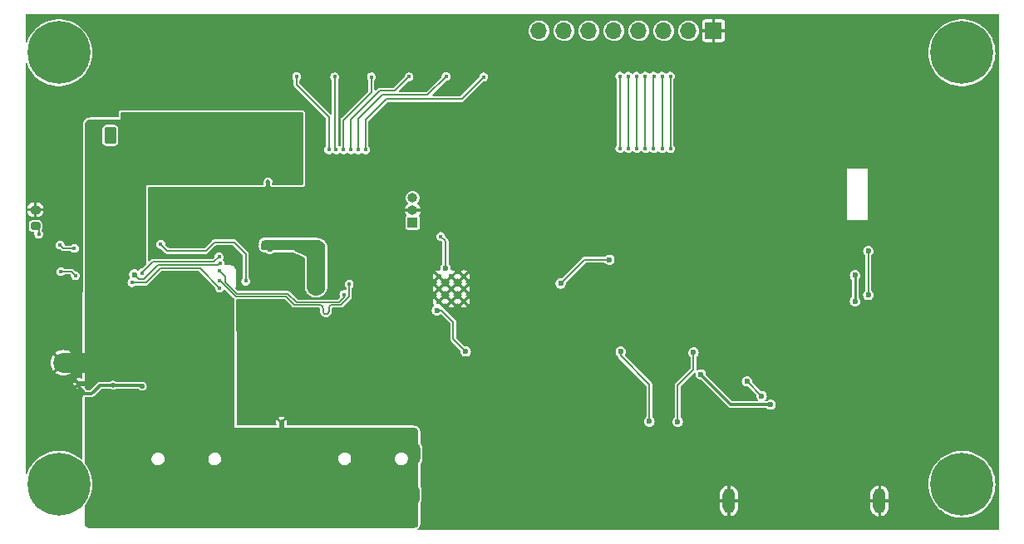
<source format=gbr>
%TF.GenerationSoftware,KiCad,Pcbnew,(6.0.2-0)*%
%TF.CreationDate,2022-03-19T00:24:52+01:00*%
%TF.ProjectId,RP2040GPSTracker,52503230-3430-4475-9053-547261636b65,rev?*%
%TF.SameCoordinates,PX4416780PY363af58*%
%TF.FileFunction,Copper,L2,Bot*%
%TF.FilePolarity,Positive*%
%FSLAX46Y46*%
G04 Gerber Fmt 4.6, Leading zero omitted, Abs format (unit mm)*
G04 Created by KiCad (PCBNEW (6.0.2-0)) date 2022-03-19 00:24:52*
%MOMM*%
%LPD*%
G01*
G04 APERTURE LIST*
G04 Aperture macros list*
%AMRoundRect*
0 Rectangle with rounded corners*
0 $1 Rounding radius*
0 $2 $3 $4 $5 $6 $7 $8 $9 X,Y pos of 4 corners*
0 Add a 4 corners polygon primitive as box body*
4,1,4,$2,$3,$4,$5,$6,$7,$8,$9,$2,$3,0*
0 Add four circle primitives for the rounded corners*
1,1,$1+$1,$2,$3*
1,1,$1+$1,$4,$5*
1,1,$1+$1,$6,$7*
1,1,$1+$1,$8,$9*
0 Add four rect primitives between the rounded corners*
20,1,$1+$1,$2,$3,$4,$5,0*
20,1,$1+$1,$4,$5,$6,$7,0*
20,1,$1+$1,$6,$7,$8,$9,0*
20,1,$1+$1,$8,$9,$2,$3,0*%
G04 Aperture macros list end*
%TA.AperFunction,ComponentPad*%
%ADD10O,1.700000X1.700000*%
%TD*%
%TA.AperFunction,ComponentPad*%
%ADD11R,1.700000X1.700000*%
%TD*%
%TA.AperFunction,ComponentPad*%
%ADD12O,0.900000X1.700000*%
%TD*%
%TA.AperFunction,ComponentPad*%
%ADD13O,1.000000X2.100000*%
%TD*%
%TA.AperFunction,ComponentPad*%
%ADD14C,6.400000*%
%TD*%
%TA.AperFunction,ComponentPad*%
%ADD15O,1.200000X1.750000*%
%TD*%
%TA.AperFunction,ComponentPad*%
%ADD16RoundRect,0.250000X-0.350000X-0.625000X0.350000X-0.625000X0.350000X0.625000X-0.350000X0.625000X0*%
%TD*%
%TA.AperFunction,ComponentPad*%
%ADD17C,0.600000*%
%TD*%
%TA.AperFunction,ComponentPad*%
%ADD18O,1.000000X1.000000*%
%TD*%
%TA.AperFunction,ComponentPad*%
%ADD19R,1.000000X1.000000*%
%TD*%
%TA.AperFunction,ComponentPad*%
%ADD20O,1.270000X2.565400*%
%TD*%
%TA.AperFunction,SMDPad,CuDef*%
%ADD21C,0.500000*%
%TD*%
%TA.AperFunction,SMDPad,CuDef*%
%ADD22RoundRect,0.200000X0.275000X-0.200000X0.275000X0.200000X-0.275000X0.200000X-0.275000X-0.200000X0*%
%TD*%
%TA.AperFunction,SMDPad,CuDef*%
%ADD23C,2.000000*%
%TD*%
%TA.AperFunction,ViaPad*%
%ADD24C,0.400000*%
%TD*%
%TA.AperFunction,ViaPad*%
%ADD25C,0.600000*%
%TD*%
%TA.AperFunction,Conductor*%
%ADD26C,0.200000*%
%TD*%
%TA.AperFunction,Conductor*%
%ADD27C,0.150000*%
%TD*%
%TA.AperFunction,Conductor*%
%ADD28C,0.300000*%
%TD*%
%TA.AperFunction,Conductor*%
%ADD29C,0.250000*%
%TD*%
G04 APERTURE END LIST*
%TO.C,NT3*%
G36*
X26530000Y10205000D02*
G01*
X26030000Y10205000D01*
X26030000Y11205000D01*
X26530000Y11205000D01*
X26530000Y10205000D01*
G37*
%TO.C,NT2*%
G36*
X6655000Y14885000D02*
G01*
X5655000Y14885000D01*
X5655000Y15385000D01*
X6655000Y15385000D01*
X6655000Y14885000D01*
G37*
%TO.C,NT1*%
G36*
X8070000Y16255000D02*
G01*
X4070000Y16255000D01*
X4070000Y18255000D01*
X8070000Y18255000D01*
X8070000Y16255000D01*
G37*
%TD*%
D10*
%TO.P,J11,8,Pin_8*%
%TO.N,/IO_7*%
X52520000Y51105000D03*
%TO.P,J11,7,Pin_7*%
%TO.N,/IO_6*%
X55060000Y51105000D03*
%TO.P,J11,6,Pin_6*%
%TO.N,/IO_5*%
X57600000Y51105000D03*
%TO.P,J11,5,Pin_5*%
%TO.N,/IO_4*%
X60140000Y51105000D03*
%TO.P,J11,4,Pin_4*%
%TO.N,/IO_3*%
X62680000Y51105000D03*
%TO.P,J11,3,Pin_3*%
%TO.N,/IO_2*%
X65220000Y51105000D03*
%TO.P,J11,2,Pin_2*%
%TO.N,/IO_1*%
X67760000Y51105000D03*
D11*
%TO.P,J11,1,Pin_1*%
%TO.N,GND*%
X70300000Y51105000D03*
%TD*%
D12*
%TO.P,J7,S1,SHIELD*%
%TO.N,GNDPWR*%
X39929800Y3814600D03*
D13*
X31279800Y7994600D03*
X39929800Y7994600D03*
D12*
X31279800Y3814600D03*
%TD*%
D14*
%TO.P,H4,1*%
%TO.N,N/C*%
X3604800Y4864600D03*
%TD*%
%TO.P,H3,1*%
%TO.N,N/C*%
X95604800Y4864600D03*
%TD*%
D15*
%TO.P,J9,2,Pin_2*%
%TO.N,GNDPWR*%
X10850000Y40422000D03*
D16*
%TO.P,J9,1,Pin_1*%
%TO.N,/BCM_BATT*%
X8850000Y40422000D03*
%TD*%
D17*
%TO.P,U3,57,GND*%
%TO.N,GND*%
X42324000Y23527600D03*
X44874000Y24802600D03*
X42324000Y24802600D03*
X44874000Y23527600D03*
X43599000Y26077600D03*
X43599000Y24802600D03*
X42324000Y26077600D03*
X44874000Y26077600D03*
X43599000Y23527600D03*
%TD*%
D14*
%TO.P,H2,1*%
%TO.N,N/C*%
X95604800Y48864600D03*
%TD*%
D18*
%TO.P,J3,3,Pin_3*%
%TO.N,Net-(J3-Pad3)*%
X39645000Y34065000D03*
%TO.P,J3,2,Pin_2*%
%TO.N,GND*%
X39645000Y32795000D03*
D19*
%TO.P,J3,1,Pin_1*%
%TO.N,Net-(J3-Pad1)*%
X39645000Y31525000D03*
%TD*%
D20*
%TO.P,J8,17,GND*%
%TO.N,GND*%
X71865000Y3159500D03*
%TO.P,J8,8,GND*%
X87215000Y3159500D03*
%TD*%
D14*
%TO.P,H1,1*%
%TO.N,N/C*%
X3604800Y48864600D03*
%TD*%
D13*
%TO.P,J6,S1,SHIELD*%
%TO.N,GNDPWR*%
X12279800Y7994600D03*
D12*
X20929800Y3814600D03*
X12279800Y3814600D03*
D13*
X20929800Y7994600D03*
%TD*%
D21*
%TO.P,NT3,2,2*%
%TO.N,GNDPWR*%
X26280000Y10205000D03*
%TO.P,NT3,1,1*%
%TO.N,GND*%
X26280000Y11205000D03*
%TD*%
%TO.P,NT2,2,2*%
%TO.N,GNDPWR*%
X6655000Y15135000D03*
%TO.P,NT2,1,1*%
%TO.N,GND*%
X5655000Y15135000D03*
%TD*%
D22*
%TO.P,TH1,2*%
%TO.N,GND*%
X1215000Y32850000D03*
%TO.P,TH1,1*%
%TO.N,/BCM_NTC*%
X1215000Y31200000D03*
%TD*%
D23*
%TO.P,NT1,2,2*%
%TO.N,GND*%
X4070000Y17255000D03*
%TO.P,NT1,1,1*%
%TO.N,GNDPWR*%
X8070000Y17255000D03*
%TD*%
D24*
%TO.N,GND*%
X53540000Y32240000D03*
%TO.N,Net-(R31-Pad2)*%
X27830000Y46430000D03*
%TO.N,Net-(R30-Pad2)*%
X31710000Y46410000D03*
%TO.N,Net-(R23-Pad2)*%
X35455000Y46400000D03*
%TO.N,Net-(U3-Pad27)*%
X46885000Y46390000D03*
%TO.N,Net-(U3-Pad28)*%
X43070000Y46445000D03*
%TO.N,Net-(R22-Pad2)*%
X39280000Y46405000D03*
%TO.N,Net-(U3-Pad27)*%
X34854800Y38964600D03*
%TO.N,Net-(U3-Pad28)*%
X34104800Y38964600D03*
%TO.N,GND*%
X44715000Y50425000D03*
X40745000Y50410000D03*
%TO.N,/IO_4*%
X63355000Y46465000D03*
%TO.N,/IO_7*%
X60755000Y46465000D03*
%TO.N,/IO_5*%
X62455000Y46465000D03*
%TO.N,/IO_1*%
X65905000Y46465000D03*
%TO.N,/IO_3*%
X64205000Y46465000D03*
%TO.N,/IO_6*%
X61605000Y46465000D03*
%TO.N,/IO_2*%
X65055000Y46465000D03*
%TO.N,/IO_7*%
X60754800Y39114600D03*
%TO.N,/IO_6*%
X61604800Y39114600D03*
%TO.N,/IO_5*%
X62454800Y39114600D03*
%TO.N,/IO_4*%
X63354800Y39114600D03*
%TO.N,/IO_3*%
X64204800Y39114600D03*
%TO.N,/IO_2*%
X65054800Y39114600D03*
%TO.N,/IO_1*%
X65904800Y39114600D03*
%TO.N,+1V1*%
X42515000Y30125000D03*
D25*
%TO.N,GND*%
X62350000Y5600000D03*
X89460000Y33804400D03*
X73940000Y23550000D03*
X53110000Y18345000D03*
X72640000Y11080000D03*
X80312600Y25086800D03*
X78362600Y27466800D03*
X64480000Y20405000D03*
X4040000Y23500000D03*
X32775000Y20915000D03*
X71988000Y38063200D03*
X44320000Y12270000D03*
X88680000Y9260000D03*
X40530000Y15035000D03*
X81242600Y30896800D03*
X77412600Y25096800D03*
X96670000Y29790000D03*
X89436100Y38780000D03*
D24*
X25502500Y50462500D03*
X43615000Y9620000D03*
D25*
X85932400Y30728000D03*
D24*
X2740000Y32925000D03*
D25*
X83162600Y31906800D03*
X78402600Y34276800D03*
X34275000Y21750000D03*
D24*
X32915000Y50425000D03*
D25*
X42405200Y34149800D03*
D24*
X13940000Y28450000D03*
D25*
X78115000Y48800000D03*
X72120000Y22580000D03*
D24*
X25020000Y30760000D03*
D25*
X77412600Y28526800D03*
X93610000Y30470000D03*
X77412600Y31896800D03*
X81312600Y34286800D03*
D24*
X1065000Y29700000D03*
D25*
X90890000Y26990000D03*
X44107000Y14134600D03*
X59665000Y24300000D03*
X90880000Y24480000D03*
X81252600Y27466800D03*
X88833950Y36259250D03*
X86630000Y9420000D03*
X49314000Y10451600D03*
D24*
X33220000Y26985000D03*
D25*
X80292600Y31876800D03*
X97150000Y21870000D03*
X78402600Y30886800D03*
X43954600Y34149800D03*
X83232600Y25116800D03*
X52932450Y21700000D03*
D24*
X23840000Y28619800D03*
D25*
X33840000Y20550000D03*
X86821600Y21299200D03*
X79836400Y39821200D03*
D24*
X9160000Y14980000D03*
X28145000Y11590000D03*
D25*
X85373600Y44088400D03*
X83242600Y28446800D03*
X59734800Y26844800D03*
X35950000Y36060000D03*
X22940000Y23200000D03*
X79460000Y16270000D03*
X65140000Y5620000D03*
X72460000Y15020000D03*
X75462600Y27466800D03*
X52774800Y26235400D03*
X97090000Y37520000D03*
X5380000Y19050000D03*
X75482600Y30846800D03*
D24*
X26775800Y28213400D03*
X24908900Y35668300D03*
D25*
X83272600Y35976800D03*
D24*
X19765400Y28899200D03*
X26852000Y33395000D03*
X29290000Y50425000D03*
D25*
X45631000Y14134600D03*
D24*
X12105000Y14860000D03*
D25*
X68860000Y5740740D03*
X75780000Y18650000D03*
D24*
X25658200Y25825800D03*
X44945000Y29580000D03*
D25*
X75492600Y34286800D03*
X85230000Y16450000D03*
X84710000Y8560000D03*
X80332600Y28496800D03*
D24*
X36940000Y50450000D03*
D25*
X59661420Y28578580D03*
X39275000Y14075000D03*
%TO.N,+1V1*%
X42125800Y22592800D03*
X42999000Y26910000D03*
X45060000Y18405000D03*
%TO.N,/SIM_C_VDD*%
X76115000Y12985000D03*
X69000000Y16060000D03*
%TO.N,Net-(C28-Pad2)*%
X66650000Y11260000D03*
X68260000Y18300000D03*
%TO.N,Net-(C29-Pad2)*%
X63760000Y11270000D03*
X60840000Y18390000D03*
%TO.N,/BCM_VREF_1*%
X11290000Y26250000D03*
D24*
X20020000Y27400000D03*
%TO.N,/BCM_VNTC*%
X3800000Y26555000D03*
X11065000Y25425000D03*
X19994000Y24886000D03*
X5295000Y26140000D03*
D25*
%TO.N,/SIM_C_DET*%
X73700000Y15360000D03*
X75190000Y13870000D03*
D24*
%TO.N,/BCM_DISC*%
X22650000Y25580000D03*
X13990000Y29325000D03*
D25*
%TO.N,Net-(R10-Pad2)*%
X54724200Y25336000D03*
X59690000Y27750000D03*
%TO.N,/_GNSS_EN*%
X84713400Y23534400D03*
X84713400Y26176000D03*
D24*
%TO.N,/BCM_SCL*%
X33185000Y25265000D03*
X20002000Y25656000D03*
%TO.N,/BCM_SDA*%
X20002000Y26672000D03*
X32640000Y24220000D03*
%TO.N,Net-(R33-Pad1)*%
X12060000Y26400000D03*
X19930000Y28070000D03*
%TO.N,/BCM_NTC*%
X1565000Y30375000D03*
X3740000Y29250000D03*
X5190000Y28925000D03*
D25*
%TO.N,/_GNSS_RXD*%
X86059600Y24169400D03*
X86059600Y28639800D03*
%TO.N,/PI_VREG_IN*%
X25680000Y29440000D03*
X29790000Y24550000D03*
X30390000Y25200000D03*
X24510000Y29470000D03*
X25110000Y28830000D03*
X29230000Y25200000D03*
D24*
%TO.N,Net-(R22-Pad2)*%
X33354800Y38964600D03*
%TO.N,Net-(R23-Pad2)*%
X32604800Y38964600D03*
%TO.N,Net-(R30-Pad2)*%
X31854800Y38964600D03*
%TO.N,Net-(R31-Pad2)*%
X31104800Y38964600D03*
D25*
%TO.N,GNDPWR*%
X11985000Y22900000D03*
X20340000Y18150000D03*
D24*
X27570000Y37355000D03*
X9615000Y29425000D03*
X18978000Y24962200D03*
%TD*%
D26*
%TO.N,Net-(U3-Pad27)*%
X36990000Y44155000D02*
X34854800Y42019800D01*
%TO.N,Net-(R22-Pad2)*%
X37850000Y44975000D02*
X36285000Y44975000D01*
D27*
%TO.N,/BCM_SCL*%
X27577000Y23145000D02*
X26702000Y24020000D01*
%TO.N,/BCM_SDA*%
X27808480Y23421520D02*
X26933480Y24296520D01*
X20590000Y25459058D02*
X20590000Y26084000D01*
D28*
%TO.N,GND*%
X6965000Y14125000D02*
X6275000Y14125000D01*
D26*
%TO.N,/BCM_VREF_1*%
X11740000Y25800000D02*
X12280000Y25800000D01*
%TO.N,/BCM_DISC*%
X18586896Y28656896D02*
X19450000Y29520000D01*
X21490000Y29520000D02*
X22650000Y28360000D01*
%TO.N,Net-(U3-Pad27)*%
X36990000Y44155000D02*
X34854800Y42019800D01*
%TO.N,Net-(R22-Pad2)*%
X37850000Y44975000D02*
X36285000Y44975000D01*
D27*
%TO.N,/BCM_SCL*%
X27577000Y23145000D02*
X26702000Y24020000D01*
%TO.N,/BCM_SDA*%
X27808480Y23421520D02*
X26933480Y24296520D01*
X20590000Y25459058D02*
X20590000Y26084000D01*
D28*
%TO.N,GND*%
X6965000Y14125000D02*
X6275000Y14125000D01*
D26*
%TO.N,/BCM_VREF_1*%
X11740000Y25800000D02*
X12280000Y25800000D01*
%TO.N,/BCM_DISC*%
X18586896Y28656896D02*
X19450000Y29520000D01*
X21490000Y29520000D02*
X22650000Y28360000D01*
%TO.N,/IO_1*%
X65904800Y39114600D02*
X65904800Y46464800D01*
X65904800Y46464800D02*
X65905000Y46465000D01*
D27*
%TO.N,/BCM_VNTC*%
X5295000Y26140000D02*
X4880000Y26555000D01*
X4880000Y26555000D02*
X3800000Y26555000D01*
D26*
%TO.N,+1V1*%
X45060000Y18405000D02*
X43793800Y19671200D01*
X43793800Y21406200D02*
X42607200Y22592800D01*
X43793800Y19671200D02*
X43793800Y21406200D01*
X42607200Y22592800D02*
X42125800Y22592800D01*
%TO.N,Net-(R23-Pad2)*%
X35455000Y46400000D02*
X35455000Y44835000D01*
X35455000Y44835000D02*
X32604800Y41984800D01*
X32604800Y41984800D02*
X32604800Y38964600D01*
%TO.N,Net-(U3-Pad27)*%
X46885000Y46390000D02*
X44650000Y44155000D01*
X44650000Y44155000D02*
X36990000Y44155000D01*
X34854800Y42019800D02*
X34854800Y38964600D01*
%TO.N,Net-(U3-Pad28)*%
X43070000Y46445000D02*
X41175000Y44550000D01*
X41175000Y44550000D02*
X36550000Y44550000D01*
X36550000Y44550000D02*
X34104800Y42104800D01*
X34104800Y42104800D02*
X34104800Y38964600D01*
%TO.N,Net-(R22-Pad2)*%
X39280000Y46405000D02*
X37850000Y44975000D01*
X36285000Y44975000D02*
X33354800Y42044800D01*
X33354800Y42044800D02*
X33354800Y38964600D01*
%TO.N,Net-(R30-Pad2)*%
X31710000Y46410000D02*
X31735000Y46385000D01*
X31735000Y46385000D02*
X31735000Y39084400D01*
X31735000Y39084400D02*
X31854800Y38964600D01*
%TO.N,Net-(R31-Pad2)*%
X27830000Y46430000D02*
X27830000Y45605000D01*
X27830000Y45605000D02*
X31104800Y42330200D01*
X31104800Y42330200D02*
X31104800Y38964600D01*
D27*
%TO.N,/BCM_SCL*%
X31110000Y22845000D02*
G75*
G02*
X31410000Y23145000I300000J0D01*
G01*
X33185000Y25265000D02*
X33185000Y23995000D01*
X30210000Y23145000D02*
G75*
G02*
X30510000Y22845000I0J-300000D01*
G01*
X33185000Y23995000D02*
X32335000Y23145000D01*
X30510000Y22478860D02*
G75*
G03*
X30810000Y22178860I300000J0D01*
G01*
X31110000Y22845000D02*
X31110000Y22478860D01*
X21638000Y24020000D02*
X20010000Y25648000D01*
X30210000Y23145000D02*
X28960000Y23145000D01*
X30510000Y22478860D02*
X30510000Y22845000D01*
X30810000Y22178860D02*
G75*
G03*
X31110000Y22478860I0J300000D01*
G01*
X28960000Y23145000D02*
X27577000Y23145000D01*
X32335000Y23145000D02*
X31410000Y23145000D01*
X26702000Y24020000D02*
X21638000Y24020000D01*
%TO.N,/BCM_SDA*%
X26933480Y24296520D02*
X21752538Y24296520D01*
X32640000Y23895000D02*
X32166520Y23421520D01*
X32640000Y24220000D02*
X32640000Y23895000D01*
X32166520Y23421520D02*
X27808480Y23421520D01*
X21752538Y24296520D02*
X20590000Y25459058D01*
X20590000Y26084000D02*
X20002000Y26672000D01*
D26*
%TO.N,/IO_7*%
X60754800Y39114600D02*
X60754800Y46464800D01*
X60754800Y46464800D02*
X60755000Y46465000D01*
%TO.N,/IO_6*%
X61605000Y46465000D02*
X61605000Y39114800D01*
X61605000Y39114800D02*
X61604800Y39114600D01*
%TO.N,/IO_5*%
X62454800Y39114600D02*
X62454800Y46464800D01*
X62454800Y46464800D02*
X62455000Y46465000D01*
%TO.N,/IO_4*%
X63354800Y39114600D02*
X63354800Y46464800D01*
X63354800Y46464800D02*
X63355000Y46465000D01*
%TO.N,/IO_3*%
X64204800Y39114600D02*
X64204800Y46464800D01*
X64204800Y46464800D02*
X64205000Y46465000D01*
%TO.N,/IO_2*%
X65054800Y39114600D02*
X65054800Y46464800D01*
X65054800Y46464800D02*
X65055000Y46465000D01*
%TO.N,+1V1*%
X42515000Y30125000D02*
X42999000Y29641000D01*
X42999000Y29641000D02*
X42999000Y26910000D01*
D28*
%TO.N,GND*%
X11985000Y14980000D02*
X9160000Y14980000D01*
X12105000Y14860000D02*
X11985000Y14980000D01*
X5655000Y14745000D02*
X5655000Y15135000D01*
X6275000Y14125000D02*
X5655000Y14745000D01*
X9160000Y14980000D02*
X7820000Y14980000D01*
X7820000Y14980000D02*
X6965000Y14125000D01*
%TO.N,/SIM_C_VDD*%
X72075000Y12985000D02*
X69000000Y16060000D01*
X76115000Y12985000D02*
X72075000Y12985000D01*
D26*
%TO.N,Net-(C28-Pad2)*%
X68260000Y18300000D02*
X68260000Y16600000D01*
X68260000Y16600000D02*
X66650000Y14990000D01*
X66650000Y14990000D02*
X66650000Y11260000D01*
%TO.N,Net-(C29-Pad2)*%
X63760000Y11270000D02*
X63760000Y15040000D01*
X63760000Y15040000D02*
X60840000Y17960000D01*
X60840000Y17960000D02*
X60840000Y18390000D01*
%TO.N,/BCM_VREF_1*%
X19820000Y27230000D02*
X19990000Y27400000D01*
X19990000Y27400000D02*
X20020000Y27400000D01*
X11290000Y26250000D02*
X11740000Y25800000D01*
X12280000Y25800000D02*
X13710000Y27230000D01*
X13710000Y27230000D02*
X19820000Y27230000D01*
D27*
%TO.N,/BCM_VNTC*%
X13940000Y26875000D02*
X18005000Y26875000D01*
X11065000Y25425000D02*
X12490000Y25425000D01*
X12490000Y25425000D02*
X13940000Y26875000D01*
X18005000Y26875000D02*
X19994000Y24886000D01*
D26*
%TO.N,/SIM_C_DET*%
X73700000Y15360000D02*
X75190000Y13870000D01*
%TO.N,/BCM_DISC*%
X19450000Y29520000D02*
X21490000Y29520000D01*
X13990000Y29325000D02*
X14658104Y28656896D01*
X22650000Y28360000D02*
X22650000Y25580000D01*
X14658104Y28656896D02*
X18586896Y28656896D01*
%TO.N,Net-(R10-Pad2)*%
X57138200Y27750000D02*
X59690000Y27750000D01*
X54724200Y25336000D02*
X57138200Y27750000D01*
D29*
%TO.N,/_GNSS_EN*%
X84713400Y26176000D02*
X84713400Y23534400D01*
D27*
%TO.N,Net-(R33-Pad1)*%
X12060000Y26440000D02*
X13151520Y27531520D01*
X12060000Y26400000D02*
X12060000Y26440000D01*
X19391520Y27531520D02*
X19930000Y28070000D01*
X13151520Y27531520D02*
X19391520Y27531520D01*
%TO.N,/BCM_NTC*%
X4065000Y28925000D02*
X3740000Y29250000D01*
X1565000Y30375000D02*
X1565000Y30762500D01*
X1565000Y30762500D02*
X1215000Y31112500D01*
X5190000Y28925000D02*
X4065000Y28925000D01*
D26*
%TO.N,/_GNSS_RXD*%
X86059600Y28639800D02*
X86059600Y24169400D01*
%TD*%
%TA.AperFunction,Conductor*%
%TO.N,GNDPWR*%
G36*
X12484813Y34846437D02*
G01*
X12484812Y34846429D01*
X12487161Y31321947D01*
X12489867Y27259483D01*
X12110048Y26879664D01*
X12055531Y26851887D01*
X12039445Y26850670D01*
X12007832Y26850863D01*
X12005282Y26850879D01*
X11998231Y26850922D01*
X11991455Y26848985D01*
X11991452Y26848985D01*
X11880935Y26817399D01*
X11880933Y26817398D01*
X11874155Y26815461D01*
X11868191Y26811698D01*
X11820727Y26781750D01*
X11765019Y26746601D01*
X11760351Y26741315D01*
X11760347Y26741312D01*
X11721574Y26697411D01*
X11668882Y26666311D01*
X11607973Y26672123D01*
X11587103Y26684404D01*
X11560167Y26705073D01*
X11555018Y26709024D01*
X11427183Y26761974D01*
X11420754Y26762820D01*
X11420752Y26762821D01*
X11296433Y26779188D01*
X11290000Y26780035D01*
X11283567Y26779188D01*
X11159248Y26762821D01*
X11159246Y26762820D01*
X11152817Y26761974D01*
X11124788Y26750364D01*
X11030981Y26711509D01*
X11030977Y26711507D01*
X11024983Y26709024D01*
X10915209Y26624791D01*
X10911258Y26619642D01*
X10879781Y26578621D01*
X10830976Y26515017D01*
X10828493Y26509023D01*
X10828491Y26509019D01*
X10821566Y26492299D01*
X10778026Y26387183D01*
X10777180Y26380754D01*
X10777179Y26380752D01*
X10767191Y26304885D01*
X10759965Y26250000D01*
X10778026Y26112817D01*
X10780509Y26106823D01*
X10828491Y25990981D01*
X10828493Y25990977D01*
X10830976Y25984983D01*
X10834926Y25979836D01*
X10834929Y25979830D01*
X10855353Y25953213D01*
X10875777Y25895537D01*
X10858399Y25836871D01*
X10829639Y25809219D01*
X10797702Y25789068D01*
X10770019Y25771601D01*
X10684596Y25674878D01*
X10629754Y25558068D01*
X10609901Y25430560D01*
X10626633Y25302606D01*
X10629471Y25296155D01*
X10629472Y25296153D01*
X10669863Y25204357D01*
X10678605Y25184490D01*
X10708017Y25149500D01*
X10757100Y25091108D01*
X10757103Y25091106D01*
X10761639Y25085709D01*
X10869060Y25014204D01*
X10875788Y25012102D01*
X10875790Y25012101D01*
X10930647Y24994963D01*
X10992233Y24975722D01*
X11056744Y24974539D01*
X11114202Y24973486D01*
X11114204Y24973486D01*
X11121255Y24973357D01*
X11128058Y24975212D01*
X11128060Y24975212D01*
X11169828Y24986600D01*
X11245755Y25007300D01*
X11355724Y25074821D01*
X11390653Y25113410D01*
X11393846Y25116937D01*
X11446914Y25147390D01*
X11467243Y25149500D01*
X12453116Y25149500D01*
X12472429Y25147598D01*
X12490000Y25144103D01*
X12517132Y25149500D01*
X12517133Y25149500D01*
X12597495Y25165485D01*
X12655671Y25204357D01*
X12665622Y25211006D01*
X12665623Y25211007D01*
X12688624Y25226376D01*
X12698574Y25241267D01*
X12710885Y25256269D01*
X14025120Y26570504D01*
X14079637Y26598281D01*
X14095124Y26599500D01*
X17849876Y26599500D01*
X17908067Y26580593D01*
X17919880Y26570504D01*
X19511421Y24978963D01*
X19539198Y24924446D01*
X19539225Y24905591D01*
X19540073Y24905581D01*
X19539987Y24898534D01*
X19538901Y24891560D01*
X19555633Y24763606D01*
X19558471Y24757155D01*
X19558472Y24757153D01*
X19604764Y24651946D01*
X19607605Y24645490D01*
X19649122Y24596099D01*
X19686100Y24552108D01*
X19686103Y24552106D01*
X19690639Y24546709D01*
X19798060Y24475204D01*
X19804788Y24473102D01*
X19804790Y24473101D01*
X19859646Y24455963D01*
X19921233Y24436722D01*
X19985744Y24435540D01*
X20043202Y24434486D01*
X20043204Y24434486D01*
X20050255Y24434357D01*
X20057058Y24436212D01*
X20057060Y24436212D01*
X20098828Y24447600D01*
X20174755Y24468300D01*
X20284724Y24535821D01*
X20322375Y24577417D01*
X20366590Y24626265D01*
X20366590Y24626266D01*
X20371322Y24631493D01*
X20397312Y24685136D01*
X20439700Y24729260D01*
X20499928Y24740042D01*
X20556410Y24711974D01*
X21417112Y23851272D01*
X21429422Y23836271D01*
X21433957Y23829484D01*
X21433961Y23829480D01*
X21439376Y23821376D01*
X21447480Y23815961D01*
X21447482Y23815959D01*
X21452935Y23812316D01*
X21490814Y23764266D01*
X21496932Y23730186D01*
X21520901Y10659324D01*
X22020003Y10659342D01*
X22023249Y10659342D01*
X23174475Y10659384D01*
X27264807Y10659531D01*
X39733500Y10659982D01*
X39746416Y10659135D01*
X39856473Y10644650D01*
X39881435Y10637962D01*
X39977951Y10597987D01*
X40000328Y10585069D01*
X40083206Y10521477D01*
X40101479Y10503205D01*
X40141023Y10451672D01*
X40165076Y10420326D01*
X40177998Y10397944D01*
X40217974Y10301435D01*
X40224663Y10276472D01*
X40239153Y10166415D01*
X40240000Y10153492D01*
X40240000Y916471D01*
X40239153Y903550D01*
X40224665Y793497D01*
X40217976Y768533D01*
X40178004Y672030D01*
X40165086Y649653D01*
X40101487Y566768D01*
X40083225Y548506D01*
X40000346Y484908D01*
X39977971Y471989D01*
X39881466Y432013D01*
X39856503Y425323D01*
X39746447Y410830D01*
X39733525Y409983D01*
X15552390Y409159D01*
X6733812Y408859D01*
X6720901Y409705D01*
X6610867Y424183D01*
X6585910Y430868D01*
X6489420Y470821D01*
X6467042Y483736D01*
X6384176Y547296D01*
X6365901Y565563D01*
X6302306Y648399D01*
X6289381Y670770D01*
X6249384Y767242D01*
X6242688Y792198D01*
X6228160Y902224D01*
X6227309Y915125D01*
X6226582Y2661224D01*
X6245465Y2719420D01*
X6250527Y2725821D01*
X6301188Y2784719D01*
X6301191Y2784723D01*
X6302938Y2786754D01*
X6511562Y3090305D01*
X6686183Y3414611D01*
X6824758Y3755880D01*
X6925665Y4110118D01*
X6987725Y4473182D01*
X7010211Y4840825D01*
X7010294Y4864600D01*
X7001945Y5018756D01*
X6990520Y5229723D01*
X6990519Y5229732D01*
X6990375Y5232391D01*
X6930852Y5595880D01*
X6832420Y5950814D01*
X6696231Y6293042D01*
X6690523Y6303824D01*
X6525129Y6616196D01*
X6523878Y6618559D01*
X6516987Y6628738D01*
X6318882Y6921338D01*
X6318879Y6921341D01*
X6317378Y6923559D01*
X6267000Y6982963D01*
X6248245Y7005078D01*
X6225028Y7061687D01*
X6224749Y7069069D01*
X6224567Y7506086D01*
X13055394Y7506086D01*
X13065793Y7340795D01*
X13116972Y7183283D01*
X13205714Y7043448D01*
X13210250Y7039188D01*
X13210252Y7039186D01*
X13321901Y6934340D01*
X13326444Y6930074D01*
X13338295Y6923559D01*
X13466118Y6853287D01*
X13466122Y6853286D01*
X13471576Y6850287D01*
X13631991Y6809100D01*
X13756042Y6809100D01*
X13838697Y6819542D01*
X13872931Y6823866D01*
X13872932Y6823866D01*
X13879112Y6824647D01*
X14033099Y6885615D01*
X14167087Y6982963D01*
X14171053Y6987758D01*
X14171056Y6987760D01*
X14213599Y7039186D01*
X14272656Y7110574D01*
X14309656Y7189201D01*
X14340522Y7254795D01*
X14340522Y7254796D01*
X14343173Y7260429D01*
X14374206Y7423114D01*
X14368986Y7506086D01*
X18835394Y7506086D01*
X18845793Y7340795D01*
X18896972Y7183283D01*
X18985714Y7043448D01*
X18990250Y7039188D01*
X18990252Y7039186D01*
X19101901Y6934340D01*
X19106444Y6930074D01*
X19118295Y6923559D01*
X19246118Y6853287D01*
X19246122Y6853286D01*
X19251576Y6850287D01*
X19411991Y6809100D01*
X19536042Y6809100D01*
X19618697Y6819542D01*
X19652931Y6823866D01*
X19652932Y6823866D01*
X19659112Y6824647D01*
X19813099Y6885615D01*
X19947087Y6982963D01*
X19951053Y6987758D01*
X19951056Y6987760D01*
X19993599Y7039186D01*
X20052656Y7110574D01*
X20089656Y7189201D01*
X20120522Y7254795D01*
X20120522Y7254796D01*
X20123173Y7260429D01*
X20154206Y7423114D01*
X20148986Y7506086D01*
X32055394Y7506086D01*
X32065793Y7340795D01*
X32116972Y7183283D01*
X32205714Y7043448D01*
X32210250Y7039188D01*
X32210252Y7039186D01*
X32321901Y6934340D01*
X32326444Y6930074D01*
X32338295Y6923559D01*
X32466118Y6853287D01*
X32466122Y6853286D01*
X32471576Y6850287D01*
X32631991Y6809100D01*
X32756042Y6809100D01*
X32838697Y6819542D01*
X32872931Y6823866D01*
X32872932Y6823866D01*
X32879112Y6824647D01*
X33033099Y6885615D01*
X33167087Y6982963D01*
X33171053Y6987758D01*
X33171056Y6987760D01*
X33213599Y7039186D01*
X33272656Y7110574D01*
X33309656Y7189201D01*
X33340522Y7254795D01*
X33340522Y7254796D01*
X33343173Y7260429D01*
X33374206Y7423114D01*
X33368986Y7506086D01*
X37835394Y7506086D01*
X37845793Y7340795D01*
X37896972Y7183283D01*
X37985714Y7043448D01*
X37990250Y7039188D01*
X37990252Y7039186D01*
X38101901Y6934340D01*
X38106444Y6930074D01*
X38118295Y6923559D01*
X38246118Y6853287D01*
X38246122Y6853286D01*
X38251576Y6850287D01*
X38411991Y6809100D01*
X38536042Y6809100D01*
X38618697Y6819542D01*
X38652931Y6823866D01*
X38652932Y6823866D01*
X38659112Y6824647D01*
X38813099Y6885615D01*
X38947087Y6982963D01*
X38951053Y6987758D01*
X38951056Y6987760D01*
X38993599Y7039186D01*
X39052656Y7110574D01*
X39089656Y7189201D01*
X39120522Y7254795D01*
X39120522Y7254796D01*
X39123173Y7260429D01*
X39154206Y7423114D01*
X39143807Y7588405D01*
X39092628Y7745917D01*
X39003886Y7885752D01*
X38999350Y7890012D01*
X38999348Y7890014D01*
X38887699Y7994860D01*
X38887698Y7994861D01*
X38883156Y7999126D01*
X38841091Y8022252D01*
X38743482Y8075913D01*
X38743478Y8075914D01*
X38738024Y8078913D01*
X38577609Y8120100D01*
X38453558Y8120100D01*
X38370903Y8109658D01*
X38336669Y8105334D01*
X38336668Y8105334D01*
X38330488Y8104553D01*
X38176501Y8043585D01*
X38042513Y7946237D01*
X38038547Y7941442D01*
X38038544Y7941440D01*
X37996089Y7890120D01*
X37936944Y7818626D01*
X37934293Y7812993D01*
X37934292Y7812991D01*
X37875420Y7687882D01*
X37866427Y7668771D01*
X37835394Y7506086D01*
X33368986Y7506086D01*
X33363807Y7588405D01*
X33312628Y7745917D01*
X33223886Y7885752D01*
X33219350Y7890012D01*
X33219348Y7890014D01*
X33107699Y7994860D01*
X33107698Y7994861D01*
X33103156Y7999126D01*
X33061091Y8022252D01*
X32963482Y8075913D01*
X32963478Y8075914D01*
X32958024Y8078913D01*
X32797609Y8120100D01*
X32673558Y8120100D01*
X32590903Y8109658D01*
X32556669Y8105334D01*
X32556668Y8105334D01*
X32550488Y8104553D01*
X32396501Y8043585D01*
X32262513Y7946237D01*
X32258547Y7941442D01*
X32258544Y7941440D01*
X32216089Y7890120D01*
X32156944Y7818626D01*
X32154293Y7812993D01*
X32154292Y7812991D01*
X32095420Y7687882D01*
X32086427Y7668771D01*
X32055394Y7506086D01*
X20148986Y7506086D01*
X20143807Y7588405D01*
X20092628Y7745917D01*
X20003886Y7885752D01*
X19999350Y7890012D01*
X19999348Y7890014D01*
X19887699Y7994860D01*
X19887698Y7994861D01*
X19883156Y7999126D01*
X19841091Y8022252D01*
X19743482Y8075913D01*
X19743478Y8075914D01*
X19738024Y8078913D01*
X19577609Y8120100D01*
X19453558Y8120100D01*
X19370903Y8109658D01*
X19336669Y8105334D01*
X19336668Y8105334D01*
X19330488Y8104553D01*
X19176501Y8043585D01*
X19042513Y7946237D01*
X19038547Y7941442D01*
X19038544Y7941440D01*
X18996089Y7890120D01*
X18936944Y7818626D01*
X18934293Y7812993D01*
X18934292Y7812991D01*
X18875420Y7687882D01*
X18866427Y7668771D01*
X18835394Y7506086D01*
X14368986Y7506086D01*
X14363807Y7588405D01*
X14312628Y7745917D01*
X14223886Y7885752D01*
X14219350Y7890012D01*
X14219348Y7890014D01*
X14107699Y7994860D01*
X14107698Y7994861D01*
X14103156Y7999126D01*
X14061091Y8022252D01*
X13963482Y8075913D01*
X13963478Y8075914D01*
X13958024Y8078913D01*
X13797609Y8120100D01*
X13673558Y8120100D01*
X13590903Y8109658D01*
X13556669Y8105334D01*
X13556668Y8105334D01*
X13550488Y8104553D01*
X13396501Y8043585D01*
X13262513Y7946237D01*
X13258547Y7941442D01*
X13258544Y7941440D01*
X13216089Y7890120D01*
X13156944Y7818626D01*
X13154293Y7812993D01*
X13154292Y7812991D01*
X13095420Y7687882D01*
X13086427Y7668771D01*
X13055394Y7506086D01*
X6224567Y7506086D01*
X6223460Y10166415D01*
X6222001Y13675461D01*
X6240883Y13733657D01*
X6290368Y13769642D01*
X6321000Y13774500D01*
X6917052Y13774500D01*
X6937888Y13772282D01*
X6939170Y13772006D01*
X6948261Y13770049D01*
X6980071Y13773814D01*
X6985963Y13774161D01*
X6985963Y13774164D01*
X6990030Y13774500D01*
X6994115Y13774500D01*
X6998141Y13775170D01*
X6998152Y13775171D01*
X7012119Y13777496D01*
X7016726Y13778152D01*
X7039689Y13780870D01*
X7056012Y13782802D01*
X7056013Y13782802D01*
X7064138Y13783764D01*
X7071122Y13787118D01*
X7072454Y13787539D01*
X7080103Y13788812D01*
X7122160Y13811505D01*
X7126283Y13813605D01*
X7163717Y13831580D01*
X7163721Y13831582D01*
X7169326Y13834274D01*
X7173274Y13837592D01*
X7174782Y13839100D01*
X7176071Y13840282D01*
X7177097Y13841148D01*
X7182794Y13844222D01*
X7188345Y13850227D01*
X7188350Y13850231D01*
X7216809Y13881018D01*
X7219503Y13883821D01*
X7936186Y14600504D01*
X7990703Y14628281D01*
X8006190Y14629500D01*
X8843541Y14629500D01*
X8898398Y14612912D01*
X8917038Y14600504D01*
X8953887Y14575976D01*
X8964060Y14569204D01*
X8970788Y14567102D01*
X8970790Y14567101D01*
X9025646Y14549963D01*
X9087233Y14530722D01*
X9151744Y14529539D01*
X9209202Y14528486D01*
X9209204Y14528486D01*
X9216255Y14528357D01*
X9223058Y14530212D01*
X9223060Y14530212D01*
X9264828Y14541600D01*
X9340755Y14562300D01*
X9426367Y14614866D01*
X9478168Y14629500D01*
X11664079Y14629500D01*
X11722270Y14610593D01*
X11739862Y14594202D01*
X11797100Y14526108D01*
X11797103Y14526106D01*
X11801639Y14520709D01*
X11909060Y14449204D01*
X11915788Y14447102D01*
X11915790Y14447101D01*
X11970647Y14429963D01*
X12032233Y14410722D01*
X12096744Y14409539D01*
X12154202Y14408486D01*
X12154204Y14408486D01*
X12161255Y14408357D01*
X12168058Y14410212D01*
X12168060Y14410212D01*
X12209828Y14421600D01*
X12285755Y14442300D01*
X12395724Y14509821D01*
X12416546Y14532825D01*
X12477590Y14600265D01*
X12477590Y14600266D01*
X12482322Y14605493D01*
X12527934Y14699635D01*
X12535512Y14715276D01*
X12535512Y14715277D01*
X12538588Y14721625D01*
X12549596Y14787059D01*
X12559363Y14845109D01*
X12559363Y14845114D01*
X12559997Y14848880D01*
X12560133Y14860000D01*
X12541839Y14987741D01*
X12488428Y15105212D01*
X12404193Y15202972D01*
X12398276Y15206807D01*
X12398274Y15206809D01*
X12309782Y15264165D01*
X12295906Y15273159D01*
X12289150Y15275179D01*
X12289149Y15275180D01*
X12206101Y15300017D01*
X12172273Y15310134D01*
X12150295Y15310268D01*
X12118157Y15310465D01*
X12085961Y15316055D01*
X12051967Y15327993D01*
X12051964Y15327994D01*
X12046094Y15330055D01*
X12040956Y15330500D01*
X12038818Y15330500D01*
X12037099Y15330574D01*
X12035738Y15330689D01*
X12029536Y15332544D01*
X12021365Y15332223D01*
X11979446Y15330576D01*
X11975559Y15330500D01*
X9476857Y15330500D01*
X9423011Y15346424D01*
X9356824Y15389323D01*
X9350906Y15393159D01*
X9344150Y15395179D01*
X9344149Y15395180D01*
X9295294Y15409791D01*
X9227273Y15430134D01*
X9150644Y15430602D01*
X9105282Y15430879D01*
X9098231Y15430922D01*
X9091454Y15428985D01*
X9091453Y15428985D01*
X8980935Y15397399D01*
X8980933Y15397398D01*
X8974155Y15395461D01*
X8968191Y15391698D01*
X8895405Y15345773D01*
X8842577Y15330500D01*
X7867953Y15330500D01*
X7847117Y15332718D01*
X7845782Y15333005D01*
X7844739Y15333230D01*
X7844738Y15333230D01*
X7836740Y15334952D01*
X7805572Y15331263D01*
X7804921Y15331186D01*
X7799043Y15330839D01*
X7799043Y15330837D01*
X7794965Y15330500D01*
X7790885Y15330500D01*
X7786862Y15329830D01*
X7786858Y15329830D01*
X7780239Y15328728D01*
X7772904Y15327507D01*
X7768300Y15326851D01*
X7720862Y15321237D01*
X7713877Y15317882D01*
X7712543Y15317460D01*
X7704897Y15316188D01*
X7662859Y15293505D01*
X7658733Y15291403D01*
X7615674Y15270727D01*
X7611726Y15267408D01*
X7610221Y15265903D01*
X7608930Y15264719D01*
X7607902Y15263852D01*
X7602206Y15260778D01*
X7596655Y15254773D01*
X7596650Y15254769D01*
X7568191Y15223982D01*
X7565497Y15221179D01*
X6848814Y14504496D01*
X6794297Y14476719D01*
X6778810Y14475500D01*
X6461190Y14475500D01*
X6402999Y14494407D01*
X6391186Y14504496D01*
X6250564Y14645118D01*
X6222787Y14699635D01*
X6221568Y14715081D01*
X6221563Y14728582D01*
X6217784Y23812316D01*
X6217549Y24377625D01*
X6235665Y24434752D01*
X6240775Y24441992D01*
X6250096Y24439247D01*
X6250105Y24467766D01*
X6250106Y24467769D01*
X6250686Y26256064D01*
X6250773Y26522491D01*
X6253903Y36167302D01*
X6255063Y39743166D01*
X8049500Y39743166D01*
X8052481Y39711631D01*
X8097366Y39583816D01*
X8177850Y39474850D01*
X8286816Y39394366D01*
X8414631Y39349481D01*
X8420638Y39348913D01*
X8420639Y39348913D01*
X8443855Y39346718D01*
X8443865Y39346718D01*
X8446166Y39346500D01*
X9253834Y39346500D01*
X9256135Y39346718D01*
X9256145Y39346718D01*
X9279361Y39348913D01*
X9279362Y39348913D01*
X9285369Y39349481D01*
X9413184Y39394366D01*
X9522150Y39474850D01*
X9602634Y39583816D01*
X9647519Y39711631D01*
X9650500Y39743166D01*
X9650500Y41100834D01*
X9647519Y41132369D01*
X9602634Y41260184D01*
X9522150Y41369150D01*
X9413184Y41449634D01*
X9285369Y41494519D01*
X9279362Y41495087D01*
X9279361Y41495087D01*
X9256145Y41497282D01*
X9256135Y41497282D01*
X9253834Y41497500D01*
X8446166Y41497500D01*
X8443865Y41497282D01*
X8443855Y41497282D01*
X8420639Y41495087D01*
X8420638Y41495087D01*
X8414631Y41494519D01*
X8286816Y41449634D01*
X8177850Y41369150D01*
X8097366Y41260184D01*
X8052481Y41132369D01*
X8049500Y41100834D01*
X8049500Y39743166D01*
X6255063Y39743166D01*
X6255650Y41551060D01*
X6256498Y41563961D01*
X6270977Y41673843D01*
X6277652Y41698764D01*
X6317535Y41795135D01*
X6330424Y41817485D01*
X6393852Y41900271D01*
X6412080Y41918533D01*
X6494749Y41982119D01*
X6517078Y41995052D01*
X6613370Y42035114D01*
X6638281Y42041836D01*
X6748125Y42056520D01*
X6761025Y42057393D01*
X9518264Y42063471D01*
X9518272Y42063472D01*
X12480000Y42070000D01*
X12484813Y34846437D01*
G37*
%TD.AperFunction*%
%TD*%
%TA.AperFunction,Conductor*%
%TO.N,GNDPWR*%
G36*
X28432121Y42779998D02*
G01*
X28478614Y42726342D01*
X28490000Y42674000D01*
X28490000Y35476000D01*
X28469998Y35407879D01*
X28416342Y35361386D01*
X28364000Y35350000D01*
X25456204Y35350000D01*
X25388083Y35370002D01*
X25341590Y35423658D01*
X25331486Y35493932D01*
X25336168Y35514307D01*
X25338574Y35521846D01*
X25342488Y35529925D01*
X25363897Y35657180D01*
X25364033Y35668300D01*
X25345739Y35796041D01*
X25292328Y35913512D01*
X25208093Y36011272D01*
X25099806Y36081459D01*
X25091211Y36084029D01*
X25091210Y36084030D01*
X24984774Y36115862D01*
X24984772Y36115862D01*
X24976173Y36118434D01*
X24967198Y36118489D01*
X24967197Y36118489D01*
X24912541Y36118823D01*
X24847131Y36119222D01*
X24835375Y36115862D01*
X24731686Y36086228D01*
X24731684Y36086227D01*
X24723055Y36083761D01*
X24613919Y36014901D01*
X24528496Y35918178D01*
X24524682Y35910055D01*
X24524681Y35910053D01*
X24498694Y35854702D01*
X24473654Y35801368D01*
X24472274Y35792502D01*
X24455182Y35682733D01*
X24455182Y35682729D01*
X24453801Y35673860D01*
X24454965Y35664958D01*
X24454965Y35664955D01*
X24469368Y35554811D01*
X24469369Y35554807D01*
X24470533Y35545906D01*
X24474150Y35537686D01*
X24478963Y35526748D01*
X24488092Y35456341D01*
X24457706Y35392175D01*
X24397454Y35354623D01*
X24363635Y35350000D01*
X12484477Y35350000D01*
X12480000Y42070000D01*
X9890000Y42064291D01*
X9890000Y42674000D01*
X9910002Y42742121D01*
X9963658Y42788614D01*
X10016000Y42800000D01*
X28364000Y42800000D01*
X28432121Y42779998D01*
G37*
%TD.AperFunction*%
%TD*%
%TA.AperFunction,Conductor*%
%TO.N,/PI_VREG_IN*%
G36*
X29850121Y29789549D02*
G01*
X30025804Y29772721D01*
X30044339Y29769137D01*
X30171550Y29731662D01*
X30199401Y29723458D01*
X30209072Y29720609D01*
X30226587Y29713574D01*
X30383348Y29632466D01*
X30391519Y29627730D01*
X30444806Y29593350D01*
X30454737Y29586028D01*
X30569579Y29489750D01*
X30586340Y29471700D01*
X30670221Y29355106D01*
X30682007Y29333476D01*
X30734506Y29199783D01*
X30740587Y29175913D01*
X30759231Y29027216D01*
X30760000Y29014900D01*
X30760000Y25059861D01*
X30759523Y25050157D01*
X30742606Y24878393D01*
X30738820Y24859359D01*
X30690135Y24698867D01*
X30682708Y24680936D01*
X30603650Y24533030D01*
X30592868Y24516894D01*
X30486470Y24387247D01*
X30472753Y24373530D01*
X30395383Y24310034D01*
X30343106Y24267132D01*
X30326971Y24256351D01*
X30179061Y24177291D01*
X30161133Y24169865D01*
X30080887Y24145522D01*
X30000639Y24121180D01*
X29981607Y24117394D01*
X29932248Y24112533D01*
X29814703Y24100956D01*
X29795297Y24100956D01*
X29677752Y24112533D01*
X29628393Y24117394D01*
X29609361Y24121180D01*
X29529113Y24145522D01*
X29448867Y24169865D01*
X29430939Y24177291D01*
X29283029Y24256351D01*
X29266894Y24267132D01*
X29214617Y24310034D01*
X29137247Y24373530D01*
X29123530Y24387247D01*
X29017132Y24516894D01*
X29006350Y24533030D01*
X28927292Y24680936D01*
X28919865Y24698867D01*
X28871180Y24859359D01*
X28867394Y24878393D01*
X28850477Y25050157D01*
X28850000Y25059861D01*
X28850000Y28050000D01*
X28316063Y28331261D01*
X28316061Y28331263D01*
X27768781Y28619553D01*
X27768780Y28619553D01*
X27550000Y28734800D01*
X25470000Y28734800D01*
X25132300Y28728100D01*
X24869369Y28722884D01*
X24804666Y28721600D01*
X24804176Y28721592D01*
X24795110Y28721457D01*
X24794129Y28721447D01*
X24785360Y28721403D01*
X24784881Y28721401D01*
X24784394Y28721400D01*
X24499578Y28721400D01*
X24480207Y28723314D01*
X24392747Y28740764D01*
X24356972Y28755631D01*
X24347671Y28761869D01*
X24291182Y28799758D01*
X24263853Y28827216D01*
X24220036Y28893210D01*
X24205336Y28929054D01*
X24188295Y29016597D01*
X24186472Y29035976D01*
X24187470Y29249229D01*
X24188372Y29262109D01*
X24204580Y29381272D01*
X24211347Y29406136D01*
X24255238Y29511054D01*
X24268191Y29533329D01*
X24337674Y29623371D01*
X24355936Y29641548D01*
X24446301Y29710609D01*
X24468637Y29723458D01*
X24573761Y29766858D01*
X24598656Y29773508D01*
X24717891Y29789158D01*
X24730775Y29790000D01*
X29840681Y29790000D01*
X29850121Y29789549D01*
G37*
%TD.AperFunction*%
%TD*%
%TA.AperFunction,Conductor*%
%TO.N,GND*%
G36*
X99349191Y52781093D02*
G01*
X99385155Y52731593D01*
X99390000Y52701000D01*
X99390000Y299000D01*
X99371093Y240809D01*
X99321593Y204845D01*
X99291000Y200000D01*
X40249225Y200000D01*
X40191034Y218907D01*
X40155070Y268407D01*
X40155070Y329593D01*
X40188956Y377541D01*
X40203707Y388860D01*
X40203714Y388866D01*
X40204981Y389838D01*
X40224646Y407085D01*
X40242908Y425347D01*
X40260158Y445017D01*
X40323757Y527902D01*
X40336521Y547004D01*
X40337398Y548316D01*
X40337417Y548346D01*
X40338296Y549661D01*
X40339096Y551046D01*
X40339103Y551058D01*
X40350400Y570628D01*
X40351214Y572038D01*
X40351936Y573502D01*
X40362065Y594044D01*
X40362070Y594055D01*
X40362780Y595495D01*
X40402752Y691998D01*
X40411161Y716770D01*
X40411579Y718329D01*
X40417433Y740176D01*
X40417436Y740189D01*
X40417850Y741734D01*
X40422954Y767393D01*
X40437442Y877446D01*
X40438511Y888293D01*
X40438644Y889643D01*
X40438645Y889660D01*
X40438725Y890468D01*
X40439427Y901174D01*
X40439519Y902576D01*
X40439520Y902594D01*
X40439572Y903389D01*
X40440000Y916471D01*
X40440000Y2465402D01*
X70930000Y2465402D01*
X70930271Y2460220D01*
X70944853Y2321484D01*
X70946996Y2311404D01*
X71004527Y2134341D01*
X71008725Y2124912D01*
X71101809Y1963686D01*
X71107871Y1955343D01*
X71232445Y1816988D01*
X71240115Y1810082D01*
X71390734Y1700651D01*
X71399659Y1695498D01*
X71569740Y1619773D01*
X71579549Y1616586D01*
X71699662Y1591055D01*
X71712750Y1592431D01*
X71715000Y1600828D01*
X71715000Y1603475D01*
X72015000Y1603475D01*
X72019067Y1590959D01*
X72027746Y1590504D01*
X72150451Y1616586D01*
X72160260Y1619773D01*
X72330341Y1695498D01*
X72339266Y1700651D01*
X72489885Y1810082D01*
X72497555Y1816988D01*
X72622129Y1955343D01*
X72628191Y1963686D01*
X72721275Y2124912D01*
X72725473Y2134341D01*
X72783004Y2311404D01*
X72785147Y2321484D01*
X72799729Y2460220D01*
X72800000Y2465402D01*
X86280000Y2465402D01*
X86280271Y2460220D01*
X86294853Y2321484D01*
X86296996Y2311404D01*
X86354527Y2134341D01*
X86358725Y2124912D01*
X86451809Y1963686D01*
X86457871Y1955343D01*
X86582445Y1816988D01*
X86590115Y1810082D01*
X86740734Y1700651D01*
X86749659Y1695498D01*
X86919740Y1619773D01*
X86929549Y1616586D01*
X87049662Y1591055D01*
X87062750Y1592431D01*
X87065000Y1600828D01*
X87065000Y1603475D01*
X87365000Y1603475D01*
X87369067Y1590959D01*
X87377746Y1590504D01*
X87500451Y1616586D01*
X87510260Y1619773D01*
X87680341Y1695498D01*
X87689266Y1700651D01*
X87839885Y1810082D01*
X87847555Y1816988D01*
X87972129Y1955343D01*
X87978191Y1963686D01*
X88071275Y2124912D01*
X88075473Y2134341D01*
X88133004Y2311404D01*
X88135147Y2321484D01*
X88149729Y2460220D01*
X88150000Y2465402D01*
X88150000Y2993820D01*
X88145878Y3006505D01*
X88141757Y3009500D01*
X87380680Y3009500D01*
X87367995Y3005378D01*
X87365000Y3001257D01*
X87365000Y1603475D01*
X87065000Y1603475D01*
X87065000Y2993820D01*
X87060878Y3006505D01*
X87056757Y3009500D01*
X86295680Y3009500D01*
X86282995Y3005378D01*
X86280000Y3001257D01*
X86280000Y2465402D01*
X72800000Y2465402D01*
X72800000Y2993820D01*
X72795878Y3006505D01*
X72791757Y3009500D01*
X72030680Y3009500D01*
X72017995Y3005378D01*
X72015000Y3001257D01*
X72015000Y1603475D01*
X71715000Y1603475D01*
X71715000Y2993820D01*
X71710878Y3006505D01*
X71706757Y3009500D01*
X70945680Y3009500D01*
X70932995Y3005378D01*
X70930000Y3001257D01*
X70930000Y2465402D01*
X40440000Y2465402D01*
X40440000Y2970499D01*
X40458455Y3027298D01*
X40460248Y3029207D01*
X40539427Y3173232D01*
X40578440Y3325180D01*
X70930000Y3325180D01*
X70934122Y3312495D01*
X70938243Y3309500D01*
X71699320Y3309500D01*
X71712005Y3313622D01*
X71715000Y3317743D01*
X71715000Y3325180D01*
X72015000Y3325180D01*
X72019122Y3312495D01*
X72023243Y3309500D01*
X72784320Y3309500D01*
X72797005Y3313622D01*
X72800000Y3317743D01*
X72800000Y3325180D01*
X86280000Y3325180D01*
X86284122Y3312495D01*
X86288243Y3309500D01*
X87049320Y3309500D01*
X87062005Y3313622D01*
X87065000Y3317743D01*
X87065000Y3325180D01*
X87365000Y3325180D01*
X87369122Y3312495D01*
X87373243Y3309500D01*
X88134320Y3309500D01*
X88147005Y3313622D01*
X88150000Y3317743D01*
X88150000Y3853598D01*
X88149729Y3858780D01*
X88135147Y3997516D01*
X88133004Y4007596D01*
X88075473Y4184659D01*
X88071275Y4194088D01*
X87978191Y4355314D01*
X87972129Y4363657D01*
X87847555Y4502012D01*
X87839885Y4508918D01*
X87689266Y4618349D01*
X87680341Y4623502D01*
X87510260Y4699227D01*
X87500451Y4702414D01*
X87380338Y4727945D01*
X87367250Y4726569D01*
X87365000Y4718172D01*
X87365000Y3325180D01*
X87065000Y3325180D01*
X87065000Y4715525D01*
X87060933Y4728041D01*
X87052254Y4728496D01*
X86929549Y4702414D01*
X86919740Y4699227D01*
X86749659Y4623502D01*
X86740734Y4618349D01*
X86590115Y4508918D01*
X86582445Y4502012D01*
X86457871Y4363657D01*
X86451809Y4355314D01*
X86358725Y4194088D01*
X86354527Y4184659D01*
X86296996Y4007596D01*
X86294853Y3997516D01*
X86280271Y3858780D01*
X86280000Y3853598D01*
X86280000Y3325180D01*
X72800000Y3325180D01*
X72800000Y3853598D01*
X72799729Y3858780D01*
X72785147Y3997516D01*
X72783004Y4007596D01*
X72725473Y4184659D01*
X72721275Y4194088D01*
X72628191Y4355314D01*
X72622129Y4363657D01*
X72497555Y4502012D01*
X72489885Y4508918D01*
X72339266Y4618349D01*
X72330341Y4623502D01*
X72160260Y4699227D01*
X72150451Y4702414D01*
X72030338Y4727945D01*
X72017250Y4726569D01*
X72015000Y4718172D01*
X72015000Y3325180D01*
X71715000Y3325180D01*
X71715000Y4715525D01*
X71710933Y4728041D01*
X71702254Y4728496D01*
X71579549Y4702414D01*
X71569740Y4699227D01*
X71399659Y4623502D01*
X71390734Y4618349D01*
X71240115Y4508918D01*
X71232445Y4502012D01*
X71107871Y4363657D01*
X71101809Y4355314D01*
X71008725Y4194088D01*
X71004527Y4184659D01*
X70946996Y4007596D01*
X70944853Y3997516D01*
X70930271Y3858780D01*
X70930000Y3853598D01*
X70930000Y3325180D01*
X40578440Y3325180D01*
X40580300Y3332423D01*
X40580300Y4255525D01*
X40564871Y4377658D01*
X40504368Y4530471D01*
X40458907Y4593043D01*
X40440000Y4651234D01*
X40440000Y4876487D01*
X92199327Y4876487D01*
X92199462Y4873822D01*
X92199462Y4873817D01*
X92217149Y4524682D01*
X92217962Y4508629D01*
X92218386Y4505982D01*
X92258009Y4258608D01*
X92276216Y4144935D01*
X92276922Y4142355D01*
X92276922Y4142354D01*
X92354499Y3858780D01*
X92373408Y3789659D01*
X92374388Y3787172D01*
X92374390Y3787165D01*
X92391111Y3744717D01*
X92508402Y3446958D01*
X92509644Y3444592D01*
X92509646Y3444588D01*
X92526625Y3412248D01*
X92679617Y3120841D01*
X92681109Y3118621D01*
X92681110Y3118619D01*
X92759975Y3001257D01*
X92885052Y2815123D01*
X93122302Y2533379D01*
X93124241Y2531526D01*
X93379500Y2287595D01*
X93388592Y2278906D01*
X93390712Y2277279D01*
X93390717Y2277275D01*
X93431945Y2245640D01*
X93680808Y2054681D01*
X93995531Y1863326D01*
X94329079Y1707081D01*
X94331620Y1706211D01*
X94331625Y1706209D01*
X94370048Y1693054D01*
X94677551Y1587772D01*
X95036870Y1506796D01*
X95402833Y1465100D01*
X95771158Y1463172D01*
X96137537Y1501033D01*
X96497684Y1578242D01*
X96500219Y1579080D01*
X96500225Y1579082D01*
X96844844Y1693054D01*
X96844849Y1693056D01*
X96847386Y1693895D01*
X97182552Y1846639D01*
X97499261Y2034687D01*
X97793809Y2255840D01*
X98017752Y2465402D01*
X98060787Y2505674D01*
X98060788Y2505675D01*
X98062750Y2507511D01*
X98302938Y2786754D01*
X98511562Y3090305D01*
X98686183Y3414611D01*
X98698356Y3444588D01*
X98823750Y3753398D01*
X98824758Y3755880D01*
X98827819Y3766624D01*
X98862407Y3888047D01*
X98925665Y4110118D01*
X98987725Y4473182D01*
X99010211Y4840825D01*
X99010294Y4864600D01*
X99001945Y5018756D01*
X98990520Y5229723D01*
X98990519Y5229732D01*
X98990375Y5232391D01*
X98930852Y5595880D01*
X98832420Y5950814D01*
X98813078Y5999420D01*
X98697223Y6290549D01*
X98696231Y6293042D01*
X98690523Y6303824D01*
X98525129Y6616196D01*
X98523878Y6618559D01*
X98516987Y6628738D01*
X98318882Y6921338D01*
X98318879Y6921341D01*
X98317378Y6923559D01*
X98079146Y7204472D01*
X97811968Y7458014D01*
X97518972Y7681218D01*
X97505653Y7689253D01*
X97205879Y7870088D01*
X97205878Y7870088D01*
X97203583Y7871473D01*
X96869491Y8026553D01*
X96866968Y8027407D01*
X96866963Y8027409D01*
X96690827Y8087027D01*
X96520605Y8144644D01*
X96161006Y8224366D01*
X95870049Y8256488D01*
X95797555Y8264491D01*
X95797553Y8264491D01*
X95794900Y8264784D01*
X95792238Y8264789D01*
X95792232Y8264789D01*
X95605505Y8265115D01*
X95426570Y8265427D01*
X95423905Y8265142D01*
X95423901Y8265142D01*
X95062992Y8226572D01*
X95062990Y8226572D01*
X95060326Y8226287D01*
X95057711Y8225717D01*
X95057706Y8225716D01*
X94842273Y8178744D01*
X94700450Y8147821D01*
X94351154Y8030948D01*
X94016523Y7877035D01*
X94014219Y7875656D01*
X94014217Y7875655D01*
X93702762Y7689253D01*
X93702756Y7689249D01*
X93700472Y7687882D01*
X93698345Y7686273D01*
X93698343Y7686272D01*
X93689517Y7679597D01*
X93406698Y7465703D01*
X93331896Y7395213D01*
X93192181Y7263552D01*
X93138637Y7213095D01*
X93129521Y7202421D01*
X92922514Y6960047D01*
X92899426Y6933015D01*
X92691862Y6628738D01*
X92518374Y6303824D01*
X92517376Y6301341D01*
X92517374Y6301337D01*
X92405700Y6023538D01*
X92380992Y5962074D01*
X92380266Y5959490D01*
X92380265Y5959488D01*
X92377827Y5950814D01*
X92281321Y5607485D01*
X92220529Y5244207D01*
X92220375Y5241536D01*
X92220374Y5241527D01*
X92207279Y5014398D01*
X92199327Y4876487D01*
X40440000Y4876487D01*
X40440000Y6920923D01*
X40458003Y6977848D01*
X40548256Y7106265D01*
X40548256Y7106266D01*
X40551687Y7111147D01*
X40613276Y7269113D01*
X40630300Y7398426D01*
X40630300Y8587116D01*
X40615076Y8712920D01*
X40555145Y8871523D01*
X40459112Y9011251D01*
X40460960Y9012521D01*
X40440440Y9059929D01*
X40440000Y9069253D01*
X40440000Y10153492D01*
X40439572Y10166572D01*
X40438725Y10179495D01*
X40437442Y10192522D01*
X40422952Y10302579D01*
X40417848Y10328237D01*
X40411159Y10353200D01*
X40402749Y10377973D01*
X40362773Y10474482D01*
X40362050Y10475949D01*
X40351932Y10496468D01*
X40351924Y10496484D01*
X40351204Y10497943D01*
X40338282Y10520325D01*
X40323746Y10542079D01*
X40299693Y10573425D01*
X40299692Y10573427D01*
X40260148Y10624960D01*
X40242896Y10644630D01*
X40224623Y10662902D01*
X40204955Y10680150D01*
X40203677Y10681131D01*
X40203668Y10681138D01*
X40123373Y10742748D01*
X40123365Y10742754D01*
X40122077Y10743742D01*
X40100320Y10758279D01*
X40098940Y10759076D01*
X40098925Y10759085D01*
X40079353Y10770383D01*
X40079354Y10770383D01*
X40077943Y10771197D01*
X40076479Y10771919D01*
X40055955Y10782039D01*
X40055948Y10782042D01*
X40054482Y10782765D01*
X40052971Y10783391D01*
X40052964Y10783394D01*
X39986369Y10810976D01*
X39957966Y10822740D01*
X39933195Y10831148D01*
X39931635Y10831566D01*
X39931625Y10831569D01*
X39909805Y10837415D01*
X39909800Y10837416D01*
X39908233Y10837836D01*
X39895402Y10840388D01*
X39884166Y10842623D01*
X39884159Y10842624D01*
X39882571Y10842940D01*
X39772514Y10857425D01*
X39771746Y10857501D01*
X39771734Y10857502D01*
X39768328Y10857837D01*
X39759503Y10858706D01*
X39758739Y10858756D01*
X39758728Y10858757D01*
X39747402Y10859500D01*
X39747375Y10859501D01*
X39746587Y10859553D01*
X39745778Y10859579D01*
X39745768Y10859580D01*
X39740551Y10859751D01*
X39733493Y10859982D01*
X39732671Y10859982D01*
X27264798Y10859531D01*
X27264800Y10859531D01*
X26880378Y10859517D01*
X26822187Y10878422D01*
X26786222Y10927921D01*
X26786219Y10989106D01*
X26788911Y10996403D01*
X26813361Y11055431D01*
X26816690Y11067852D01*
X26833899Y11198567D01*
X26833899Y11211433D01*
X26816690Y11342148D01*
X26813360Y11354573D01*
X26769084Y11461466D01*
X26761686Y11470128D01*
X26754130Y11466998D01*
X26350004Y11062872D01*
X26295487Y11035095D01*
X26235055Y11044666D01*
X26209996Y11062872D01*
X25808002Y11464866D01*
X25797854Y11470037D01*
X25792070Y11464253D01*
X25746640Y11354573D01*
X25743310Y11342148D01*
X25726101Y11211433D01*
X25726101Y11198567D01*
X25743310Y11067852D01*
X25746640Y11055427D01*
X25771106Y10996359D01*
X25775906Y10935362D01*
X25743937Y10883193D01*
X25687409Y10859779D01*
X25679647Y10859474D01*
X23174468Y10859384D01*
X22023242Y10859342D01*
X22019995Y10859342D01*
X21819357Y10859335D01*
X21761166Y10878240D01*
X21725200Y10927739D01*
X21720354Y10958153D01*
X21719018Y11686686D01*
X26014872Y11686686D01*
X26018002Y11679130D01*
X26268914Y11428218D01*
X26280797Y11422164D01*
X26285828Y11422960D01*
X26539866Y11676998D01*
X26545037Y11687146D01*
X26539253Y11692930D01*
X26429573Y11738360D01*
X26417148Y11741690D01*
X26286433Y11758899D01*
X26273567Y11758899D01*
X26142852Y11741690D01*
X26130427Y11738360D01*
X26023534Y11694084D01*
X26014872Y11686686D01*
X21719018Y11686686D01*
X21708786Y17266086D01*
X21697088Y23645319D01*
X21715889Y23703544D01*
X21765323Y23739598D01*
X21796088Y23744500D01*
X26546876Y23744500D01*
X26605067Y23725593D01*
X26616880Y23715504D01*
X27356115Y22976269D01*
X27368426Y22961267D01*
X27378376Y22946376D01*
X27401377Y22931007D01*
X27401378Y22931006D01*
X27427535Y22913529D01*
X27469505Y22885485D01*
X27479068Y22883583D01*
X27479070Y22883582D01*
X27514442Y22876547D01*
X27549867Y22869500D01*
X27549868Y22869500D01*
X27577000Y22864103D01*
X27594571Y22867598D01*
X27613884Y22869500D01*
X30135500Y22869500D01*
X30193691Y22850593D01*
X30229655Y22801093D01*
X30234500Y22770500D01*
X30234500Y22515745D01*
X30232598Y22496432D01*
X30229103Y22478860D01*
X30231005Y22469298D01*
X30231005Y22469295D01*
X30232337Y22462599D01*
X30233617Y22454372D01*
X30245378Y22349989D01*
X30254950Y22322634D01*
X30280388Y22249938D01*
X30288211Y22227580D01*
X30357209Y22117771D01*
X30448911Y22026069D01*
X30558720Y21957071D01*
X30563970Y21955234D01*
X30563972Y21955233D01*
X30594241Y21944642D01*
X30681129Y21914238D01*
X30744491Y21907099D01*
X30785511Y21902477D01*
X30793739Y21901197D01*
X30800436Y21899865D01*
X30800437Y21899865D01*
X30810000Y21897963D01*
X30819563Y21899865D01*
X30819564Y21899865D01*
X30826261Y21901197D01*
X30834489Y21902477D01*
X30875509Y21907099D01*
X30938871Y21914238D01*
X31025759Y21944642D01*
X31056028Y21955233D01*
X31056030Y21955234D01*
X31061280Y21957071D01*
X31171089Y22026069D01*
X31262791Y22117771D01*
X31331789Y22227580D01*
X31339613Y22249938D01*
X31365050Y22322634D01*
X31374622Y22349989D01*
X31386383Y22454372D01*
X31387663Y22462599D01*
X31388995Y22469295D01*
X31388995Y22469298D01*
X31390897Y22478860D01*
X31387402Y22496432D01*
X31385500Y22515745D01*
X31385500Y22592800D01*
X41595765Y22592800D01*
X41596612Y22586367D01*
X41612907Y22462599D01*
X41613826Y22455617D01*
X41616309Y22449623D01*
X41664291Y22333781D01*
X41664293Y22333777D01*
X41666776Y22327783D01*
X41751009Y22218009D01*
X41860782Y22133776D01*
X41988617Y22080826D01*
X41995046Y22079980D01*
X41995048Y22079979D01*
X42119367Y22063612D01*
X42125800Y22062765D01*
X42132233Y22063612D01*
X42256552Y22079979D01*
X42256554Y22079980D01*
X42262983Y22080826D01*
X42390818Y22133776D01*
X42463640Y22189655D01*
X42521316Y22210079D01*
X42579982Y22192702D01*
X42593912Y22181117D01*
X43464304Y21310725D01*
X43492081Y21256208D01*
X43493300Y21240721D01*
X43493300Y19724708D01*
X43492997Y19720583D01*
X43491375Y19715858D01*
X43491718Y19706724D01*
X43493230Y19666439D01*
X43493300Y19662726D01*
X43493300Y19643252D01*
X43494125Y19638822D01*
X43494461Y19633629D01*
X43495574Y19603992D01*
X43499180Y19595598D01*
X43499181Y19595595D01*
X43500117Y19593417D01*
X43506483Y19572466D01*
X43508591Y19561147D01*
X43513388Y19553365D01*
X43522568Y19538472D01*
X43529251Y19525605D01*
X43539764Y19501137D01*
X43543778Y19496251D01*
X43548142Y19491887D01*
X43562413Y19473832D01*
X43567332Y19465852D01*
X43590569Y19448182D01*
X43600639Y19439390D01*
X44507666Y18532362D01*
X44535443Y18477845D01*
X44535815Y18449436D01*
X44529965Y18405000D01*
X44548026Y18267817D01*
X44554239Y18252817D01*
X44598491Y18145981D01*
X44598493Y18145977D01*
X44600976Y18139983D01*
X44685209Y18030209D01*
X44794982Y17945976D01*
X44922817Y17893026D01*
X44929246Y17892180D01*
X44929248Y17892179D01*
X45035178Y17878233D01*
X45040199Y17877572D01*
X45053567Y17875812D01*
X45060000Y17874965D01*
X45066433Y17875812D01*
X45079802Y17877572D01*
X45084822Y17878233D01*
X45190752Y17892179D01*
X45190754Y17892180D01*
X45197183Y17893026D01*
X45325018Y17945976D01*
X45434791Y18030209D01*
X45519024Y18139983D01*
X45521507Y18145977D01*
X45521509Y18145981D01*
X45565761Y18252817D01*
X45571974Y18267817D01*
X45588060Y18390000D01*
X60309965Y18390000D01*
X60310812Y18383567D01*
X60325221Y18274125D01*
X60328026Y18252817D01*
X60330509Y18246823D01*
X60378491Y18130981D01*
X60378493Y18130977D01*
X60380976Y18124983D01*
X60465209Y18015209D01*
X60470357Y18011259D01*
X60502397Y17986673D01*
X60537052Y17936248D01*
X60541059Y17911847D01*
X60541774Y17892792D01*
X60545380Y17884398D01*
X60545381Y17884395D01*
X60546317Y17882217D01*
X60552683Y17861266D01*
X60554791Y17849947D01*
X60559588Y17842165D01*
X60568768Y17827272D01*
X60575451Y17814405D01*
X60585964Y17789937D01*
X60589978Y17785051D01*
X60594342Y17780687D01*
X60608613Y17762632D01*
X60613532Y17754652D01*
X60636769Y17736982D01*
X60646839Y17728190D01*
X63430504Y14944525D01*
X63458281Y14890008D01*
X63459500Y14874521D01*
X63459500Y11750619D01*
X63440593Y11692428D01*
X63420768Y11672078D01*
X63390363Y11648747D01*
X63390358Y11648742D01*
X63385209Y11644791D01*
X63300976Y11535017D01*
X63298493Y11529023D01*
X63298491Y11529019D01*
X63264273Y11446408D01*
X63248026Y11407183D01*
X63247180Y11400754D01*
X63247179Y11400752D01*
X63239464Y11342148D01*
X63229965Y11270000D01*
X63230812Y11263567D01*
X63239370Y11198567D01*
X63248026Y11132817D01*
X63250509Y11126823D01*
X63298491Y11010981D01*
X63298493Y11010977D01*
X63300976Y11004983D01*
X63385209Y10895209D01*
X63494982Y10810976D01*
X63622817Y10758026D01*
X63629246Y10757180D01*
X63629248Y10757179D01*
X63753567Y10740812D01*
X63760000Y10739965D01*
X63766433Y10740812D01*
X63890752Y10757179D01*
X63890754Y10757180D01*
X63897183Y10758026D01*
X64025018Y10810976D01*
X64134791Y10895209D01*
X64219024Y11004983D01*
X64221507Y11010977D01*
X64221509Y11010981D01*
X64269491Y11126823D01*
X64271974Y11132817D01*
X64280631Y11198567D01*
X64288718Y11260000D01*
X66119965Y11260000D01*
X66120812Y11253567D01*
X66135863Y11139248D01*
X66138026Y11122817D01*
X66140509Y11116823D01*
X66188491Y11000981D01*
X66188493Y11000977D01*
X66190976Y10994983D01*
X66275209Y10885209D01*
X66384982Y10800976D01*
X66512817Y10748026D01*
X66519246Y10747180D01*
X66519248Y10747179D01*
X66643567Y10730812D01*
X66650000Y10729965D01*
X66656433Y10730812D01*
X66780752Y10747179D01*
X66780754Y10747180D01*
X66787183Y10748026D01*
X66915018Y10800976D01*
X67024791Y10885209D01*
X67109024Y10994983D01*
X67111507Y11000977D01*
X67111509Y11000981D01*
X67159491Y11116823D01*
X67161974Y11122817D01*
X67164138Y11139248D01*
X67179188Y11253567D01*
X67180035Y11260000D01*
X67161974Y11397183D01*
X67145727Y11436408D01*
X67111509Y11519019D01*
X67111507Y11519023D01*
X67109024Y11525017D01*
X67024791Y11634791D01*
X67019642Y11638742D01*
X67019637Y11638747D01*
X66989232Y11662078D01*
X66954577Y11712503D01*
X66950500Y11740619D01*
X66950500Y14824521D01*
X66969407Y14882712D01*
X66979496Y14894525D01*
X68313014Y16228043D01*
X68367531Y16255820D01*
X68427963Y16246249D01*
X68471228Y16202984D01*
X68481171Y16145117D01*
X68469965Y16060000D01*
X68488026Y15922817D01*
X68490509Y15916823D01*
X68538491Y15800981D01*
X68538493Y15800977D01*
X68540976Y15794983D01*
X68625209Y15685209D01*
X68734982Y15600976D01*
X68862817Y15548026D01*
X68869246Y15547180D01*
X68869248Y15547179D01*
X69000000Y15529965D01*
X68999799Y15528440D01*
X69050689Y15511905D01*
X69062502Y15501816D01*
X71793255Y12771063D01*
X71806420Y12754760D01*
X71807733Y12752726D01*
X71807736Y12752722D01*
X71812175Y12745848D01*
X71837332Y12726016D01*
X71841738Y12722100D01*
X71841739Y12722101D01*
X71844868Y12719450D01*
X71847747Y12716571D01*
X71851061Y12714203D01*
X71851062Y12714202D01*
X71862591Y12705963D01*
X71866319Y12703164D01*
X71880061Y12692331D01*
X71903811Y12673608D01*
X71911114Y12671043D01*
X71912369Y12670391D01*
X71918670Y12665889D01*
X71956476Y12654583D01*
X71964412Y12652209D01*
X71968846Y12650768D01*
X72008030Y12637008D01*
X72008034Y12637007D01*
X72013906Y12634945D01*
X72019044Y12634500D01*
X72021182Y12634500D01*
X72022901Y12634426D01*
X72024262Y12634311D01*
X72030464Y12632456D01*
X72038635Y12632777D01*
X72080554Y12634424D01*
X72084441Y12634500D01*
X75676108Y12634500D01*
X75734299Y12615593D01*
X75739461Y12611184D01*
X75740209Y12610209D01*
X75744081Y12607238D01*
X75744089Y12607231D01*
X75793936Y12568982D01*
X75849982Y12525976D01*
X75977817Y12473026D01*
X75984246Y12472180D01*
X75984248Y12472179D01*
X76108567Y12455812D01*
X76115000Y12454965D01*
X76121433Y12455812D01*
X76245752Y12472179D01*
X76245754Y12472180D01*
X76252183Y12473026D01*
X76380018Y12525976D01*
X76489791Y12610209D01*
X76574024Y12719983D01*
X76576507Y12725977D01*
X76576509Y12725981D01*
X76624491Y12841823D01*
X76626974Y12847817D01*
X76645035Y12985000D01*
X76626974Y13122183D01*
X76610727Y13161408D01*
X76576509Y13244019D01*
X76576507Y13244023D01*
X76574024Y13250017D01*
X76489791Y13359791D01*
X76380018Y13444024D01*
X76252183Y13496974D01*
X76245754Y13497820D01*
X76245752Y13497821D01*
X76121433Y13514188D01*
X76115000Y13515035D01*
X76108567Y13514188D01*
X75984248Y13497821D01*
X75984246Y13497820D01*
X75977817Y13496974D01*
X75970531Y13493956D01*
X75855981Y13446509D01*
X75855977Y13446507D01*
X75849983Y13444024D01*
X75740209Y13359791D01*
X75739273Y13361011D01*
X75691595Y13336719D01*
X75676108Y13335500D01*
X75642892Y13335500D01*
X75584701Y13354407D01*
X75548737Y13403907D01*
X75548737Y13465093D01*
X75566424Y13493956D01*
X75564791Y13495209D01*
X75645073Y13599834D01*
X75649024Y13604983D01*
X75651507Y13610977D01*
X75651509Y13610981D01*
X75699491Y13726823D01*
X75701974Y13732817D01*
X75720035Y13870000D01*
X75706642Y13971726D01*
X75702821Y14000752D01*
X75702820Y14000754D01*
X75701974Y14007183D01*
X75685727Y14046408D01*
X75651509Y14129019D01*
X75651507Y14129023D01*
X75649024Y14135017D01*
X75564791Y14244791D01*
X75455018Y14329024D01*
X75327183Y14381974D01*
X75320754Y14382820D01*
X75320752Y14382821D01*
X75196433Y14399188D01*
X75190000Y14400035D01*
X75183567Y14399188D01*
X75183566Y14399188D01*
X75145563Y14394185D01*
X75085402Y14405335D01*
X75062637Y14422334D01*
X74252334Y15232637D01*
X74224557Y15287154D01*
X74224185Y15315563D01*
X74229188Y15353566D01*
X74229188Y15353567D01*
X74230035Y15360000D01*
X74211974Y15497183D01*
X74168982Y15600976D01*
X74161509Y15619019D01*
X74161507Y15619023D01*
X74159024Y15625017D01*
X74074791Y15734791D01*
X73965018Y15819024D01*
X73837183Y15871974D01*
X73830754Y15872820D01*
X73830752Y15872821D01*
X73706433Y15889188D01*
X73700000Y15890035D01*
X73693567Y15889188D01*
X73569248Y15872821D01*
X73569246Y15872820D01*
X73562817Y15871974D01*
X73523592Y15855727D01*
X73440981Y15821509D01*
X73440977Y15821507D01*
X73434983Y15819024D01*
X73325209Y15734791D01*
X73240976Y15625017D01*
X73238493Y15619023D01*
X73238491Y15619019D01*
X73231018Y15600976D01*
X73188026Y15497183D01*
X73169965Y15360000D01*
X73170812Y15353567D01*
X73187028Y15230400D01*
X73188026Y15222817D01*
X73198390Y15197796D01*
X73238491Y15100981D01*
X73238493Y15100977D01*
X73240976Y15094983D01*
X73325209Y14985209D01*
X73434982Y14900976D01*
X73562817Y14848026D01*
X73569246Y14847180D01*
X73569248Y14847179D01*
X73693567Y14830812D01*
X73700000Y14829965D01*
X73706433Y14830812D01*
X73706434Y14830812D01*
X73744437Y14835815D01*
X73804598Y14824665D01*
X73827363Y14807666D01*
X74637666Y13997362D01*
X74665443Y13942845D01*
X74665815Y13914436D01*
X74663118Y13893949D01*
X74659965Y13870000D01*
X74678026Y13732817D01*
X74680509Y13726823D01*
X74728491Y13610981D01*
X74728493Y13610977D01*
X74730976Y13604983D01*
X74734927Y13599834D01*
X74815209Y13495209D01*
X74812793Y13493355D01*
X74834889Y13449987D01*
X74825318Y13389555D01*
X74782053Y13346290D01*
X74737108Y13335500D01*
X72261190Y13335500D01*
X72202999Y13354407D01*
X72191186Y13364496D01*
X69558184Y15997498D01*
X69530407Y16052015D01*
X69529874Y16058780D01*
X69530035Y16060000D01*
X69511974Y16197183D01*
X69495686Y16236507D01*
X69461509Y16319019D01*
X69461507Y16319023D01*
X69459024Y16325017D01*
X69374791Y16434791D01*
X69265018Y16519024D01*
X69137183Y16571974D01*
X69130754Y16572820D01*
X69130752Y16572821D01*
X69006433Y16589188D01*
X69000000Y16590035D01*
X68993567Y16589188D01*
X68869248Y16572821D01*
X68869246Y16572820D01*
X68862817Y16571974D01*
X68823592Y16555727D01*
X68740981Y16521509D01*
X68740977Y16521507D01*
X68734983Y16519024D01*
X68729834Y16515073D01*
X68729831Y16515071D01*
X68723219Y16509998D01*
X68665543Y16489575D01*
X68606877Y16506953D01*
X68569631Y16555496D01*
X68565310Y16584938D01*
X68565340Y16585066D01*
X68561404Y16613988D01*
X68560500Y16627337D01*
X68560500Y17819381D01*
X68579407Y17877572D01*
X68599232Y17897922D01*
X68629637Y17921253D01*
X68629642Y17921258D01*
X68634791Y17925209D01*
X68719024Y18034983D01*
X68721507Y18040977D01*
X68721509Y18040981D01*
X68769491Y18156823D01*
X68771974Y18162817D01*
X68790035Y18300000D01*
X68786767Y18324822D01*
X68772821Y18430752D01*
X68772820Y18430754D01*
X68771974Y18437183D01*
X68737359Y18520752D01*
X68721509Y18559019D01*
X68721507Y18559023D01*
X68719024Y18565017D01*
X68634791Y18674791D01*
X68525018Y18759024D01*
X68397183Y18811974D01*
X68390754Y18812820D01*
X68390752Y18812821D01*
X68266433Y18829188D01*
X68260000Y18830035D01*
X68253567Y18829188D01*
X68129248Y18812821D01*
X68129246Y18812820D01*
X68122817Y18811974D01*
X68083592Y18795727D01*
X68000981Y18761509D01*
X68000977Y18761507D01*
X67994983Y18759024D01*
X67885209Y18674791D01*
X67800976Y18565017D01*
X67798493Y18559023D01*
X67798491Y18559019D01*
X67782641Y18520752D01*
X67748026Y18437183D01*
X67747180Y18430754D01*
X67747179Y18430752D01*
X67733233Y18324822D01*
X67729965Y18300000D01*
X67748026Y18162817D01*
X67750509Y18156823D01*
X67798491Y18040981D01*
X67798493Y18040977D01*
X67800976Y18034983D01*
X67885209Y17925209D01*
X67890358Y17921258D01*
X67890363Y17921253D01*
X67920768Y17897922D01*
X67955423Y17847497D01*
X67959500Y17819381D01*
X67959500Y16765479D01*
X67940593Y16707288D01*
X67930504Y16695475D01*
X66475349Y15240320D01*
X66472220Y15237620D01*
X66467731Y15235425D01*
X66461513Y15228722D01*
X66434107Y15199178D01*
X66431531Y15196502D01*
X66417752Y15182723D01*
X66415207Y15179013D01*
X66411771Y15175100D01*
X66391599Y15153354D01*
X66388212Y15144866D01*
X66388212Y15144865D01*
X66387334Y15142664D01*
X66377020Y15123348D01*
X66375679Y15121393D01*
X66375678Y15121390D01*
X66370508Y15113854D01*
X66364709Y15089416D01*
X66364359Y15087942D01*
X66359986Y15074116D01*
X66353730Y15058435D01*
X66350117Y15049378D01*
X66349500Y15043085D01*
X66349500Y15036916D01*
X66346825Y15014057D01*
X66344660Y15004934D01*
X66347584Y14983452D01*
X66348596Y14976013D01*
X66349500Y14962663D01*
X66349500Y11740619D01*
X66330593Y11682428D01*
X66310768Y11662078D01*
X66280363Y11638747D01*
X66280358Y11638742D01*
X66275209Y11634791D01*
X66190976Y11525017D01*
X66188493Y11519023D01*
X66188491Y11519019D01*
X66154273Y11436408D01*
X66138026Y11397183D01*
X66119965Y11260000D01*
X64288718Y11260000D01*
X64289188Y11263567D01*
X64290035Y11270000D01*
X64280536Y11342148D01*
X64272821Y11400752D01*
X64272820Y11400754D01*
X64271974Y11407183D01*
X64255727Y11446408D01*
X64221509Y11529019D01*
X64221507Y11529023D01*
X64219024Y11535017D01*
X64134791Y11644791D01*
X64129642Y11648742D01*
X64129637Y11648747D01*
X64099232Y11672078D01*
X64064577Y11722503D01*
X64060500Y11750619D01*
X64060500Y14986486D01*
X64060803Y14990615D01*
X64062426Y14995342D01*
X64060570Y15044777D01*
X64060500Y15048491D01*
X64060500Y15067948D01*
X64059675Y15072378D01*
X64059339Y15077564D01*
X64058569Y15098075D01*
X64058569Y15098076D01*
X64058226Y15107208D01*
X64054620Y15115602D01*
X64054619Y15115605D01*
X64053683Y15117783D01*
X64047317Y15138734D01*
X64045209Y15150053D01*
X64031230Y15172731D01*
X64024550Y15185591D01*
X64016792Y15203648D01*
X64016791Y15203649D01*
X64014036Y15210062D01*
X64010023Y15214949D01*
X64005657Y15219315D01*
X63991385Y15237371D01*
X63991264Y15237568D01*
X63991263Y15237569D01*
X63986468Y15245348D01*
X63963244Y15263008D01*
X63953165Y15271807D01*
X61274000Y17950972D01*
X61246223Y18005489D01*
X61255794Y18065921D01*
X61265462Y18081243D01*
X61295071Y18119830D01*
X61295074Y18119836D01*
X61299024Y18124983D01*
X61301507Y18130977D01*
X61301509Y18130981D01*
X61349491Y18246823D01*
X61351974Y18252817D01*
X61354780Y18274125D01*
X61369188Y18383567D01*
X61370035Y18390000D01*
X61351974Y18527183D01*
X61334170Y18570166D01*
X61301509Y18649019D01*
X61301507Y18649023D01*
X61299024Y18655017D01*
X61214791Y18764791D01*
X61105018Y18849024D01*
X60977183Y18901974D01*
X60970754Y18902820D01*
X60970752Y18902821D01*
X60863250Y18916974D01*
X60840000Y18920035D01*
X60816750Y18916974D01*
X60709248Y18902821D01*
X60709246Y18902820D01*
X60702817Y18901974D01*
X60663592Y18885727D01*
X60580981Y18851509D01*
X60580977Y18851507D01*
X60574983Y18849024D01*
X60465209Y18764791D01*
X60380976Y18655017D01*
X60378493Y18649023D01*
X60378491Y18649019D01*
X60345830Y18570166D01*
X60328026Y18527183D01*
X60309965Y18390000D01*
X45588060Y18390000D01*
X45590035Y18405000D01*
X45571974Y18542183D01*
X45527722Y18649019D01*
X45521509Y18664019D01*
X45521507Y18664023D01*
X45519024Y18670017D01*
X45434791Y18779791D01*
X45325018Y18864024D01*
X45197183Y18916974D01*
X45190754Y18917820D01*
X45190752Y18917821D01*
X45066433Y18934188D01*
X45060000Y18935035D01*
X45053567Y18934188D01*
X45053566Y18934188D01*
X45015563Y18929185D01*
X44955402Y18940335D01*
X44932637Y18957334D01*
X44123296Y19766675D01*
X44095519Y19821192D01*
X44094300Y19836679D01*
X44094300Y21352692D01*
X44094603Y21356817D01*
X44096225Y21361542D01*
X44094370Y21410961D01*
X44094300Y21414674D01*
X44094300Y21434148D01*
X44093475Y21438578D01*
X44093138Y21443783D01*
X44092369Y21464275D01*
X44092026Y21473408D01*
X44088420Y21481802D01*
X44088419Y21481805D01*
X44087483Y21483983D01*
X44081117Y21504934D01*
X44079009Y21516253D01*
X44065032Y21538929D01*
X44058348Y21551796D01*
X44050595Y21569842D01*
X44050594Y21569843D01*
X44047836Y21576263D01*
X44043822Y21581149D01*
X44039458Y21585513D01*
X44025187Y21603568D01*
X44025064Y21603767D01*
X44020268Y21611548D01*
X43997031Y21629218D01*
X43986961Y21638010D01*
X42857520Y22767451D01*
X42854820Y22770580D01*
X42852625Y22775069D01*
X42816378Y22808693D01*
X42813702Y22811269D01*
X42799923Y22825048D01*
X42796213Y22827593D01*
X42792300Y22831029D01*
X42777255Y22844985D01*
X42770554Y22851201D01*
X42759864Y22855466D01*
X42740548Y22865780D01*
X42738593Y22867121D01*
X42738590Y22867122D01*
X42731054Y22872292D01*
X42705141Y22878441D01*
X42691325Y22882810D01*
X42689836Y22883404D01*
X42687864Y22884190D01*
X42640819Y22923310D01*
X42625752Y22982611D01*
X42627566Y22987842D01*
X42627068Y23006776D01*
X43296137Y23006776D01*
X43296418Y23005002D01*
X43297259Y23003990D01*
X43302409Y23001016D01*
X43436375Y22945527D01*
X43448800Y22942197D01*
X43592566Y22923270D01*
X43605434Y22923270D01*
X43749200Y22942197D01*
X43761625Y22945527D01*
X43895591Y23001016D01*
X43897115Y23001897D01*
X43900468Y23006776D01*
X44571137Y23006776D01*
X44571418Y23005002D01*
X44572259Y23003990D01*
X44577409Y23001016D01*
X44711375Y22945527D01*
X44723800Y22942197D01*
X44867566Y22923270D01*
X44880434Y22923270D01*
X45024200Y22942197D01*
X45036625Y22945527D01*
X45170591Y23001016D01*
X45172115Y23001897D01*
X45177010Y23009019D01*
X45176962Y23010818D01*
X45174077Y23015391D01*
X44885086Y23304382D01*
X44873203Y23310436D01*
X44868172Y23309640D01*
X44577191Y23018659D01*
X44571137Y23006776D01*
X43900468Y23006776D01*
X43902010Y23009019D01*
X43901962Y23010818D01*
X43899077Y23015391D01*
X43610086Y23304382D01*
X43598203Y23310436D01*
X43593172Y23309640D01*
X43302191Y23018659D01*
X43296137Y23006776D01*
X42627068Y23006776D01*
X42626962Y23010818D01*
X42624077Y23015391D01*
X42112665Y23526803D01*
X42541164Y23526803D01*
X42541960Y23521772D01*
X42832941Y23230791D01*
X42844824Y23224737D01*
X42846596Y23225017D01*
X42847610Y23225861D01*
X42850584Y23231012D01*
X42870036Y23277973D01*
X42909772Y23324499D01*
X42969267Y23338783D01*
X43025795Y23315368D01*
X43052964Y23277973D01*
X43072416Y23231012D01*
X43073296Y23229488D01*
X43080421Y23224590D01*
X43082216Y23224637D01*
X43086793Y23227525D01*
X43375782Y23516514D01*
X43381024Y23526803D01*
X43816164Y23526803D01*
X43816960Y23521772D01*
X44107941Y23230791D01*
X44119824Y23224737D01*
X44121596Y23225017D01*
X44122610Y23225861D01*
X44125584Y23231012D01*
X44145036Y23277973D01*
X44184772Y23324499D01*
X44244267Y23338783D01*
X44300795Y23315368D01*
X44327964Y23277973D01*
X44347416Y23231012D01*
X44348296Y23229488D01*
X44355421Y23224590D01*
X44357216Y23224637D01*
X44361793Y23227525D01*
X44650782Y23516514D01*
X44656024Y23526803D01*
X45091164Y23526803D01*
X45091960Y23521772D01*
X45382941Y23230791D01*
X45394824Y23224737D01*
X45396596Y23225017D01*
X45397610Y23225861D01*
X45400584Y23231012D01*
X45456073Y23364975D01*
X45459403Y23377400D01*
X45478330Y23521166D01*
X45478330Y23534034D01*
X45478282Y23534400D01*
X84183365Y23534400D01*
X84201426Y23397217D01*
X84214781Y23364975D01*
X84251891Y23275381D01*
X84251893Y23275377D01*
X84254376Y23269383D01*
X84338609Y23159609D01*
X84448382Y23075376D01*
X84576217Y23022426D01*
X84582646Y23021580D01*
X84582648Y23021579D01*
X84706967Y23005212D01*
X84713400Y23004365D01*
X84719833Y23005212D01*
X84844152Y23021579D01*
X84844154Y23021580D01*
X84850583Y23022426D01*
X84978418Y23075376D01*
X85088191Y23159609D01*
X85172424Y23269383D01*
X85174907Y23275377D01*
X85174909Y23275381D01*
X85212019Y23364975D01*
X85225374Y23397217D01*
X85243435Y23534400D01*
X85228832Y23645318D01*
X85226221Y23665152D01*
X85226220Y23665154D01*
X85225374Y23671583D01*
X85192554Y23750818D01*
X85174909Y23793419D01*
X85174907Y23793423D01*
X85172424Y23799417D01*
X85088191Y23909191D01*
X85077633Y23917293D01*
X85042977Y23967715D01*
X85038900Y23995834D01*
X85038900Y24169400D01*
X85529565Y24169400D01*
X85530412Y24162967D01*
X85546627Y24039807D01*
X85547626Y24032217D01*
X85555764Y24012571D01*
X85598091Y23910381D01*
X85598093Y23910377D01*
X85600576Y23904383D01*
X85684809Y23794609D01*
X85794582Y23710376D01*
X85922417Y23657426D01*
X85928846Y23656580D01*
X85928848Y23656579D01*
X86053167Y23640212D01*
X86059600Y23639365D01*
X86066033Y23640212D01*
X86190352Y23656579D01*
X86190354Y23656580D01*
X86196783Y23657426D01*
X86324618Y23710376D01*
X86434391Y23794609D01*
X86518624Y23904383D01*
X86521107Y23910377D01*
X86521109Y23910381D01*
X86563436Y24012571D01*
X86571574Y24032217D01*
X86572574Y24039807D01*
X86588788Y24162967D01*
X86589635Y24169400D01*
X86579455Y24246724D01*
X86572421Y24300152D01*
X86572420Y24300154D01*
X86571574Y24306583D01*
X86555207Y24346098D01*
X86521109Y24428419D01*
X86521107Y24428423D01*
X86518624Y24434417D01*
X86434391Y24544191D01*
X86429242Y24548142D01*
X86429237Y24548147D01*
X86398832Y24571478D01*
X86364177Y24621903D01*
X86360100Y24650019D01*
X86360100Y28159181D01*
X86379007Y28217372D01*
X86398832Y28237722D01*
X86429237Y28261053D01*
X86429242Y28261058D01*
X86434391Y28265009D01*
X86518624Y28374783D01*
X86521107Y28380777D01*
X86521109Y28380781D01*
X86563136Y28482245D01*
X86571574Y28502617D01*
X86572677Y28510989D01*
X86588788Y28633367D01*
X86589635Y28639800D01*
X86583536Y28686128D01*
X86572421Y28770552D01*
X86572420Y28770554D01*
X86571574Y28776983D01*
X86546673Y28837101D01*
X86521109Y28898819D01*
X86521107Y28898823D01*
X86518624Y28904817D01*
X86434391Y29014591D01*
X86324618Y29098824D01*
X86196783Y29151774D01*
X86190354Y29152620D01*
X86190352Y29152621D01*
X86066033Y29168988D01*
X86059600Y29169835D01*
X86053167Y29168988D01*
X85928848Y29152621D01*
X85928846Y29152620D01*
X85922417Y29151774D01*
X85883192Y29135527D01*
X85800581Y29101309D01*
X85800577Y29101307D01*
X85794583Y29098824D01*
X85684809Y29014591D01*
X85600576Y28904817D01*
X85598093Y28898823D01*
X85598091Y28898819D01*
X85572527Y28837101D01*
X85547626Y28776983D01*
X85546780Y28770554D01*
X85546779Y28770552D01*
X85535664Y28686128D01*
X85529565Y28639800D01*
X85530412Y28633367D01*
X85546524Y28510989D01*
X85547626Y28502617D01*
X85556064Y28482245D01*
X85598091Y28380781D01*
X85598093Y28380777D01*
X85600576Y28374783D01*
X85684809Y28265009D01*
X85689958Y28261058D01*
X85689963Y28261053D01*
X85720368Y28237722D01*
X85755023Y28187297D01*
X85759100Y28159181D01*
X85759100Y24650019D01*
X85740193Y24591828D01*
X85720368Y24571478D01*
X85689963Y24548147D01*
X85689958Y24548142D01*
X85684809Y24544191D01*
X85600576Y24434417D01*
X85598093Y24428423D01*
X85598091Y24428419D01*
X85563993Y24346098D01*
X85547626Y24306583D01*
X85546780Y24300154D01*
X85546779Y24300152D01*
X85539745Y24246724D01*
X85529565Y24169400D01*
X85038900Y24169400D01*
X85038900Y25714566D01*
X85057807Y25772757D01*
X85077631Y25793106D01*
X85088191Y25801209D01*
X85172424Y25910983D01*
X85174907Y25916977D01*
X85174909Y25916981D01*
X85222891Y26032823D01*
X85225374Y26038817D01*
X85229021Y26066514D01*
X85242588Y26169567D01*
X85243435Y26176000D01*
X85239641Y26204821D01*
X85226221Y26306752D01*
X85226220Y26306754D01*
X85225374Y26313183D01*
X85193325Y26390558D01*
X85174909Y26435019D01*
X85174907Y26435023D01*
X85172424Y26441017D01*
X85088191Y26550791D01*
X84978418Y26635024D01*
X84850583Y26687974D01*
X84844154Y26688820D01*
X84844152Y26688821D01*
X84719833Y26705188D01*
X84713400Y26706035D01*
X84706967Y26705188D01*
X84582648Y26688821D01*
X84582646Y26688820D01*
X84576217Y26687974D01*
X84559617Y26681098D01*
X84454381Y26637509D01*
X84454377Y26637507D01*
X84448383Y26635024D01*
X84338609Y26550791D01*
X84254376Y26441017D01*
X84251893Y26435023D01*
X84251891Y26435019D01*
X84233475Y26390558D01*
X84201426Y26313183D01*
X84200580Y26306754D01*
X84200579Y26306752D01*
X84187159Y26204821D01*
X84183365Y26176000D01*
X84184212Y26169567D01*
X84197780Y26066514D01*
X84201426Y26038817D01*
X84203909Y26032823D01*
X84251891Y25916981D01*
X84251893Y25916977D01*
X84254376Y25910983D01*
X84338609Y25801209D01*
X84349167Y25793107D01*
X84383823Y25742685D01*
X84387900Y25714566D01*
X84387900Y23995834D01*
X84368993Y23937643D01*
X84349169Y23917294D01*
X84338609Y23909191D01*
X84254376Y23799417D01*
X84251893Y23793423D01*
X84251891Y23793419D01*
X84234246Y23750818D01*
X84201426Y23671583D01*
X84200580Y23665154D01*
X84200579Y23665152D01*
X84197968Y23645318D01*
X84183365Y23534400D01*
X45478282Y23534400D01*
X45459403Y23677800D01*
X45456073Y23690225D01*
X45400584Y23824188D01*
X45399704Y23825712D01*
X45392579Y23830610D01*
X45390784Y23830563D01*
X45386207Y23827675D01*
X45097218Y23538686D01*
X45091164Y23526803D01*
X44656024Y23526803D01*
X44656836Y23528397D01*
X44656040Y23533428D01*
X44365059Y23824409D01*
X44353176Y23830463D01*
X44351404Y23830183D01*
X44350390Y23829339D01*
X44347416Y23824188D01*
X44327964Y23777227D01*
X44288228Y23730701D01*
X44228733Y23716417D01*
X44172205Y23739832D01*
X44145036Y23777227D01*
X44125584Y23824188D01*
X44124704Y23825712D01*
X44117579Y23830610D01*
X44115784Y23830563D01*
X44111207Y23827675D01*
X43822218Y23538686D01*
X43816164Y23526803D01*
X43381024Y23526803D01*
X43381836Y23528397D01*
X43381040Y23533428D01*
X43090059Y23824409D01*
X43078176Y23830463D01*
X43076404Y23830183D01*
X43075390Y23829339D01*
X43072416Y23824188D01*
X43052964Y23777227D01*
X43013228Y23730701D01*
X42953733Y23716417D01*
X42897205Y23739832D01*
X42870036Y23777227D01*
X42850584Y23824188D01*
X42849704Y23825712D01*
X42842579Y23830610D01*
X42840784Y23830563D01*
X42836207Y23827675D01*
X42547218Y23538686D01*
X42541164Y23526803D01*
X42112665Y23526803D01*
X41815059Y23824409D01*
X41803176Y23830463D01*
X41801404Y23830183D01*
X41800390Y23829339D01*
X41797416Y23824188D01*
X41741927Y23690225D01*
X41738597Y23677800D01*
X41719670Y23534034D01*
X41719670Y23521166D01*
X41738597Y23377400D01*
X41741927Y23364975D01*
X41797417Y23231009D01*
X41803852Y23219863D01*
X41845839Y23165144D01*
X41866263Y23107468D01*
X41848885Y23048802D01*
X41827565Y23026335D01*
X41798445Y23003990D01*
X41751009Y22967591D01*
X41666776Y22857817D01*
X41664293Y22851823D01*
X41664291Y22851819D01*
X41630295Y22769742D01*
X41613826Y22729983D01*
X41595765Y22592800D01*
X31385500Y22592800D01*
X31385500Y22770500D01*
X31404407Y22828691D01*
X31453907Y22864655D01*
X31484500Y22869500D01*
X32298116Y22869500D01*
X32317429Y22867598D01*
X32335000Y22864103D01*
X32362132Y22869500D01*
X32362133Y22869500D01*
X32397558Y22876547D01*
X32432930Y22883582D01*
X32432932Y22883583D01*
X32442495Y22885485D01*
X32484465Y22913529D01*
X32510622Y22931006D01*
X32510623Y22931007D01*
X32533624Y22946376D01*
X32543574Y22961267D01*
X32555885Y22976269D01*
X33353731Y23774115D01*
X33368733Y23786426D01*
X33375518Y23790959D01*
X33375520Y23790961D01*
X33383624Y23796376D01*
X33409001Y23834354D01*
X33444516Y23887506D01*
X33447192Y23900956D01*
X33462540Y23978124D01*
X33465897Y23995000D01*
X33462402Y24012572D01*
X33460500Y24031884D01*
X33460500Y24046179D01*
X42020990Y24046179D01*
X42021037Y24044384D01*
X42023925Y24039807D01*
X42312914Y23750818D01*
X42324797Y23744764D01*
X42329828Y23745560D01*
X42620809Y24036541D01*
X42625719Y24046179D01*
X43295990Y24046179D01*
X43296037Y24044384D01*
X43298925Y24039807D01*
X43587914Y23750818D01*
X43599797Y23744764D01*
X43604828Y23745560D01*
X43895809Y24036541D01*
X43900719Y24046179D01*
X44570990Y24046179D01*
X44571037Y24044384D01*
X44573925Y24039807D01*
X44862914Y23750818D01*
X44874797Y23744764D01*
X44879828Y23745560D01*
X45170809Y24036541D01*
X45176863Y24048424D01*
X45176582Y24050198D01*
X45175741Y24051210D01*
X45170591Y24054184D01*
X45123628Y24073636D01*
X45077102Y24113372D01*
X45062818Y24172867D01*
X45086233Y24229395D01*
X45123628Y24256564D01*
X45170591Y24276016D01*
X45172115Y24276897D01*
X45177010Y24284019D01*
X45176962Y24285818D01*
X45174077Y24290391D01*
X44885086Y24579382D01*
X44873203Y24585436D01*
X44868172Y24584640D01*
X44577191Y24293659D01*
X44571137Y24281776D01*
X44571418Y24280002D01*
X44572259Y24278990D01*
X44577409Y24276017D01*
X44624373Y24256564D01*
X44670899Y24216828D01*
X44685183Y24157333D01*
X44661769Y24100805D01*
X44624373Y24073636D01*
X44577412Y24054184D01*
X44575888Y24053304D01*
X44570990Y24046179D01*
X43900719Y24046179D01*
X43901863Y24048424D01*
X43901582Y24050198D01*
X43900741Y24051210D01*
X43895591Y24054184D01*
X43848628Y24073636D01*
X43802102Y24113372D01*
X43787818Y24172867D01*
X43811233Y24229395D01*
X43848628Y24256564D01*
X43895591Y24276016D01*
X43897115Y24276897D01*
X43902010Y24284019D01*
X43901962Y24285818D01*
X43899077Y24290391D01*
X43610086Y24579382D01*
X43598203Y24585436D01*
X43593172Y24584640D01*
X43302191Y24293659D01*
X43296137Y24281776D01*
X43296418Y24280002D01*
X43297259Y24278990D01*
X43302409Y24276017D01*
X43349373Y24256564D01*
X43395899Y24216828D01*
X43410183Y24157333D01*
X43386769Y24100805D01*
X43349373Y24073636D01*
X43302412Y24054184D01*
X43300888Y24053304D01*
X43295990Y24046179D01*
X42625719Y24046179D01*
X42626863Y24048424D01*
X42626582Y24050198D01*
X42625741Y24051210D01*
X42620591Y24054184D01*
X42573628Y24073636D01*
X42527102Y24113372D01*
X42512818Y24172867D01*
X42536233Y24229395D01*
X42573628Y24256564D01*
X42620591Y24276016D01*
X42622115Y24276897D01*
X42627010Y24284019D01*
X42626962Y24285818D01*
X42624077Y24290391D01*
X42335086Y24579382D01*
X42323203Y24585436D01*
X42318172Y24584640D01*
X42027191Y24293659D01*
X42021137Y24281776D01*
X42021418Y24280002D01*
X42022259Y24278990D01*
X42027409Y24276017D01*
X42074373Y24256564D01*
X42120899Y24216828D01*
X42135183Y24157333D01*
X42111769Y24100805D01*
X42074373Y24073636D01*
X42027412Y24054184D01*
X42025888Y24053304D01*
X42020990Y24046179D01*
X33460500Y24046179D01*
X33460500Y24796166D01*
X41719670Y24796166D01*
X41738597Y24652400D01*
X41741927Y24639975D01*
X41797416Y24506012D01*
X41798296Y24504488D01*
X41805421Y24499590D01*
X41807216Y24499637D01*
X41811793Y24502525D01*
X42100782Y24791514D01*
X42106024Y24801803D01*
X42541164Y24801803D01*
X42541960Y24796772D01*
X42832941Y24505791D01*
X42844824Y24499737D01*
X42846596Y24500017D01*
X42847610Y24500861D01*
X42850584Y24506012D01*
X42870036Y24552973D01*
X42909772Y24599499D01*
X42969267Y24613783D01*
X43025795Y24590368D01*
X43052964Y24552973D01*
X43072416Y24506012D01*
X43073296Y24504488D01*
X43080421Y24499590D01*
X43082216Y24499637D01*
X43086793Y24502525D01*
X43375782Y24791514D01*
X43381024Y24801803D01*
X43816164Y24801803D01*
X43816960Y24796772D01*
X44107941Y24505791D01*
X44119824Y24499737D01*
X44121596Y24500017D01*
X44122610Y24500861D01*
X44125584Y24506012D01*
X44145036Y24552973D01*
X44184772Y24599499D01*
X44244267Y24613783D01*
X44300795Y24590368D01*
X44327964Y24552973D01*
X44347416Y24506012D01*
X44348296Y24504488D01*
X44355421Y24499590D01*
X44357216Y24499637D01*
X44361793Y24502525D01*
X44650782Y24791514D01*
X44656024Y24801803D01*
X45091164Y24801803D01*
X45091960Y24796772D01*
X45382941Y24505791D01*
X45394824Y24499737D01*
X45396596Y24500017D01*
X45397610Y24500861D01*
X45400584Y24506012D01*
X45456073Y24639975D01*
X45459403Y24652400D01*
X45478330Y24796166D01*
X45478330Y24809034D01*
X45459403Y24952800D01*
X45456073Y24965225D01*
X45400584Y25099188D01*
X45399704Y25100712D01*
X45392579Y25105610D01*
X45390784Y25105563D01*
X45386207Y25102675D01*
X45097218Y24813686D01*
X45091164Y24801803D01*
X44656024Y24801803D01*
X44656836Y24803397D01*
X44656040Y24808428D01*
X44365059Y25099409D01*
X44353176Y25105463D01*
X44351404Y25105183D01*
X44350390Y25104339D01*
X44347416Y25099188D01*
X44327964Y25052227D01*
X44288228Y25005701D01*
X44228733Y24991417D01*
X44172205Y25014832D01*
X44145036Y25052227D01*
X44125584Y25099188D01*
X44124704Y25100712D01*
X44117579Y25105610D01*
X44115784Y25105563D01*
X44111207Y25102675D01*
X43822218Y24813686D01*
X43816164Y24801803D01*
X43381024Y24801803D01*
X43381836Y24803397D01*
X43381040Y24808428D01*
X43090059Y25099409D01*
X43078176Y25105463D01*
X43076404Y25105183D01*
X43075390Y25104339D01*
X43072416Y25099188D01*
X43052964Y25052227D01*
X43013228Y25005701D01*
X42953733Y24991417D01*
X42897205Y25014832D01*
X42870036Y25052227D01*
X42850584Y25099188D01*
X42849704Y25100712D01*
X42842579Y25105610D01*
X42840784Y25105563D01*
X42836207Y25102675D01*
X42547218Y24813686D01*
X42541164Y24801803D01*
X42106024Y24801803D01*
X42106836Y24803397D01*
X42106040Y24808428D01*
X41815059Y25099409D01*
X41803176Y25105463D01*
X41801404Y25105183D01*
X41800390Y25104339D01*
X41797416Y25099188D01*
X41741927Y24965225D01*
X41738597Y24952800D01*
X41719670Y24809034D01*
X41719670Y24796166D01*
X33460500Y24796166D01*
X33460500Y24859850D01*
X33479407Y24918041D01*
X33486102Y24926286D01*
X33557590Y25005265D01*
X33557590Y25005266D01*
X33562322Y25010493D01*
X33608335Y25105463D01*
X33615512Y25120276D01*
X33615512Y25120277D01*
X33618588Y25126625D01*
X33631815Y25205248D01*
X33639363Y25250109D01*
X33639363Y25250114D01*
X33639997Y25253880D01*
X33640133Y25265000D01*
X33632088Y25321179D01*
X42020990Y25321179D01*
X42021037Y25319384D01*
X42023925Y25314807D01*
X42312914Y25025818D01*
X42324797Y25019764D01*
X42329828Y25020560D01*
X42620809Y25311541D01*
X42625719Y25321179D01*
X43295990Y25321179D01*
X43296037Y25319384D01*
X43298925Y25314807D01*
X43587914Y25025818D01*
X43599797Y25019764D01*
X43604828Y25020560D01*
X43895809Y25311541D01*
X43900719Y25321179D01*
X44570990Y25321179D01*
X44571037Y25319384D01*
X44573925Y25314807D01*
X44862914Y25025818D01*
X44874797Y25019764D01*
X44879828Y25020560D01*
X45170809Y25311541D01*
X45176863Y25323424D01*
X45176582Y25325198D01*
X45175741Y25326210D01*
X45170591Y25329184D01*
X45154135Y25336000D01*
X54194165Y25336000D01*
X54195012Y25329567D01*
X54206711Y25240709D01*
X54212226Y25198817D01*
X54222873Y25173112D01*
X54262691Y25076981D01*
X54262693Y25076977D01*
X54265176Y25070983D01*
X54349409Y24961209D01*
X54459182Y24876976D01*
X54587017Y24824026D01*
X54593446Y24823180D01*
X54593448Y24823179D01*
X54717767Y24806812D01*
X54724200Y24805965D01*
X54730633Y24806812D01*
X54854952Y24823179D01*
X54854954Y24823180D01*
X54861383Y24824026D01*
X54989218Y24876976D01*
X55098991Y24961209D01*
X55183224Y25070983D01*
X55185707Y25076977D01*
X55185709Y25076981D01*
X55225527Y25173112D01*
X55236174Y25198817D01*
X55241690Y25240709D01*
X55253388Y25329567D01*
X55254235Y25336000D01*
X55252926Y25345946D01*
X55248385Y25380437D01*
X55259535Y25440598D01*
X55276534Y25463363D01*
X57233675Y27420504D01*
X57288192Y27448281D01*
X57303679Y27449500D01*
X59209381Y27449500D01*
X59267572Y27430593D01*
X59287922Y27410768D01*
X59311253Y27380363D01*
X59311258Y27380358D01*
X59315209Y27375209D01*
X59424982Y27290976D01*
X59552817Y27238026D01*
X59559246Y27237180D01*
X59559248Y27237179D01*
X59660575Y27223839D01*
X59681691Y27221059D01*
X59683567Y27220812D01*
X59690000Y27219965D01*
X59696433Y27220812D01*
X59698310Y27221059D01*
X59719425Y27223839D01*
X59820752Y27237179D01*
X59820754Y27237180D01*
X59827183Y27238026D01*
X59955018Y27290976D01*
X60064791Y27375209D01*
X60149024Y27484983D01*
X60151507Y27490977D01*
X60151509Y27490981D01*
X60199491Y27606823D01*
X60201974Y27612817D01*
X60205394Y27638788D01*
X60219188Y27743567D01*
X60220035Y27750000D01*
X60215346Y27785617D01*
X60202821Y27880752D01*
X60202820Y27880754D01*
X60201974Y27887183D01*
X60180684Y27938582D01*
X60151509Y28009019D01*
X60151507Y28009023D01*
X60149024Y28015017D01*
X60064791Y28124791D01*
X59955018Y28209024D01*
X59827183Y28261974D01*
X59820754Y28262820D01*
X59820752Y28262821D01*
X59696433Y28279188D01*
X59690000Y28280035D01*
X59683567Y28279188D01*
X59559248Y28262821D01*
X59559246Y28262820D01*
X59552817Y28261974D01*
X59513592Y28245727D01*
X59430981Y28211509D01*
X59430977Y28211507D01*
X59424983Y28209024D01*
X59315209Y28124791D01*
X59311258Y28119642D01*
X59311253Y28119637D01*
X59287922Y28089232D01*
X59237497Y28054577D01*
X59209381Y28050500D01*
X57191714Y28050500D01*
X57187585Y28050803D01*
X57182858Y28052426D01*
X57141466Y28050872D01*
X57133423Y28050570D01*
X57129709Y28050500D01*
X57110252Y28050500D01*
X57105822Y28049675D01*
X57100636Y28049339D01*
X57080125Y28048569D01*
X57080124Y28048569D01*
X57070992Y28048226D01*
X57062598Y28044620D01*
X57062595Y28044619D01*
X57060417Y28043683D01*
X57039466Y28037317D01*
X57028147Y28035209D01*
X57005469Y28021230D01*
X56992610Y28014550D01*
X56968138Y28004036D01*
X56963252Y28000023D01*
X56958887Y27995658D01*
X56940832Y27981387D01*
X56932852Y27976468D01*
X56915182Y27953231D01*
X56906390Y27943161D01*
X54851563Y25888334D01*
X54797046Y25860557D01*
X54768637Y25860185D01*
X54730634Y25865188D01*
X54730633Y25865188D01*
X54724200Y25866035D01*
X54717767Y25865188D01*
X54593448Y25848821D01*
X54593446Y25848820D01*
X54587017Y25847974D01*
X54556086Y25835162D01*
X54465181Y25797509D01*
X54465177Y25797507D01*
X54459183Y25795024D01*
X54349409Y25710791D01*
X54265176Y25601017D01*
X54262693Y25595023D01*
X54262691Y25595019D01*
X54244465Y25551016D01*
X54212226Y25473183D01*
X54211380Y25466754D01*
X54211379Y25466752D01*
X54208987Y25448582D01*
X54194165Y25336000D01*
X45154135Y25336000D01*
X45123628Y25348636D01*
X45077102Y25388372D01*
X45062818Y25447867D01*
X45086233Y25504395D01*
X45123628Y25531564D01*
X45170591Y25551016D01*
X45172115Y25551897D01*
X45177010Y25559019D01*
X45176962Y25560818D01*
X45174077Y25565391D01*
X44885086Y25854382D01*
X44873203Y25860436D01*
X44868172Y25859640D01*
X44577191Y25568659D01*
X44571137Y25556776D01*
X44571418Y25555002D01*
X44572259Y25553990D01*
X44577409Y25551017D01*
X44624373Y25531564D01*
X44670899Y25491828D01*
X44685183Y25432333D01*
X44661769Y25375805D01*
X44624373Y25348636D01*
X44577412Y25329184D01*
X44575888Y25328304D01*
X44570990Y25321179D01*
X43900719Y25321179D01*
X43901863Y25323424D01*
X43901582Y25325198D01*
X43900741Y25326210D01*
X43895591Y25329184D01*
X43848628Y25348636D01*
X43802102Y25388372D01*
X43787818Y25447867D01*
X43811233Y25504395D01*
X43848628Y25531564D01*
X43895591Y25551016D01*
X43897115Y25551897D01*
X43902010Y25559019D01*
X43901962Y25560818D01*
X43899077Y25565391D01*
X43610086Y25854382D01*
X43598203Y25860436D01*
X43593172Y25859640D01*
X43302191Y25568659D01*
X43296137Y25556776D01*
X43296418Y25555002D01*
X43297259Y25553990D01*
X43302409Y25551017D01*
X43349373Y25531564D01*
X43395899Y25491828D01*
X43410183Y25432333D01*
X43386769Y25375805D01*
X43349373Y25348636D01*
X43302412Y25329184D01*
X43300888Y25328304D01*
X43295990Y25321179D01*
X42625719Y25321179D01*
X42626863Y25323424D01*
X42626582Y25325198D01*
X42625741Y25326210D01*
X42620591Y25329184D01*
X42573628Y25348636D01*
X42527102Y25388372D01*
X42512818Y25447867D01*
X42536233Y25504395D01*
X42573628Y25531564D01*
X42620591Y25551016D01*
X42622115Y25551897D01*
X42627010Y25559019D01*
X42626962Y25560818D01*
X42624077Y25565391D01*
X42335086Y25854382D01*
X42323203Y25860436D01*
X42318172Y25859640D01*
X42027191Y25568659D01*
X42021137Y25556776D01*
X42021418Y25555002D01*
X42022259Y25553990D01*
X42027409Y25551017D01*
X42074373Y25531564D01*
X42120899Y25491828D01*
X42135183Y25432333D01*
X42111769Y25375805D01*
X42074373Y25348636D01*
X42027412Y25329184D01*
X42025888Y25328304D01*
X42020990Y25321179D01*
X33632088Y25321179D01*
X33621839Y25392741D01*
X33568428Y25510212D01*
X33508295Y25580000D01*
X33488798Y25602628D01*
X33488797Y25602629D01*
X33484193Y25607972D01*
X33478276Y25611807D01*
X33478274Y25611809D01*
X33381824Y25674323D01*
X33375906Y25678159D01*
X33369150Y25680179D01*
X33369149Y25680180D01*
X33284011Y25705642D01*
X33252273Y25715134D01*
X33175644Y25715602D01*
X33130282Y25715879D01*
X33123231Y25715922D01*
X33116454Y25713985D01*
X33116453Y25713985D01*
X33005935Y25682399D01*
X33005933Y25682398D01*
X32999155Y25680461D01*
X32890019Y25611601D01*
X32804596Y25514878D01*
X32749754Y25398068D01*
X32729901Y25270560D01*
X32730816Y25263563D01*
X32730816Y25263562D01*
X32734544Y25235052D01*
X32746633Y25142606D01*
X32749471Y25136155D01*
X32749472Y25136153D01*
X32795690Y25031115D01*
X32798605Y25024490D01*
X32858867Y24952800D01*
X32881639Y24925709D01*
X32880504Y24924755D01*
X32907264Y24878779D01*
X32909500Y24857855D01*
X32909500Y24742595D01*
X32890593Y24684404D01*
X32841093Y24648440D01*
X32782134Y24647746D01*
X32714035Y24668112D01*
X32714033Y24668112D01*
X32707273Y24670134D01*
X32630644Y24670602D01*
X32585282Y24670879D01*
X32578231Y24670922D01*
X32571454Y24668985D01*
X32571453Y24668985D01*
X32460935Y24637399D01*
X32460933Y24637398D01*
X32454155Y24635461D01*
X32345019Y24566601D01*
X32259596Y24469878D01*
X32204754Y24353068D01*
X32184901Y24225560D01*
X32201633Y24097606D01*
X32204471Y24091155D01*
X32204472Y24091153D01*
X32251162Y23985042D01*
X32257292Y23924164D01*
X32230550Y23875166D01*
X32081400Y23726016D01*
X32026883Y23698239D01*
X32011396Y23697020D01*
X27963604Y23697020D01*
X27905413Y23715927D01*
X27893600Y23726016D01*
X27154365Y24465251D01*
X27142054Y24480253D01*
X27137523Y24487034D01*
X27132104Y24495144D01*
X27109103Y24510513D01*
X27109102Y24510514D01*
X27071227Y24535821D01*
X27049084Y24550617D01*
X27049083Y24550618D01*
X27040975Y24556035D01*
X27031412Y24557937D01*
X27031410Y24557938D01*
X26987856Y24566601D01*
X26960613Y24572020D01*
X26960612Y24572020D01*
X26933480Y24577417D01*
X26915909Y24573922D01*
X26896596Y24572020D01*
X21907662Y24572020D01*
X21849471Y24590927D01*
X21837658Y24601016D01*
X21604967Y24833707D01*
X21577190Y24888224D01*
X21586761Y24948656D01*
X21609702Y24978148D01*
X21614418Y24982283D01*
X21620280Y24987423D01*
X21652115Y25040930D01*
X21662948Y25059137D01*
X21662949Y25059140D01*
X21665791Y25063916D01*
X21684591Y25122140D01*
X21687794Y25142606D01*
X21693665Y25180113D01*
X21693665Y25180116D01*
X21694267Y25183961D01*
X21694126Y25261175D01*
X21693548Y25576175D01*
X21691824Y26516400D01*
X21691375Y26529433D01*
X21690511Y26542300D01*
X21689215Y26555259D01*
X21687320Y26569512D01*
X21687320Y26569518D01*
X21677148Y26646007D01*
X21677147Y26646011D01*
X21674640Y26664860D01*
X21672803Y26674046D01*
X21669843Y26688848D01*
X21669840Y26688860D01*
X21669531Y26690406D01*
X21662850Y26715262D01*
X21654463Y26739927D01*
X21624401Y26812454D01*
X21614624Y26836042D01*
X21613458Y26838407D01*
X21603822Y26857951D01*
X21603815Y26857965D01*
X21603105Y26859404D01*
X21602302Y26860796D01*
X21602295Y26860809D01*
X21591050Y26880300D01*
X21590247Y26881692D01*
X21575778Y26903372D01*
X21512502Y26985975D01*
X21495336Y27005592D01*
X21477162Y27023813D01*
X21457606Y27041017D01*
X21449602Y27047183D01*
X21410694Y27077153D01*
X21376471Y27103515D01*
X21375182Y27104508D01*
X21353549Y27119030D01*
X21331298Y27131948D01*
X21307962Y27143534D01*
X21211949Y27183635D01*
X21210431Y27184156D01*
X21210417Y27184161D01*
X21188825Y27191567D01*
X21188813Y27191571D01*
X21187299Y27192090D01*
X21162462Y27198837D01*
X21136927Y27204015D01*
X21027369Y27218883D01*
X21020074Y27219632D01*
X21015181Y27220135D01*
X21015162Y27220137D01*
X21014399Y27220215D01*
X21001533Y27221113D01*
X21000754Y27221142D01*
X21000752Y27221142D01*
X20999793Y27221178D01*
X20988512Y27221596D01*
X20987698Y27221600D01*
X20987683Y27221600D01*
X20563776Y27223515D01*
X20505671Y27242685D01*
X20469931Y27292347D01*
X20466595Y27338939D01*
X20474363Y27385109D01*
X20474363Y27385114D01*
X20474997Y27388880D01*
X20475133Y27400000D01*
X20456839Y27527741D01*
X20423795Y27600418D01*
X20406349Y27638788D01*
X20406348Y27638789D01*
X20403428Y27645212D01*
X20331554Y27728627D01*
X20307893Y27785051D01*
X20317459Y27836415D01*
X20360512Y27925276D01*
X20360512Y27925277D01*
X20363588Y27931625D01*
X20381709Y28039334D01*
X20384363Y28055109D01*
X20384363Y28055114D01*
X20384997Y28058880D01*
X20385133Y28070000D01*
X20366839Y28197741D01*
X20329422Y28280035D01*
X20316349Y28308788D01*
X20316348Y28308789D01*
X20313428Y28315212D01*
X20256930Y28380781D01*
X20233798Y28407628D01*
X20233797Y28407629D01*
X20229193Y28412972D01*
X20223276Y28416807D01*
X20223274Y28416809D01*
X20126824Y28479323D01*
X20120906Y28483159D01*
X20114150Y28485179D01*
X20114149Y28485180D01*
X20046385Y28505446D01*
X19997273Y28520134D01*
X19920644Y28520602D01*
X19875282Y28520879D01*
X19868231Y28520922D01*
X19861454Y28518985D01*
X19861453Y28518985D01*
X19750935Y28487399D01*
X19750933Y28487398D01*
X19744155Y28485461D01*
X19635019Y28416601D01*
X19549596Y28319878D01*
X19494754Y28203068D01*
X19474901Y28075560D01*
X19475816Y28068563D01*
X19475816Y28068559D01*
X19476793Y28061088D01*
X19465590Y28000937D01*
X19448633Y27978249D01*
X19306400Y27836016D01*
X19251883Y27808239D01*
X19236396Y27807020D01*
X13188399Y27807020D01*
X13169086Y27808922D01*
X13151520Y27812416D01*
X13141957Y27810514D01*
X13124396Y27807021D01*
X13124388Y27807020D01*
X13124385Y27807020D01*
X13124380Y27807019D01*
X13077448Y27797683D01*
X13044025Y27791035D01*
X12975898Y27745514D01*
X12975897Y27745513D01*
X12952896Y27730144D01*
X12947477Y27722034D01*
X12942946Y27715253D01*
X12930635Y27700251D01*
X12858579Y27628195D01*
X12804062Y27600418D01*
X12743630Y27609989D01*
X12700365Y27653254D01*
X12689575Y27698133D01*
X12688488Y29330560D01*
X13534901Y29330560D01*
X13551633Y29202606D01*
X13554471Y29196155D01*
X13554472Y29196153D01*
X13596205Y29101308D01*
X13603605Y29084490D01*
X13640618Y29040458D01*
X13682100Y28991108D01*
X13682103Y28991106D01*
X13686639Y28985709D01*
X13794060Y28914204D01*
X13800788Y28912102D01*
X13800790Y28912101D01*
X13843304Y28898819D01*
X13917233Y28875722D01*
X13951452Y28875095D01*
X13976178Y28874641D01*
X14034013Y28854670D01*
X14044367Y28845662D01*
X14407784Y28482245D01*
X14410484Y28479116D01*
X14412679Y28474627D01*
X14419382Y28468409D01*
X14448926Y28441003D01*
X14451602Y28438427D01*
X14465381Y28424648D01*
X14469091Y28422103D01*
X14473004Y28418667D01*
X14485709Y28406882D01*
X14494750Y28398495D01*
X14503236Y28395109D01*
X14503238Y28395108D01*
X14505441Y28394229D01*
X14524752Y28383918D01*
X14526711Y28382574D01*
X14526714Y28382573D01*
X14534250Y28377403D01*
X14543142Y28375293D01*
X14543144Y28375292D01*
X14560170Y28371252D01*
X14573989Y28366882D01*
X14598726Y28357013D01*
X14605019Y28356396D01*
X14611189Y28356396D01*
X14634045Y28353721D01*
X14643170Y28351556D01*
X14672092Y28355492D01*
X14685441Y28356396D01*
X18533388Y28356396D01*
X18537513Y28356093D01*
X18542238Y28354471D01*
X18591657Y28356326D01*
X18595370Y28356396D01*
X18614844Y28356396D01*
X18619274Y28357221D01*
X18624467Y28357557D01*
X18640498Y28358159D01*
X18644971Y28358327D01*
X18654104Y28358670D01*
X18662498Y28362276D01*
X18662501Y28362277D01*
X18664679Y28363213D01*
X18685630Y28369579D01*
X18696949Y28371687D01*
X18719625Y28385664D01*
X18732492Y28392348D01*
X18750538Y28400101D01*
X18750539Y28400102D01*
X18756959Y28402860D01*
X18761845Y28406874D01*
X18766209Y28411238D01*
X18784264Y28425509D01*
X18792244Y28430428D01*
X18809914Y28453665D01*
X18818706Y28463735D01*
X19545476Y29190504D01*
X19599993Y29218281D01*
X19615480Y29219500D01*
X21324521Y29219500D01*
X21382712Y29200593D01*
X21394525Y29190504D01*
X22320504Y28264525D01*
X22348281Y28210008D01*
X22349500Y28194521D01*
X22349500Y25957811D01*
X22330593Y25899620D01*
X22324704Y25892276D01*
X22269596Y25829878D01*
X22214754Y25713068D01*
X22194901Y25585560D01*
X22195816Y25578563D01*
X22195816Y25578562D01*
X22197082Y25568880D01*
X22211633Y25457606D01*
X22214471Y25451155D01*
X22214472Y25451153D01*
X22260764Y25345946D01*
X22263605Y25339490D01*
X22287099Y25311541D01*
X22342100Y25246108D01*
X22342103Y25246106D01*
X22346639Y25240709D01*
X22454060Y25169204D01*
X22460788Y25167102D01*
X22460790Y25167101D01*
X22515647Y25149963D01*
X22577233Y25130722D01*
X22641744Y25129539D01*
X22699202Y25128486D01*
X22699204Y25128486D01*
X22706255Y25128357D01*
X22713058Y25130212D01*
X22713060Y25130212D01*
X22784161Y25149597D01*
X22830755Y25162300D01*
X22940724Y25229821D01*
X22971265Y25263562D01*
X23022590Y25320265D01*
X23022590Y25320266D01*
X23027322Y25325493D01*
X23083588Y25441625D01*
X23102492Y25553990D01*
X23104363Y25565109D01*
X23104363Y25565114D01*
X23104997Y25568880D01*
X23105133Y25580000D01*
X23086839Y25707741D01*
X23048950Y25791073D01*
X23036349Y25818788D01*
X23036348Y25818789D01*
X23033428Y25825212D01*
X22974501Y25893601D01*
X22950840Y25950025D01*
X22950500Y25958223D01*
X22950500Y28306487D01*
X22950803Y28310616D01*
X22952426Y28315342D01*
X22950570Y28364787D01*
X22950500Y28368501D01*
X22950500Y28387948D01*
X22949675Y28392378D01*
X22949339Y28397564D01*
X22948569Y28418075D01*
X22948569Y28418076D01*
X22948226Y28427208D01*
X22944620Y28435602D01*
X22944619Y28435605D01*
X22943683Y28437783D01*
X22937317Y28458734D01*
X22935209Y28470053D01*
X22921232Y28492729D01*
X22914548Y28505596D01*
X22906793Y28523647D01*
X22906792Y28523649D01*
X22904036Y28530063D01*
X22900023Y28534949D01*
X22895657Y28539315D01*
X22881385Y28557371D01*
X22881264Y28557568D01*
X22881263Y28557569D01*
X22876468Y28565348D01*
X22853244Y28583008D01*
X22843165Y28591807D01*
X21964971Y29470000D01*
X23979965Y29470000D01*
X23995373Y29352966D01*
X23995317Y29326709D01*
X23990197Y29289064D01*
X23990116Y29288276D01*
X23990114Y29288260D01*
X23988946Y29276908D01*
X23988861Y29276081D01*
X23987959Y29263201D01*
X23987472Y29250165D01*
X23987468Y29249383D01*
X23987468Y29249367D01*
X23987234Y29199259D01*
X23986474Y29036912D01*
X23986527Y29035726D01*
X23986527Y29035720D01*
X23986867Y29028109D01*
X23987351Y29017245D01*
X23987463Y29016057D01*
X23987464Y29016039D01*
X23988085Y29009442D01*
X23989174Y28997866D01*
X23991980Y28978383D01*
X24009021Y28890840D01*
X24020293Y28853166D01*
X24034993Y28817322D01*
X24053418Y28782583D01*
X24054768Y28780550D01*
X24054769Y28780548D01*
X24055790Y28779011D01*
X24097235Y28716589D01*
X24103819Y28708522D01*
X24120554Y28688020D01*
X24120561Y28688013D01*
X24122099Y28686128D01*
X24149428Y28658670D01*
X24151315Y28657115D01*
X24151317Y28657113D01*
X24160555Y28649500D01*
X24179775Y28633660D01*
X24236264Y28595771D01*
X24236270Y28595767D01*
X24245571Y28589529D01*
X24280222Y28570944D01*
X24315997Y28556077D01*
X24328100Y28552394D01*
X24351273Y28545342D01*
X24351280Y28545340D01*
X24353614Y28544630D01*
X24356011Y28544152D01*
X24356018Y28544150D01*
X24439880Y28527418D01*
X24439889Y28527416D01*
X24441074Y28527180D01*
X24445244Y28526559D01*
X24459342Y28524461D01*
X24459359Y28524459D01*
X24460541Y28524283D01*
X24466978Y28523647D01*
X24478685Y28522490D01*
X24478695Y28522489D01*
X24479912Y28522369D01*
X24481120Y28522309D01*
X24481140Y28522308D01*
X24498359Y28521460D01*
X24498362Y28521460D01*
X24499578Y28521400D01*
X24635598Y28521400D01*
X24693789Y28502493D01*
X24714139Y28482668D01*
X24735209Y28455209D01*
X24740354Y28451261D01*
X24740355Y28451260D01*
X24760757Y28435605D01*
X24844982Y28370976D01*
X24972817Y28318026D01*
X24979246Y28317180D01*
X24979248Y28317179D01*
X25103567Y28300812D01*
X25110000Y28299965D01*
X25116433Y28300812D01*
X25240752Y28317179D01*
X25240754Y28317180D01*
X25247183Y28318026D01*
X25375018Y28370976D01*
X25484791Y28455209D01*
X25488742Y28460358D01*
X25488747Y28460363D01*
X25516145Y28496068D01*
X25566570Y28530723D01*
X25594686Y28534800D01*
X27476065Y28534800D01*
X27522202Y28523392D01*
X27675568Y28442603D01*
X27675569Y28442603D01*
X27675569Y28442602D01*
X27675573Y28442600D01*
X27675574Y28442599D01*
X28103137Y28217372D01*
X28222846Y28154313D01*
X28222851Y28154310D01*
X28560462Y27976468D01*
X28597140Y27957147D01*
X28639812Y27913298D01*
X28650000Y27869556D01*
X28650000Y25059861D01*
X28650014Y25059303D01*
X28650014Y25059278D01*
X28650018Y25059137D01*
X28650241Y25050042D01*
X28650718Y25040338D01*
X28651440Y25030554D01*
X28668357Y24858790D01*
X28671237Y24839376D01*
X28671474Y24838187D01*
X28674459Y24823179D01*
X28675023Y24820342D01*
X28679792Y24801302D01*
X28728477Y24640810D01*
X28735088Y24622333D01*
X28742515Y24604402D01*
X28750908Y24586656D01*
X28751473Y24585600D01*
X28751480Y24585585D01*
X28815801Y24465251D01*
X28829966Y24438750D01*
X28840057Y24421914D01*
X28850839Y24405778D01*
X28862530Y24390016D01*
X28968928Y24260369D01*
X28982109Y24245826D01*
X28995826Y24232109D01*
X29010368Y24218928D01*
X29087738Y24155432D01*
X29087739Y24155431D01*
X29140016Y24112529D01*
X29155780Y24100838D01*
X29167314Y24093131D01*
X29170275Y24091153D01*
X29171915Y24090057D01*
X29188749Y24079967D01*
X29336659Y24000907D01*
X29354402Y23992515D01*
X29372330Y23985089D01*
X29373444Y23984691D01*
X29373445Y23984690D01*
X29389671Y23978884D01*
X29389678Y23978882D01*
X29390809Y23978477D01*
X29391952Y23978130D01*
X29391971Y23978124D01*
X29471055Y23954134D01*
X29470879Y23953553D01*
X29470882Y23953553D01*
X29471058Y23954133D01*
X29551306Y23929791D01*
X29570340Y23925024D01*
X29571557Y23924782D01*
X29588149Y23921481D01*
X29588160Y23921479D01*
X29589372Y23921238D01*
X29590580Y23921059D01*
X29590596Y23921056D01*
X29607571Y23918538D01*
X29608791Y23918357D01*
X29658149Y23913496D01*
X29774472Y23902039D01*
X29774486Y23902038D01*
X29775694Y23901919D01*
X29776893Y23901860D01*
X29776908Y23901859D01*
X29785146Y23901455D01*
X29795297Y23900956D01*
X29814703Y23900956D01*
X29834306Y23901919D01*
X29951851Y23913496D01*
X30001209Y23918357D01*
X30002470Y23918544D01*
X30019404Y23921056D01*
X30019420Y23921059D01*
X30020628Y23921238D01*
X30021840Y23921479D01*
X30021851Y23921481D01*
X30038443Y23924782D01*
X30039660Y23925024D01*
X30058694Y23929791D01*
X30138942Y23954133D01*
X30139621Y23951895D01*
X30139624Y23951896D01*
X30138945Y23954134D01*
X30218029Y23978124D01*
X30218048Y23978130D01*
X30219191Y23978477D01*
X30220322Y23978882D01*
X30220329Y23978884D01*
X30236555Y23984690D01*
X30236556Y23984691D01*
X30237670Y23985089D01*
X30255598Y23992515D01*
X30273341Y24000907D01*
X30421251Y24079967D01*
X30438085Y24090057D01*
X30439726Y24091153D01*
X30442686Y24093131D01*
X30454220Y24100838D01*
X30469984Y24112529D01*
X30522261Y24155431D01*
X30522262Y24155432D01*
X30599632Y24218928D01*
X30614174Y24232109D01*
X30627891Y24245826D01*
X30641072Y24260369D01*
X30747470Y24390016D01*
X30759161Y24405778D01*
X30769943Y24421914D01*
X30780034Y24438750D01*
X30794199Y24465251D01*
X30858520Y24585585D01*
X30858527Y24585600D01*
X30859092Y24586656D01*
X30867485Y24604402D01*
X30874912Y24622333D01*
X30881523Y24640810D01*
X30930208Y24801302D01*
X30934977Y24820342D01*
X30935542Y24823179D01*
X30938526Y24838187D01*
X30938763Y24839376D01*
X30941643Y24858790D01*
X30958560Y25030554D01*
X30959282Y25040338D01*
X30959759Y25050042D01*
X30959983Y25059137D01*
X30959986Y25059278D01*
X30959986Y25059303D01*
X30960000Y25059861D01*
X30960000Y26071166D01*
X41719670Y26071166D01*
X41738597Y25927400D01*
X41741927Y25914975D01*
X41797416Y25781012D01*
X41798296Y25779488D01*
X41805421Y25774590D01*
X41807216Y25774637D01*
X41811793Y25777525D01*
X42100782Y26066514D01*
X42106836Y26078397D01*
X42106040Y26083428D01*
X41815059Y26374409D01*
X41803176Y26380463D01*
X41801404Y26380183D01*
X41800390Y26379339D01*
X41797416Y26374188D01*
X41741927Y26240225D01*
X41738597Y26227800D01*
X41719670Y26084034D01*
X41719670Y26071166D01*
X30960000Y26071166D01*
X30960000Y26596179D01*
X42020990Y26596179D01*
X42021037Y26594384D01*
X42023925Y26589807D01*
X42832941Y25780791D01*
X42844824Y25774737D01*
X42846596Y25775017D01*
X42847610Y25775861D01*
X42850584Y25781012D01*
X42870036Y25827973D01*
X42909772Y25874499D01*
X42969267Y25888783D01*
X43025795Y25865368D01*
X43052964Y25827973D01*
X43072416Y25781012D01*
X43073296Y25779488D01*
X43080421Y25774590D01*
X43082216Y25774637D01*
X43086793Y25777525D01*
X43386071Y26076803D01*
X43816164Y26076803D01*
X43816960Y26071772D01*
X44107941Y25780791D01*
X44119824Y25774737D01*
X44121596Y25775017D01*
X44122610Y25775861D01*
X44125584Y25781012D01*
X44145036Y25827973D01*
X44184772Y25874499D01*
X44244267Y25888783D01*
X44300795Y25865368D01*
X44327964Y25827973D01*
X44347416Y25781012D01*
X44348296Y25779488D01*
X44355421Y25774590D01*
X44357216Y25774637D01*
X44361793Y25777525D01*
X44650782Y26066514D01*
X44656024Y26076803D01*
X45091164Y26076803D01*
X45091960Y26071772D01*
X45382941Y25780791D01*
X45394824Y25774737D01*
X45396596Y25775017D01*
X45397610Y25775861D01*
X45400584Y25781012D01*
X45456073Y25914975D01*
X45459403Y25927400D01*
X45478330Y26071166D01*
X45478330Y26084034D01*
X45459403Y26227800D01*
X45456073Y26240225D01*
X45400584Y26374188D01*
X45399704Y26375712D01*
X45392579Y26380610D01*
X45390784Y26380563D01*
X45386207Y26377675D01*
X45097218Y26088686D01*
X45091164Y26076803D01*
X44656024Y26076803D01*
X44656836Y26078397D01*
X44656040Y26083428D01*
X44365059Y26374409D01*
X44353176Y26380463D01*
X44351404Y26380183D01*
X44350390Y26379339D01*
X44347416Y26374188D01*
X44327964Y26327227D01*
X44288228Y26280701D01*
X44228733Y26266417D01*
X44172205Y26289832D01*
X44145036Y26327227D01*
X44125584Y26374188D01*
X44124704Y26375712D01*
X44117579Y26380610D01*
X44115784Y26380563D01*
X44111207Y26377675D01*
X43822218Y26088686D01*
X43816164Y26076803D01*
X43386071Y26076803D01*
X43895809Y26586541D01*
X43900719Y26596179D01*
X44570990Y26596179D01*
X44571037Y26594384D01*
X44573925Y26589807D01*
X44862914Y26300818D01*
X44874797Y26294764D01*
X44879828Y26295560D01*
X45170809Y26586541D01*
X45176863Y26598424D01*
X45176582Y26600198D01*
X45175741Y26601210D01*
X45170591Y26604184D01*
X45036625Y26659673D01*
X45024200Y26663003D01*
X44880434Y26681930D01*
X44867566Y26681930D01*
X44723800Y26663003D01*
X44711375Y26659673D01*
X44577412Y26604184D01*
X44575888Y26603304D01*
X44570990Y26596179D01*
X43900719Y26596179D01*
X43901863Y26598424D01*
X43901582Y26600198D01*
X43900741Y26601210D01*
X43895591Y26604184D01*
X43761625Y26659673D01*
X43749200Y26663003D01*
X43599000Y26682777D01*
X43599422Y26685983D01*
X43553705Y26700837D01*
X43517741Y26750337D01*
X43513743Y26793851D01*
X43529035Y26910000D01*
X43519200Y26984700D01*
X43511821Y27040752D01*
X43511820Y27040754D01*
X43510974Y27047183D01*
X43487641Y27103515D01*
X43460509Y27169019D01*
X43460507Y27169023D01*
X43458024Y27175017D01*
X43373791Y27284791D01*
X43368642Y27288742D01*
X43368637Y27288747D01*
X43338232Y27312078D01*
X43303577Y27362503D01*
X43299500Y27390619D01*
X43299500Y29587492D01*
X43299803Y29591617D01*
X43301425Y29596342D01*
X43299570Y29645762D01*
X43299500Y29649475D01*
X43299500Y29668948D01*
X43298675Y29673378D01*
X43298338Y29678583D01*
X43297569Y29699074D01*
X43297226Y29708209D01*
X43292681Y29718788D01*
X43286317Y29739737D01*
X43285884Y29742064D01*
X43285882Y29742069D01*
X43284209Y29751053D01*
X43270232Y29773729D01*
X43263548Y29786596D01*
X43263195Y29787419D01*
X43259460Y29796111D01*
X43255795Y29804642D01*
X43255794Y29804643D01*
X43253036Y29811063D01*
X43249022Y29815949D01*
X43244658Y29820313D01*
X43230387Y29838368D01*
X43230264Y29838567D01*
X43225468Y29846348D01*
X43202231Y29864018D01*
X43192161Y29872810D01*
X42998282Y30066689D01*
X42970505Y30121206D01*
X42970128Y30124584D01*
X42970133Y30125000D01*
X42951839Y30252741D01*
X42898428Y30370212D01*
X42814193Y30467972D01*
X42808276Y30471807D01*
X42808274Y30471809D01*
X42737813Y30517478D01*
X42705906Y30538159D01*
X42699150Y30540179D01*
X42699149Y30540180D01*
X42656335Y30552984D01*
X42582273Y30575134D01*
X42505644Y30575602D01*
X42460282Y30575879D01*
X42453231Y30575922D01*
X42446454Y30573985D01*
X42446453Y30573985D01*
X42335935Y30542399D01*
X42335933Y30542398D01*
X42329155Y30540461D01*
X42220019Y30471601D01*
X42134596Y30374878D01*
X42079754Y30258068D01*
X42059901Y30130560D01*
X42076633Y30002606D01*
X42079471Y29996155D01*
X42079472Y29996153D01*
X42125650Y29891206D01*
X42128605Y29884490D01*
X42166304Y29839642D01*
X42207100Y29791108D01*
X42207103Y29791106D01*
X42211639Y29785709D01*
X42296804Y29729019D01*
X42312174Y29718788D01*
X42319060Y29714204D01*
X42325788Y29712102D01*
X42325790Y29712101D01*
X42370567Y29698112D01*
X42442233Y29675722D01*
X42476186Y29675099D01*
X42501177Y29674641D01*
X42559012Y29654670D01*
X42569366Y29645662D01*
X42669504Y29545524D01*
X42697281Y29491007D01*
X42698500Y29475520D01*
X42698500Y27390619D01*
X42679593Y27332428D01*
X42659768Y27312078D01*
X42629363Y27288747D01*
X42629358Y27288742D01*
X42624209Y27284791D01*
X42539976Y27175017D01*
X42537493Y27169023D01*
X42537491Y27169019D01*
X42510359Y27103515D01*
X42487026Y27047183D01*
X42486180Y27040754D01*
X42486179Y27040752D01*
X42478800Y26984700D01*
X42468965Y26910000D01*
X42472692Y26881692D01*
X42485124Y26787263D01*
X42473974Y26727103D01*
X42429592Y26684985D01*
X42374049Y26676188D01*
X42330434Y26681930D01*
X42317566Y26681930D01*
X42173800Y26663003D01*
X42161375Y26659673D01*
X42027412Y26604184D01*
X42025888Y26603304D01*
X42020990Y26596179D01*
X30960000Y26596179D01*
X30960000Y29014900D01*
X30959611Y29027364D01*
X30959015Y29036912D01*
X30958890Y29038919D01*
X30958888Y29038949D01*
X30958842Y29039680D01*
X30957677Y29052098D01*
X30952314Y29094873D01*
X30939226Y29199259D01*
X30939224Y29199272D01*
X30939033Y29200795D01*
X30938691Y29202606D01*
X30934682Y29223782D01*
X30934681Y29223786D01*
X30934397Y29225287D01*
X30928316Y29249157D01*
X30927734Y29250965D01*
X30921137Y29271427D01*
X30920667Y29272885D01*
X30868168Y29406578D01*
X30857628Y29429170D01*
X30845842Y29450800D01*
X30844622Y29452741D01*
X30833389Y29470607D01*
X30833385Y29470613D01*
X30832572Y29471906D01*
X30748691Y29588500D01*
X30732898Y29607791D01*
X30716137Y29625841D01*
X30698069Y29643015D01*
X30583227Y29739293D01*
X30582623Y29739768D01*
X30582601Y29739786D01*
X30576563Y29744535D01*
X30573423Y29747005D01*
X30563492Y29754327D01*
X30562911Y29754728D01*
X30562890Y29754743D01*
X30553857Y29760977D01*
X30553234Y29761407D01*
X30531958Y29775134D01*
X30500456Y29795459D01*
X30500433Y29795474D01*
X30499947Y29795787D01*
X30499418Y29796111D01*
X30492331Y29800448D01*
X30492296Y29800469D01*
X30491812Y29800765D01*
X30483641Y29805501D01*
X30475255Y29810098D01*
X30474749Y29810360D01*
X30474728Y29810371D01*
X30319557Y29890656D01*
X30318494Y29891206D01*
X30317409Y29891703D01*
X30317393Y29891711D01*
X30307624Y29896187D01*
X30301130Y29899163D01*
X30300062Y29899592D01*
X30300041Y29899601D01*
X30284678Y29905771D01*
X30283615Y29906198D01*
X30265589Y29912457D01*
X30255918Y29915306D01*
X30255914Y29915308D01*
X30228067Y29923511D01*
X30100856Y29960986D01*
X30099718Y29961263D01*
X30099703Y29961267D01*
X30083467Y29965218D01*
X30083464Y29965219D01*
X30082308Y29965500D01*
X30077720Y29966387D01*
X30064929Y29968861D01*
X30064908Y29968865D01*
X30063773Y29969084D01*
X30060580Y29969545D01*
X30046062Y29971639D01*
X30046047Y29971641D01*
X30044874Y29971810D01*
X29869191Y29988638D01*
X29868681Y29988675D01*
X29868664Y29988676D01*
X29860253Y29989279D01*
X29860240Y29989280D01*
X29859665Y29989321D01*
X29859077Y29989349D01*
X29859045Y29989351D01*
X29850836Y29989743D01*
X29850820Y29989744D01*
X29850225Y29989772D01*
X29840681Y29990000D01*
X24730775Y29990000D01*
X24729958Y29989973D01*
X24729938Y29989973D01*
X24722227Y29989721D01*
X24717732Y29989574D01*
X24716952Y29989523D01*
X24716931Y29989522D01*
X24705656Y29988785D01*
X24705644Y29988784D01*
X24704848Y29988732D01*
X24691864Y29987457D01*
X24691108Y29987358D01*
X24691075Y29987354D01*
X24661538Y29983477D01*
X24635733Y29983482D01*
X24516434Y29999188D01*
X24516433Y29999188D01*
X24510000Y30000035D01*
X24503567Y29999188D01*
X24379248Y29982821D01*
X24379246Y29982820D01*
X24372817Y29981974D01*
X24341159Y29968861D01*
X24250981Y29931509D01*
X24250977Y29931507D01*
X24244983Y29929024D01*
X24135209Y29844791D01*
X24131258Y29839642D01*
X24104401Y29804642D01*
X24050976Y29735017D01*
X24048493Y29729023D01*
X24048491Y29729019D01*
X24015544Y29649475D01*
X23998026Y29607183D01*
X23997180Y29600754D01*
X23997179Y29600752D01*
X23992313Y29563788D01*
X23979965Y29470000D01*
X21964971Y29470000D01*
X21740320Y29694651D01*
X21737620Y29697780D01*
X21735425Y29702269D01*
X21719969Y29716607D01*
X21699178Y29735893D01*
X21696502Y29738469D01*
X21682723Y29752248D01*
X21679013Y29754793D01*
X21675100Y29758229D01*
X21660055Y29772185D01*
X21653354Y29778401D01*
X21642664Y29782666D01*
X21623348Y29792980D01*
X21621393Y29794321D01*
X21621390Y29794322D01*
X21613854Y29799492D01*
X21587941Y29805641D01*
X21574116Y29810014D01*
X21555868Y29817294D01*
X21555866Y29817294D01*
X21549378Y29819883D01*
X21543085Y29820500D01*
X21536916Y29820500D01*
X21514057Y29823175D01*
X21513827Y29823230D01*
X21513825Y29823230D01*
X21504934Y29825340D01*
X21477174Y29821562D01*
X21476013Y29821404D01*
X21462663Y29820500D01*
X19503508Y29820500D01*
X19499383Y29820803D01*
X19494658Y29822425D01*
X19445238Y29820570D01*
X19441525Y29820500D01*
X19422052Y29820500D01*
X19417622Y29819675D01*
X19412429Y29819339D01*
X19393298Y29818621D01*
X19391926Y29818569D01*
X19382791Y29818226D01*
X19374394Y29814618D01*
X19374393Y29814618D01*
X19372212Y29813681D01*
X19351263Y29807317D01*
X19348936Y29806884D01*
X19348931Y29806882D01*
X19339947Y29805209D01*
X19320108Y29792980D01*
X19317272Y29791232D01*
X19304404Y29784548D01*
X19286358Y29776795D01*
X19286357Y29776794D01*
X19279937Y29774036D01*
X19275051Y29770022D01*
X19270687Y29765658D01*
X19252632Y29751387D01*
X19244652Y29746468D01*
X19226982Y29723231D01*
X19218190Y29713161D01*
X18491421Y28986392D01*
X18436904Y28958615D01*
X18421417Y28957396D01*
X14823583Y28957396D01*
X14765392Y28976303D01*
X14753585Y28986387D01*
X14473282Y29266689D01*
X14445505Y29321206D01*
X14445128Y29324584D01*
X14445133Y29325000D01*
X14426839Y29452741D01*
X14373428Y29570212D01*
X14309849Y29643999D01*
X14293798Y29662628D01*
X14293797Y29662629D01*
X14289193Y29667972D01*
X14283276Y29671807D01*
X14283274Y29671809D01*
X14195180Y29728907D01*
X14180906Y29738159D01*
X14174150Y29740179D01*
X14174149Y29740180D01*
X14123441Y29755345D01*
X14057273Y29775134D01*
X13980644Y29775602D01*
X13935282Y29775879D01*
X13928231Y29775922D01*
X13921454Y29773985D01*
X13921453Y29773985D01*
X13810935Y29742399D01*
X13810933Y29742398D01*
X13804155Y29740461D01*
X13695019Y29671601D01*
X13609596Y29574878D01*
X13554754Y29458068D01*
X13534901Y29330560D01*
X12688488Y29330560D01*
X12687161Y31322080D01*
X12686286Y32634819D01*
X38856825Y32634819D01*
X38856991Y32633127D01*
X38859278Y32622365D01*
X38912436Y32462567D01*
X38917050Y32452580D01*
X39004289Y32308532D01*
X39011185Y32299578D01*
X39031711Y32241938D01*
X39014438Y32183242D01*
X39006344Y32173492D01*
X39000448Y32169552D01*
X38956133Y32103231D01*
X38944500Y32044748D01*
X38944500Y31533769D01*
X38944499Y31533250D01*
X38944031Y31443895D01*
X38944381Y31442439D01*
X38944500Y31440371D01*
X38944500Y31005252D01*
X38956133Y30946769D01*
X39000448Y30880448D01*
X39066769Y30836133D01*
X39076332Y30834231D01*
X39076334Y30834230D01*
X39099005Y30829721D01*
X39125252Y30824500D01*
X40164748Y30824500D01*
X40190995Y30829721D01*
X40213666Y30834230D01*
X40213668Y30834231D01*
X40223231Y30836133D01*
X40289552Y30880448D01*
X40333867Y30946769D01*
X40345500Y31005252D01*
X40345500Y31516231D01*
X40345501Y31516750D01*
X40345947Y31601885D01*
X40345947Y31601887D01*
X40345969Y31606105D01*
X40345619Y31607561D01*
X40345500Y31609629D01*
X40345500Y31782840D01*
X83857510Y31782840D01*
X86004000Y31782840D01*
X86004000Y37081200D01*
X83857510Y37081200D01*
X83857510Y31782840D01*
X40345500Y31782840D01*
X40345500Y32044748D01*
X40333867Y32103231D01*
X40289552Y32169552D01*
X40284795Y32172730D01*
X40258174Y32224979D01*
X40267745Y32285411D01*
X40273496Y32295252D01*
X40357972Y32422399D01*
X40362999Y32432179D01*
X40422806Y32589621D01*
X40425539Y32600267D01*
X40429644Y32629472D01*
X40427328Y32642608D01*
X40426202Y32643695D01*
X40420548Y32645000D01*
X38871507Y32645000D01*
X38858822Y32640878D01*
X38857248Y32638712D01*
X38856825Y32634819D01*
X12686286Y32634819D01*
X12686069Y32960556D01*
X38859511Y32960556D01*
X38862010Y32947455D01*
X38863421Y32946130D01*
X38868476Y32945000D01*
X40417557Y32945000D01*
X40430242Y32949122D01*
X40431598Y32950988D01*
X40432058Y32955513D01*
X40430673Y32967855D01*
X40428234Y32978592D01*
X40372851Y33137629D01*
X40368099Y33147548D01*
X40278854Y33290370D01*
X40272024Y33298987D01*
X40153356Y33418486D01*
X40150308Y33420937D01*
X40116803Y33472133D01*
X40119788Y33533246D01*
X40148042Y33573375D01*
X40152747Y33577394D01*
X40164423Y33587366D01*
X40173430Y33599900D01*
X40189437Y33622177D01*
X40195917Y33630265D01*
X40220469Y33657821D01*
X40220473Y33657826D01*
X40224440Y33662279D01*
X40227232Y33667552D01*
X40227234Y33667555D01*
X40238604Y33689030D01*
X40245701Y33700477D01*
X40259877Y33720205D01*
X40263361Y33725053D01*
X40265587Y33730590D01*
X40265589Y33730594D01*
X40279351Y33764829D01*
X40283709Y33774219D01*
X40303776Y33812119D01*
X40305230Y33817908D01*
X40305232Y33817913D01*
X40311149Y33841471D01*
X40315311Y33854281D01*
X40324374Y33876825D01*
X40324375Y33876828D01*
X40326601Y33882366D01*
X40332642Y33924807D01*
X40334636Y33934971D01*
X40343628Y33970770D01*
X40343629Y33970778D01*
X40345081Y33976559D01*
X40345240Y34006836D01*
X40346225Y34020256D01*
X40350490Y34050222D01*
X40350645Y34065000D01*
X40349751Y34072389D01*
X40346505Y34099217D01*
X40345789Y34111626D01*
X40345938Y34140138D01*
X40345938Y34140140D01*
X40345969Y34146105D01*
X40336938Y34183723D01*
X40334922Y34194929D01*
X40330993Y34227396D01*
X40330276Y34233320D01*
X40318090Y34265568D01*
X40314435Y34277449D01*
X40307781Y34305165D01*
X40306388Y34310968D01*
X40288653Y34345329D01*
X40284017Y34355741D01*
X40272455Y34386340D01*
X40272454Y34386343D01*
X40270345Y34391923D01*
X40266968Y34396836D01*
X40266963Y34396846D01*
X40250818Y34420335D01*
X40244431Y34431006D01*
X40231361Y34456329D01*
X40228625Y34461631D01*
X40224699Y34466132D01*
X40203199Y34490779D01*
X40196214Y34499783D01*
X40174312Y34531651D01*
X40148575Y34554582D01*
X40139831Y34563418D01*
X40121092Y34584899D01*
X40117169Y34589396D01*
X40112288Y34592826D01*
X40112284Y34592830D01*
X40085530Y34611633D01*
X40076599Y34618711D01*
X40067069Y34627202D01*
X40047721Y34644440D01*
X40034650Y34651361D01*
X40017254Y34660572D01*
X40006656Y34667066D01*
X40001317Y34670818D01*
X39978453Y34686887D01*
X39942427Y34700933D01*
X39932064Y34705677D01*
X39903155Y34720984D01*
X39903152Y34720985D01*
X39897881Y34723776D01*
X39892094Y34725230D01*
X39892093Y34725230D01*
X39864448Y34732174D01*
X39852606Y34735953D01*
X39847120Y34738092D01*
X39820487Y34748476D01*
X39814572Y34749255D01*
X39814571Y34749255D01*
X39801369Y34750993D01*
X39782139Y34753525D01*
X39770952Y34755659D01*
X39756289Y34759342D01*
X39739231Y34763627D01*
X39739228Y34763627D01*
X39733441Y34765081D01*
X39704353Y34765233D01*
X39693903Y34765288D01*
X39692371Y34765342D01*
X39691174Y34765500D01*
X39653769Y34765500D01*
X39653250Y34765501D01*
X39569862Y34765938D01*
X39569860Y34765938D01*
X39563895Y34765969D01*
X39526277Y34756938D01*
X39515076Y34754923D01*
X39476680Y34750276D01*
X39444432Y34738090D01*
X39432556Y34734436D01*
X39399032Y34726388D01*
X39370740Y34711785D01*
X39364671Y34708653D01*
X39354259Y34704017D01*
X39323660Y34692455D01*
X39323657Y34692454D01*
X39318077Y34690345D01*
X39313164Y34686968D01*
X39313154Y34686963D01*
X39289665Y34670818D01*
X39278996Y34664432D01*
X39248369Y34648625D01*
X39243870Y34644701D01*
X39243868Y34644699D01*
X39219221Y34623199D01*
X39210220Y34616216D01*
X39178349Y34594312D01*
X39155419Y34568576D01*
X39146582Y34559831D01*
X39120604Y34537169D01*
X39117174Y34532288D01*
X39117170Y34532284D01*
X39098367Y34505530D01*
X39091289Y34496599D01*
X39086104Y34490779D01*
X39065560Y34467721D01*
X39062767Y34462446D01*
X39049428Y34437254D01*
X39042934Y34426656D01*
X39023113Y34398453D01*
X39020945Y34392892D01*
X39009067Y34362427D01*
X39004323Y34352065D01*
X38986224Y34317881D01*
X38984770Y34312094D01*
X38984770Y34312093D01*
X38977826Y34284448D01*
X38974048Y34272608D01*
X38961524Y34240487D01*
X38960745Y34234572D01*
X38960745Y34234571D01*
X38956476Y34202143D01*
X38954341Y34190952D01*
X38944919Y34153441D01*
X38944850Y34140138D01*
X38944739Y34118964D01*
X38943894Y34106566D01*
X38939394Y34072389D01*
X38940049Y34066455D01*
X38940049Y34066451D01*
X38943636Y34033959D01*
X38944233Y34022580D01*
X38944031Y33983895D01*
X38945423Y33978097D01*
X38945424Y33978088D01*
X38952079Y33950371D01*
X38954217Y33938123D01*
X38957999Y33903865D01*
X38960049Y33898262D01*
X38960050Y33898259D01*
X38971292Y33867537D01*
X38974585Y33856631D01*
X38983612Y33819032D01*
X38986351Y33813726D01*
X38999421Y33788403D01*
X39004419Y33777018D01*
X39016266Y33744644D01*
X39019591Y33739696D01*
X39037837Y33712542D01*
X39043637Y33702734D01*
X39061375Y33668369D01*
X39065299Y33663870D01*
X39065303Y33663865D01*
X39084034Y33642393D01*
X39091602Y33632531D01*
X39107501Y33608870D01*
X39107504Y33608866D01*
X39110830Y33603917D01*
X39115242Y33599903D01*
X39115244Y33599900D01*
X39139437Y33577886D01*
X39147407Y33569747D01*
X39152893Y33563459D01*
X39176902Y33507181D01*
X39163245Y33447539D01*
X39147561Y33427642D01*
X39025075Y33307694D01*
X39018124Y33299171D01*
X38926892Y33157609D01*
X38922005Y33147763D01*
X38864403Y32989503D01*
X38861817Y32978811D01*
X38859511Y32960556D01*
X12686069Y32960556D01*
X12685482Y33841471D01*
X12684812Y34846554D01*
X12684813Y34846570D01*
X12684677Y35050934D01*
X12703546Y35109137D01*
X12753022Y35145134D01*
X12783677Y35150000D01*
X24363635Y35150000D01*
X24365289Y35150113D01*
X24365303Y35150113D01*
X24389063Y35151730D01*
X24389065Y35151730D01*
X24390723Y35151843D01*
X24424542Y35156466D01*
X24503240Y35184890D01*
X24563492Y35222442D01*
X24583423Y35236627D01*
X24638463Y35306577D01*
X24668849Y35370743D01*
X24677948Y35393455D01*
X24686432Y35482058D01*
X24677303Y35552465D01*
X24668024Y35585766D01*
X24665227Y35599501D01*
X24657664Y35657332D01*
X24658007Y35685398D01*
X24664686Y35728294D01*
X24672891Y35755130D01*
X24679734Y35769705D01*
X24679742Y35769721D01*
X24679751Y35769740D01*
X24691337Y35794418D01*
X24706747Y35817878D01*
X24735483Y35850415D01*
X24756858Y35868606D01*
X24793560Y35891764D01*
X24819185Y35903227D01*
X24831491Y35906744D01*
X24860927Y35915156D01*
X24888731Y35918965D01*
X24911319Y35918827D01*
X24932133Y35918700D01*
X24959890Y35914551D01*
X25001478Y35902114D01*
X25026956Y35890341D01*
X25063380Y35866732D01*
X25084533Y35848279D01*
X25112865Y35815397D01*
X25127986Y35791754D01*
X25145952Y35752240D01*
X25153829Y35725302D01*
X25160251Y35680462D01*
X25159879Y35650002D01*
X25150283Y35592962D01*
X25146970Y35579293D01*
X25145636Y35575114D01*
X25141248Y35559098D01*
X25136566Y35538723D01*
X25133522Y35465469D01*
X25143626Y35395195D01*
X25143934Y35393709D01*
X25143935Y35393700D01*
X25145346Y35386882D01*
X25148582Y35371238D01*
X25190440Y35292686D01*
X25236933Y35239030D01*
X25254055Y35221555D01*
X25260234Y35218099D01*
X25260235Y35218098D01*
X25278964Y35207622D01*
X25331737Y35178103D01*
X25399858Y35158101D01*
X25456204Y35150000D01*
X28364000Y35150000D01*
X28383626Y35152110D01*
X28403872Y35154286D01*
X28403876Y35154287D01*
X28406512Y35154570D01*
X28458854Y35165956D01*
X28468762Y35168378D01*
X28547314Y35210236D01*
X28600970Y35256729D01*
X28618445Y35273851D01*
X28628981Y35292686D01*
X28659183Y35346681D01*
X28661897Y35351533D01*
X28681899Y35419654D01*
X28690000Y35476000D01*
X28690000Y42674000D01*
X28685430Y42716512D01*
X28674044Y42768854D01*
X28671622Y42778762D01*
X28629764Y42857314D01*
X28583271Y42910970D01*
X28566149Y42928445D01*
X28545914Y42939764D01*
X28493319Y42969183D01*
X28488467Y42971897D01*
X28420346Y42991899D01*
X28364000Y43000000D01*
X10016000Y43000000D01*
X9996374Y42997890D01*
X9976128Y42995714D01*
X9976124Y42995713D01*
X9973488Y42995430D01*
X9921146Y42984044D01*
X9911238Y42981622D01*
X9832686Y42939764D01*
X9779030Y42893271D01*
X9761555Y42876149D01*
X9758099Y42869970D01*
X9758098Y42869969D01*
X9748275Y42852408D01*
X9718103Y42798467D01*
X9698101Y42730346D01*
X9690000Y42674000D01*
X9690000Y42362634D01*
X9671093Y42304443D01*
X9621593Y42268479D01*
X9591219Y42263634D01*
X9527808Y42263494D01*
X9517831Y42263472D01*
X9517820Y42263471D01*
X9517799Y42263471D01*
X6761379Y42257395D01*
X6761364Y42257395D01*
X6760584Y42257393D01*
X6752274Y42257103D01*
X6748347Y42256966D01*
X6748337Y42256965D01*
X6747521Y42256937D01*
X6740585Y42256468D01*
X6735458Y42256121D01*
X6735437Y42256119D01*
X6734621Y42256064D01*
X6721625Y42254757D01*
X6611781Y42240073D01*
X6586177Y42234930D01*
X6561266Y42228208D01*
X6536544Y42219770D01*
X6440252Y42179708D01*
X6416838Y42168118D01*
X6415440Y42167308D01*
X6415432Y42167304D01*
X6410973Y42164721D01*
X6394509Y42155185D01*
X6372814Y42140649D01*
X6290145Y42077063D01*
X6270527Y42059823D01*
X6252299Y42041561D01*
X6235093Y42021907D01*
X6171665Y41939121D01*
X6157169Y41917399D01*
X6156365Y41916005D01*
X6156357Y41915992D01*
X6145089Y41896453D01*
X6145081Y41896437D01*
X6144280Y41895049D01*
X6132735Y41871614D01*
X6092852Y41775243D01*
X6084462Y41750509D01*
X6077787Y41725588D01*
X6072691Y41699971D01*
X6058212Y41590089D01*
X6056929Y41577079D01*
X6056081Y41564178D01*
X6055650Y41551125D01*
X6055063Y39743231D01*
X6053903Y36167367D01*
X6050773Y26522556D01*
X6050686Y26256129D01*
X6050134Y24552973D01*
X6050125Y24526273D01*
X6044133Y24495491D01*
X6045021Y24495209D01*
X6028053Y24441704D01*
X6028051Y24441697D01*
X6026905Y24438082D01*
X6017549Y24377542D01*
X6017739Y23921481D01*
X6017784Y23812233D01*
X6021147Y15726857D01*
X6002264Y15668659D01*
X5952779Y15632674D01*
X5891593Y15632649D01*
X5884261Y15635352D01*
X5804570Y15668361D01*
X5792148Y15671690D01*
X5661433Y15688899D01*
X5648567Y15688899D01*
X5517852Y15671690D01*
X5505427Y15668360D01*
X5398534Y15624084D01*
X5389872Y15616686D01*
X5393002Y15609130D01*
X5797128Y15205004D01*
X5824905Y15150487D01*
X5815334Y15090055D01*
X5797128Y15064996D01*
X5395134Y14663002D01*
X5389963Y14652854D01*
X5395747Y14647070D01*
X5505427Y14601640D01*
X5517852Y14598310D01*
X5648567Y14581101D01*
X5661433Y14581101D01*
X5792148Y14598310D01*
X5804573Y14601640D01*
X5921239Y14649964D01*
X5982235Y14654765D01*
X6034404Y14622795D01*
X6047333Y14603445D01*
X6072362Y14554322D01*
X6109143Y14503697D01*
X6249765Y14363075D01*
X6250447Y14362445D01*
X6250460Y14362432D01*
X6252232Y14360794D01*
X6261298Y14352413D01*
X6273111Y14342324D01*
X6341197Y14304195D01*
X6399388Y14285288D01*
X6403232Y14284679D01*
X6403237Y14284678D01*
X6457342Y14276109D01*
X6457347Y14276109D01*
X6461190Y14275500D01*
X6778810Y14275500D01*
X6779742Y14275537D01*
X6779761Y14275537D01*
X6793549Y14276079D01*
X6793572Y14276080D01*
X6794504Y14276117D01*
X6795444Y14276191D01*
X6795461Y14276192D01*
X6799227Y14276489D01*
X6809991Y14277336D01*
X6842452Y14286491D01*
X6880414Y14297197D01*
X6880417Y14297198D01*
X6885093Y14298517D01*
X6939610Y14326294D01*
X6966019Y14345481D01*
X6987096Y14360794D01*
X6987099Y14360797D01*
X6990235Y14363075D01*
X7706918Y15079758D01*
X7709694Y15082589D01*
X7712388Y15085392D01*
X7715056Y15088222D01*
X7716160Y15089416D01*
X7745313Y15111094D01*
X7745305Y15111111D01*
X7745398Y15111157D01*
X7745510Y15111212D01*
X7745569Y15111241D01*
X7749250Y15113062D01*
X7749521Y15113196D01*
X7750813Y15113854D01*
X7753391Y15115167D01*
X7753458Y15115202D01*
X7753647Y15115298D01*
X7754993Y15116004D01*
X7757490Y15117313D01*
X7757520Y15117329D01*
X7757832Y15117493D01*
X7757859Y15117442D01*
X7791809Y15128205D01*
X7791805Y15128237D01*
X7791984Y15128260D01*
X7791985Y15128261D01*
X7796512Y15128851D01*
X7796742Y15128884D01*
X7796788Y15128890D01*
X7800851Y15129469D01*
X7800885Y15129474D01*
X7801116Y15129507D01*
X7804369Y15130010D01*
X7805539Y15130190D01*
X7805566Y15130194D01*
X7805745Y15130222D01*
X7806811Y15130399D01*
X7815825Y15131480D01*
X7815966Y15131490D01*
X7816707Y15131534D01*
X7817412Y15131596D01*
X7817434Y15131598D01*
X7823985Y15132178D01*
X7843186Y15132007D01*
X7846783Y15131624D01*
X7848091Y15131555D01*
X7848098Y15131554D01*
X7854441Y15131217D01*
X7867953Y15130500D01*
X8842577Y15130500D01*
X8846012Y15130987D01*
X8846018Y15130987D01*
X8894682Y15137880D01*
X8894688Y15137881D01*
X8898124Y15138368D01*
X8901460Y15139333D01*
X8901467Y15139334D01*
X8947604Y15152673D01*
X8947605Y15152673D01*
X8950952Y15153641D01*
X9002128Y15176627D01*
X9005070Y15178483D01*
X9005077Y15178487D01*
X9044667Y15203467D01*
X9070289Y15214928D01*
X9112019Y15226855D01*
X9139830Y15230665D01*
X9149423Y15230606D01*
X9183231Y15230400D01*
X9210990Y15226251D01*
X9234183Y15219315D01*
X9237988Y15218177D01*
X9252576Y15213814D01*
X9278055Y15202041D01*
X9302894Y15185942D01*
X9314232Y15178593D01*
X9317464Y15177106D01*
X9317467Y15177104D01*
X9321822Y15175100D01*
X9366293Y15154635D01*
X9420139Y15138711D01*
X9423652Y15138202D01*
X9423654Y15138202D01*
X9473331Y15131010D01*
X9473337Y15131010D01*
X9476857Y15130500D01*
X11975559Y15130500D01*
X11979469Y15130538D01*
X11979749Y15130543D01*
X11979788Y15130544D01*
X11981034Y15130569D01*
X11983356Y15130614D01*
X11985446Y15130676D01*
X11987101Y15130724D01*
X11987147Y15130726D01*
X11987297Y15130730D01*
X11987455Y15130736D01*
X11987623Y15130742D01*
X11989723Y15130824D01*
X12019593Y15126967D01*
X12019693Y15127353D01*
X12051748Y15119003D01*
X12053768Y15118652D01*
X12053774Y15118651D01*
X12071146Y15115635D01*
X12083944Y15113413D01*
X12087877Y15113062D01*
X12114888Y15110651D01*
X12114896Y15110651D01*
X12116931Y15110469D01*
X12118972Y15110457D01*
X12118983Y15110456D01*
X12125560Y15110416D01*
X12128230Y15110400D01*
X12155992Y15106250D01*
X12197578Y15093812D01*
X12223054Y15082041D01*
X12226825Y15079597D01*
X12259478Y15058433D01*
X12280632Y15039980D01*
X12308965Y15007097D01*
X12324086Y14983454D01*
X12342052Y14943940D01*
X12349929Y14917000D01*
X12356350Y14872162D01*
X12355978Y14841704D01*
X12352368Y14820245D01*
X12352367Y14820238D01*
X12348462Y14797029D01*
X12339928Y14770290D01*
X12321006Y14731234D01*
X12305309Y14707962D01*
X12276180Y14675781D01*
X12254584Y14657852D01*
X12217600Y14635144D01*
X12191839Y14623996D01*
X12157221Y14614558D01*
X12157213Y14614556D01*
X12149949Y14612576D01*
X12122102Y14609108D01*
X12100415Y14609505D01*
X12100411Y14609505D01*
X12078714Y14609903D01*
X12051008Y14614390D01*
X12050474Y14614557D01*
X12030289Y14620863D01*
X12030287Y14620864D01*
X12009572Y14627336D01*
X11984237Y14639420D01*
X11948106Y14663471D01*
X11927181Y14682180D01*
X11892960Y14722892D01*
X11883758Y14732576D01*
X11877230Y14739447D01*
X11877215Y14739462D01*
X11876200Y14740530D01*
X11868897Y14747335D01*
X11862565Y14753234D01*
X11858608Y14756921D01*
X11808080Y14786670D01*
X11788728Y14798064D01*
X11788726Y14798065D01*
X11784072Y14800805D01*
X11725881Y14819712D01*
X11722037Y14820321D01*
X11722032Y14820322D01*
X11667927Y14828891D01*
X11667922Y14828891D01*
X11664079Y14829500D01*
X9478168Y14829500D01*
X9423795Y14821967D01*
X9420515Y14821041D01*
X9420513Y14821040D01*
X9411554Y14818509D01*
X9371994Y14807333D01*
X9368883Y14805970D01*
X9368878Y14805968D01*
X9360905Y14802474D01*
X9321718Y14785303D01*
X9297267Y14770290D01*
X9272598Y14755143D01*
X9246837Y14743995D01*
X9212222Y14734558D01*
X9212182Y14734548D01*
X9204949Y14732576D01*
X9177102Y14729108D01*
X9155414Y14729505D01*
X9155411Y14729505D01*
X9133712Y14729903D01*
X9106006Y14734390D01*
X9105472Y14734557D01*
X9085287Y14740863D01*
X9085285Y14740864D01*
X9064574Y14747335D01*
X9039243Y14759417D01*
X9027867Y14766989D01*
X9027864Y14766991D01*
X9012260Y14777378D01*
X9012254Y14777381D01*
X9009223Y14779399D01*
X8956287Y14804351D01*
X8952813Y14805402D01*
X8952809Y14805403D01*
X8904910Y14819887D01*
X8904906Y14819888D01*
X8901430Y14820939D01*
X8843541Y14829500D01*
X8006190Y14829500D01*
X8005258Y14829463D01*
X8005239Y14829463D01*
X7991451Y14828921D01*
X7991428Y14828920D01*
X7990496Y14828883D01*
X7989556Y14828809D01*
X7989539Y14828808D01*
X7985773Y14828511D01*
X7975009Y14827664D01*
X7963865Y14824521D01*
X7904586Y14807803D01*
X7904583Y14807802D01*
X7899907Y14806483D01*
X7845390Y14778706D01*
X7842241Y14776418D01*
X7797904Y14744206D01*
X7797901Y14744203D01*
X7794765Y14741925D01*
X7078082Y14025242D01*
X7075306Y14022411D01*
X7072612Y14019608D01*
X7069944Y14016778D01*
X7069788Y14016610D01*
X7069712Y14016528D01*
X7068843Y14015588D01*
X7039697Y13993925D01*
X7039711Y13993897D01*
X7035511Y13991820D01*
X7031388Y13989720D01*
X7027188Y13987517D01*
X7027163Y13987564D01*
X6993210Y13976819D01*
X6993217Y13976766D01*
X6992923Y13976728D01*
X6992922Y13976728D01*
X6988532Y13976155D01*
X6983925Y13975499D01*
X6983684Y13975462D01*
X6983645Y13975456D01*
X6981430Y13975114D01*
X6979278Y13974781D01*
X6979076Y13974747D01*
X6978961Y13974729D01*
X6978181Y13974599D01*
X6969193Y13973522D01*
X6969043Y13973511D01*
X6968313Y13973468D01*
X6961026Y13972823D01*
X6941814Y13972994D01*
X6939533Y13973237D01*
X6939511Y13973239D01*
X6938222Y13973376D01*
X6917052Y13974500D01*
X6321000Y13974500D01*
X6312271Y13973812D01*
X6291613Y13972184D01*
X6291610Y13972184D01*
X6289673Y13972031D01*
X6269176Y13968780D01*
X6264810Y13968088D01*
X6264809Y13968088D01*
X6259041Y13967173D01*
X6172742Y13931396D01*
X6123257Y13895411D01*
X6096266Y13871809D01*
X6050646Y13795380D01*
X6031764Y13737184D01*
X6022001Y13675378D01*
X6023225Y10730812D01*
X6023460Y10166332D01*
X6024567Y7506003D01*
X6024575Y7486727D01*
X6005692Y7428529D01*
X5956207Y7392544D01*
X5895021Y7392519D01*
X5857428Y7414874D01*
X5813907Y7456174D01*
X5811968Y7458014D01*
X5518972Y7681218D01*
X5505653Y7689253D01*
X5205879Y7870088D01*
X5205878Y7870088D01*
X5203583Y7871473D01*
X4869491Y8026553D01*
X4866968Y8027407D01*
X4866963Y8027409D01*
X4690827Y8087027D01*
X4520605Y8144644D01*
X4161006Y8224366D01*
X3870049Y8256488D01*
X3797555Y8264491D01*
X3797553Y8264491D01*
X3794900Y8264784D01*
X3792238Y8264789D01*
X3792232Y8264789D01*
X3605505Y8265115D01*
X3426570Y8265427D01*
X3423905Y8265142D01*
X3423901Y8265142D01*
X3062992Y8226572D01*
X3062990Y8226572D01*
X3060326Y8226287D01*
X3057711Y8225717D01*
X3057706Y8225716D01*
X2842273Y8178744D01*
X2700450Y8147821D01*
X2351154Y8030948D01*
X2016523Y7877035D01*
X2014219Y7875656D01*
X2014217Y7875655D01*
X1702762Y7689253D01*
X1702756Y7689249D01*
X1700472Y7687882D01*
X1698345Y7686273D01*
X1698343Y7686272D01*
X1689517Y7679597D01*
X1406698Y7465703D01*
X1331896Y7395213D01*
X1192181Y7263552D01*
X1138637Y7213095D01*
X1129521Y7202421D01*
X922514Y6960047D01*
X899426Y6933015D01*
X691862Y6628738D01*
X518374Y6303824D01*
X517376Y6301341D01*
X517374Y6301337D01*
X390856Y5986612D01*
X351609Y5939673D01*
X292267Y5924767D01*
X235497Y5947589D01*
X202983Y5999420D01*
X200000Y6023538D01*
X200000Y15128567D01*
X5101101Y15128567D01*
X5118310Y14997852D01*
X5121640Y14985427D01*
X5165916Y14878534D01*
X5173314Y14869872D01*
X5180870Y14873002D01*
X5431782Y15123914D01*
X5437836Y15135797D01*
X5437040Y15140828D01*
X5183002Y15394866D01*
X5172854Y15400037D01*
X5167070Y15394253D01*
X5121640Y15284573D01*
X5118310Y15272148D01*
X5101101Y15141433D01*
X5101101Y15128567D01*
X200000Y15128567D01*
X200000Y16233420D01*
X3266381Y16233420D01*
X3266479Y16232798D01*
X3271306Y16227245D01*
X3413972Y16127348D01*
X3421442Y16123036D01*
X3619755Y16030561D01*
X3627848Y16027615D01*
X3839218Y15970978D01*
X3847706Y15969482D01*
X4065691Y15950411D01*
X4074309Y15950411D01*
X4292294Y15969482D01*
X4300782Y15970978D01*
X4512152Y16027615D01*
X4520245Y16030561D01*
X4718558Y16123036D01*
X4726028Y16127348D01*
X4865807Y16225223D01*
X4873833Y16235875D01*
X4873845Y16236507D01*
X4870057Y16242811D01*
X4081086Y17031782D01*
X4069203Y17037836D01*
X4064172Y17037040D01*
X3272435Y16245303D01*
X3266381Y16233420D01*
X200000Y16233420D01*
X200000Y17250691D01*
X2765411Y17250691D01*
X2784482Y17032706D01*
X2785978Y17024218D01*
X2842615Y16812848D01*
X2845561Y16804755D01*
X2938036Y16606442D01*
X2942348Y16598972D01*
X3040223Y16459193D01*
X3050875Y16451167D01*
X3051507Y16451155D01*
X3057811Y16454943D01*
X3846782Y17243914D01*
X3852024Y17254203D01*
X4287164Y17254203D01*
X4287960Y17249172D01*
X5079697Y16457435D01*
X5091580Y16451381D01*
X5092202Y16451479D01*
X5097755Y16456306D01*
X5197652Y16598972D01*
X5201964Y16606442D01*
X5294439Y16804755D01*
X5297385Y16812848D01*
X5354022Y17024218D01*
X5355518Y17032706D01*
X5374589Y17250691D01*
X5374589Y17259309D01*
X5355518Y17477294D01*
X5354022Y17485782D01*
X5297385Y17697152D01*
X5294439Y17705245D01*
X5201964Y17903558D01*
X5197652Y17911028D01*
X5099777Y18050807D01*
X5089125Y18058833D01*
X5088493Y18058845D01*
X5082189Y18055057D01*
X4293218Y17266086D01*
X4287164Y17254203D01*
X3852024Y17254203D01*
X3852836Y17255797D01*
X3852040Y17260828D01*
X3060303Y18052565D01*
X3048420Y18058619D01*
X3047798Y18058521D01*
X3042245Y18053694D01*
X2942348Y17911028D01*
X2938036Y17903558D01*
X2845561Y17705245D01*
X2842615Y17697152D01*
X2785978Y17485782D01*
X2784482Y17477294D01*
X2765411Y17259309D01*
X2765411Y17250691D01*
X200000Y17250691D01*
X200000Y18273493D01*
X3266155Y18273493D01*
X3269943Y18267189D01*
X4058914Y17478218D01*
X4070797Y17472164D01*
X4075828Y17472960D01*
X4867565Y18264697D01*
X4873619Y18276580D01*
X4873521Y18277202D01*
X4868694Y18282755D01*
X4726028Y18382652D01*
X4718558Y18386964D01*
X4520245Y18479439D01*
X4512152Y18482385D01*
X4300782Y18539022D01*
X4292294Y18540518D01*
X4074309Y18559589D01*
X4065691Y18559589D01*
X3847706Y18540518D01*
X3839218Y18539022D01*
X3627848Y18482385D01*
X3619755Y18479439D01*
X3421442Y18386964D01*
X3413972Y18382652D01*
X3274193Y18284777D01*
X3266167Y18274125D01*
X3266155Y18273493D01*
X200000Y18273493D01*
X200000Y26560560D01*
X3344901Y26560560D01*
X3361633Y26432606D01*
X3364471Y26426155D01*
X3364472Y26426153D01*
X3410764Y26320946D01*
X3413605Y26314490D01*
X3442008Y26280701D01*
X3492100Y26221108D01*
X3492103Y26221106D01*
X3496639Y26215709D01*
X3604060Y26144204D01*
X3610788Y26142102D01*
X3610790Y26142101D01*
X3653109Y26128880D01*
X3727233Y26105722D01*
X3791744Y26104539D01*
X3849202Y26103486D01*
X3849204Y26103486D01*
X3856255Y26103357D01*
X3863058Y26105212D01*
X3863060Y26105212D01*
X3936039Y26125109D01*
X3980755Y26137300D01*
X4090724Y26204821D01*
X4122770Y26240225D01*
X4128846Y26246937D01*
X4181914Y26277390D01*
X4202243Y26279500D01*
X4724876Y26279500D01*
X4783067Y26260593D01*
X4794880Y26250504D01*
X4812421Y26232963D01*
X4840198Y26178446D01*
X4840225Y26159591D01*
X4841073Y26159581D01*
X4840987Y26152534D01*
X4839901Y26145560D01*
X4840816Y26138563D01*
X4840816Y26138562D01*
X4842082Y26128880D01*
X4856633Y26017606D01*
X4859471Y26011155D01*
X4859472Y26011153D01*
X4900909Y25916981D01*
X4908605Y25899490D01*
X4946522Y25854382D01*
X4987100Y25806108D01*
X4987103Y25806106D01*
X4991639Y25800709D01*
X5099060Y25729204D01*
X5105788Y25727102D01*
X5105790Y25727101D01*
X5144095Y25715134D01*
X5222233Y25690722D01*
X5286744Y25689539D01*
X5344202Y25688486D01*
X5344204Y25688486D01*
X5351255Y25688357D01*
X5358058Y25690212D01*
X5358060Y25690212D01*
X5416327Y25706098D01*
X5475755Y25722300D01*
X5585724Y25789821D01*
X5617758Y25825212D01*
X5667590Y25880265D01*
X5667590Y25880266D01*
X5672322Y25885493D01*
X5728588Y26001625D01*
X5746015Y26105212D01*
X5749363Y26125109D01*
X5749363Y26125114D01*
X5749997Y26128880D01*
X5750133Y26140000D01*
X5731839Y26267741D01*
X5683340Y26374409D01*
X5681349Y26378788D01*
X5681348Y26378789D01*
X5678428Y26385212D01*
X5594193Y26482972D01*
X5588276Y26486807D01*
X5588274Y26486809D01*
X5503846Y26541531D01*
X5485906Y26553159D01*
X5479150Y26555179D01*
X5479149Y26555180D01*
X5431260Y26569502D01*
X5362273Y26590134D01*
X5332290Y26590317D01*
X5274350Y26590671D01*
X5216276Y26609933D01*
X5204951Y26619665D01*
X5100885Y26723731D01*
X5088574Y26738733D01*
X5084043Y26745514D01*
X5078624Y26753624D01*
X5055623Y26768993D01*
X5055622Y26768994D01*
X5019182Y26793342D01*
X5018418Y26793853D01*
X4995605Y26809096D01*
X4987495Y26814515D01*
X4977932Y26816417D01*
X4977930Y26816418D01*
X4942558Y26823453D01*
X4907133Y26830500D01*
X4907132Y26830500D01*
X4880000Y26835897D01*
X4862429Y26832402D01*
X4843116Y26830500D01*
X4202708Y26830500D01*
X4144517Y26849407D01*
X4127709Y26864877D01*
X4114420Y26880300D01*
X4099193Y26897972D01*
X4093276Y26901807D01*
X4093274Y26901809D01*
X3996824Y26964323D01*
X3990906Y26968159D01*
X3984150Y26970179D01*
X3984149Y26970180D01*
X3931335Y26985975D01*
X3867273Y27005134D01*
X3790644Y27005602D01*
X3745282Y27005879D01*
X3738231Y27005922D01*
X3731454Y27003985D01*
X3731453Y27003985D01*
X3620935Y26972399D01*
X3620933Y26972398D01*
X3614155Y26970461D01*
X3505019Y26901601D01*
X3419596Y26804878D01*
X3364754Y26688068D01*
X3344901Y26560560D01*
X200000Y26560560D01*
X200000Y29255560D01*
X3284901Y29255560D01*
X3301633Y29127606D01*
X3304471Y29121155D01*
X3304472Y29121153D01*
X3350723Y29016039D01*
X3353605Y29009490D01*
X3364401Y28996647D01*
X3432100Y28916108D01*
X3432103Y28916106D01*
X3436639Y28910709D01*
X3544060Y28839204D01*
X3550788Y28837102D01*
X3550790Y28837101D01*
X3605647Y28819963D01*
X3667233Y28800722D01*
X3712762Y28799887D01*
X3762193Y28798981D01*
X3820027Y28779011D01*
X3830382Y28770002D01*
X3844115Y28756269D01*
X3856426Y28741267D01*
X3866376Y28726376D01*
X3874486Y28720957D01*
X3889377Y28711007D01*
X3889384Y28711002D01*
X3926609Y28686129D01*
X3926611Y28686128D01*
X3957505Y28665485D01*
X3967068Y28663583D01*
X3967070Y28663582D01*
X4037860Y28649501D01*
X4037865Y28649500D01*
X4037868Y28649500D01*
X4037876Y28649499D01*
X4047434Y28647598D01*
X4065000Y28644104D01*
X4082567Y28647598D01*
X4101879Y28649500D01*
X4786905Y28649500D01*
X4845096Y28630593D01*
X4862688Y28614202D01*
X4886639Y28585709D01*
X4994060Y28514204D01*
X5000788Y28512102D01*
X5000790Y28512101D01*
X5043000Y28498914D01*
X5117233Y28475722D01*
X5181744Y28474540D01*
X5239202Y28473486D01*
X5239204Y28473486D01*
X5246255Y28473357D01*
X5253058Y28475212D01*
X5253060Y28475212D01*
X5317306Y28492728D01*
X5370755Y28507300D01*
X5480724Y28574821D01*
X5496099Y28591807D01*
X5562590Y28665265D01*
X5562590Y28665266D01*
X5567322Y28670493D01*
X5615801Y28770552D01*
X5620512Y28780276D01*
X5620512Y28780277D01*
X5623588Y28786625D01*
X5635036Y28854670D01*
X5644363Y28910109D01*
X5644363Y28910114D01*
X5644997Y28913880D01*
X5645133Y28925000D01*
X5626839Y29052741D01*
X5573428Y29170212D01*
X5504679Y29250000D01*
X5493798Y29262628D01*
X5493797Y29262629D01*
X5489193Y29267972D01*
X5483276Y29271807D01*
X5483274Y29271809D01*
X5386824Y29334323D01*
X5380906Y29338159D01*
X5374150Y29340179D01*
X5374149Y29340180D01*
X5271908Y29370757D01*
X5257273Y29375134D01*
X5180644Y29375602D01*
X5135282Y29375879D01*
X5128231Y29375922D01*
X5121454Y29373985D01*
X5121453Y29373985D01*
X5010935Y29342399D01*
X5010933Y29342398D01*
X5004155Y29340461D01*
X4895019Y29271601D01*
X4861779Y29233964D01*
X4809089Y29202865D01*
X4787577Y29200500D01*
X4288054Y29200500D01*
X4229863Y29219407D01*
X4193899Y29268907D01*
X4190054Y29285465D01*
X4182597Y29337534D01*
X4176839Y29377741D01*
X4145914Y29445757D01*
X4126349Y29488788D01*
X4126348Y29488789D01*
X4123428Y29495212D01*
X4039193Y29592972D01*
X4033276Y29596807D01*
X4033274Y29596809D01*
X3936824Y29659323D01*
X3930906Y29663159D01*
X3924150Y29665179D01*
X3924149Y29665180D01*
X3825606Y29694651D01*
X3807273Y29700134D01*
X3730644Y29700602D01*
X3685282Y29700879D01*
X3678231Y29700922D01*
X3671454Y29698985D01*
X3671453Y29698985D01*
X3560935Y29667399D01*
X3560933Y29667398D01*
X3554155Y29665461D01*
X3445019Y29596601D01*
X3359596Y29499878D01*
X3304754Y29383068D01*
X3284901Y29255560D01*
X200000Y29255560D01*
X200000Y31431519D01*
X539500Y31431519D01*
X539501Y30968482D01*
X554354Y30874696D01*
X611950Y30761658D01*
X701658Y30671950D01*
X708595Y30668415D01*
X708597Y30668414D01*
X792707Y30625558D01*
X814696Y30614354D01*
X822390Y30613135D01*
X822391Y30613135D01*
X904635Y30600109D01*
X904637Y30600109D01*
X908481Y30599500D01*
X1028383Y30599500D01*
X1086574Y30580593D01*
X1122538Y30531093D01*
X1126204Y30485269D01*
X1109901Y30380560D01*
X1110816Y30373563D01*
X1110816Y30373562D01*
X1112082Y30363880D01*
X1126633Y30252606D01*
X1129471Y30246155D01*
X1129472Y30246153D01*
X1136458Y30230276D01*
X1178605Y30134490D01*
X1209533Y30097697D01*
X1257100Y30041108D01*
X1257103Y30041106D01*
X1261639Y30035709D01*
X1369060Y29964204D01*
X1375788Y29962102D01*
X1375790Y29962101D01*
X1430646Y29944963D01*
X1492233Y29925722D01*
X1556744Y29924539D01*
X1614202Y29923486D01*
X1614204Y29923486D01*
X1621255Y29923357D01*
X1628058Y29925212D01*
X1628060Y29925212D01*
X1669828Y29936600D01*
X1745755Y29957300D01*
X1855724Y30024821D01*
X1942322Y30120493D01*
X1998588Y30236625D01*
X2019997Y30363880D01*
X2020054Y30368496D01*
X2020086Y30371175D01*
X2020133Y30375000D01*
X2001839Y30502741D01*
X1948428Y30620212D01*
X1867996Y30713559D01*
X1847355Y30762782D01*
X1845899Y30762492D01*
X1844898Y30767522D01*
X1845014Y30768363D01*
X1844475Y30769649D01*
X1844316Y30770450D01*
X1843995Y30778181D01*
X1843995Y30781815D01*
X1846874Y30781815D01*
X1853785Y30831791D01*
X1872109Y30867753D01*
X1872110Y30867757D01*
X1875646Y30874696D01*
X1890500Y30968481D01*
X1890499Y31431518D01*
X1875646Y31525304D01*
X1818050Y31638342D01*
X1728342Y31728050D01*
X1721405Y31731585D01*
X1721403Y31731586D01*
X1622244Y31782110D01*
X1622243Y31782110D01*
X1615304Y31785646D01*
X1607610Y31786865D01*
X1607609Y31786865D01*
X1525365Y31799891D01*
X1525363Y31799891D01*
X1521519Y31800500D01*
X1215040Y31800500D01*
X908482Y31800499D01*
X904639Y31799890D01*
X904634Y31799890D01*
X867783Y31794053D01*
X814696Y31785646D01*
X758177Y31756848D01*
X708597Y31731586D01*
X708595Y31731585D01*
X701658Y31728050D01*
X611950Y31638342D01*
X554354Y31525304D01*
X553135Y31517610D01*
X553135Y31517609D01*
X541460Y31443895D01*
X539500Y31431519D01*
X200000Y31431519D01*
X200000Y32605343D01*
X440000Y32605343D01*
X440289Y32600009D01*
X445971Y32547702D01*
X448822Y32535713D01*
X494443Y32414018D01*
X501143Y32401781D01*
X578581Y32298455D01*
X588455Y32288581D01*
X691781Y32211143D01*
X704018Y32204443D01*
X825713Y32158822D01*
X837702Y32155971D01*
X890009Y32150289D01*
X895343Y32150000D01*
X1049320Y32150000D01*
X1062005Y32154122D01*
X1065000Y32158243D01*
X1065000Y32165680D01*
X1365000Y32165680D01*
X1369122Y32152995D01*
X1373243Y32150000D01*
X1534657Y32150000D01*
X1539991Y32150289D01*
X1592298Y32155971D01*
X1604287Y32158822D01*
X1725982Y32204443D01*
X1738219Y32211143D01*
X1841545Y32288581D01*
X1851419Y32298455D01*
X1928857Y32401781D01*
X1935557Y32414018D01*
X1981178Y32535713D01*
X1984029Y32547702D01*
X1989711Y32600009D01*
X1990000Y32605343D01*
X1990000Y32684320D01*
X1985878Y32697005D01*
X1981757Y32700000D01*
X1380680Y32700000D01*
X1367995Y32695878D01*
X1365000Y32691757D01*
X1365000Y32165680D01*
X1065000Y32165680D01*
X1065000Y32684320D01*
X1060878Y32697005D01*
X1056757Y32700000D01*
X455680Y32700000D01*
X442995Y32695878D01*
X440000Y32691757D01*
X440000Y32605343D01*
X200000Y32605343D01*
X200000Y33015680D01*
X440000Y33015680D01*
X444122Y33002995D01*
X448243Y33000000D01*
X1049320Y33000000D01*
X1062005Y33004122D01*
X1065000Y33008243D01*
X1065000Y33015680D01*
X1365000Y33015680D01*
X1369122Y33002995D01*
X1373243Y33000000D01*
X1974320Y33000000D01*
X1987005Y33004122D01*
X1990000Y33008243D01*
X1990000Y33094657D01*
X1989711Y33099991D01*
X1984029Y33152298D01*
X1981178Y33164287D01*
X1935557Y33285982D01*
X1928857Y33298219D01*
X1851419Y33401545D01*
X1841545Y33411419D01*
X1738219Y33488857D01*
X1725982Y33495557D01*
X1604287Y33541178D01*
X1592298Y33544029D01*
X1539991Y33549711D01*
X1534657Y33550000D01*
X1380680Y33550000D01*
X1367995Y33545878D01*
X1365000Y33541757D01*
X1365000Y33015680D01*
X1065000Y33015680D01*
X1065000Y33534320D01*
X1060878Y33547005D01*
X1056757Y33550000D01*
X895343Y33550000D01*
X890009Y33549711D01*
X837702Y33544029D01*
X825713Y33541178D01*
X704018Y33495557D01*
X691781Y33488857D01*
X588455Y33411419D01*
X578581Y33401545D01*
X501143Y33298219D01*
X494443Y33285982D01*
X448822Y33164287D01*
X445971Y33152298D01*
X440289Y33099991D01*
X440000Y33094657D01*
X440000Y33015680D01*
X200000Y33015680D01*
X200000Y47708433D01*
X218907Y47766624D01*
X268407Y47802588D01*
X329593Y47802588D01*
X379093Y47766624D01*
X391111Y47744717D01*
X508402Y47446958D01*
X509644Y47444592D01*
X509646Y47444588D01*
X526625Y47412248D01*
X679617Y47120841D01*
X681109Y47118621D01*
X681110Y47118619D01*
X883523Y46817399D01*
X885052Y46815123D01*
X886778Y46813073D01*
X886779Y46813072D01*
X1118354Y46538068D01*
X1122302Y46533379D01*
X1124241Y46531526D01*
X1351244Y46314597D01*
X1388592Y46278906D01*
X1390712Y46277279D01*
X1390717Y46277275D01*
X1567223Y46141838D01*
X1680808Y46054681D01*
X1995531Y45863326D01*
X1997956Y45862190D01*
X1997958Y45862189D01*
X2226800Y45754992D01*
X2329079Y45707081D01*
X2331620Y45706211D01*
X2331625Y45706209D01*
X2523475Y45640524D01*
X2677551Y45587772D01*
X3036870Y45506796D01*
X3402833Y45465100D01*
X3771158Y45463172D01*
X4137537Y45501033D01*
X4447190Y45567417D01*
X4495072Y45577682D01*
X4495073Y45577682D01*
X4497684Y45578242D01*
X4500219Y45579080D01*
X4500225Y45579082D01*
X4844844Y45693054D01*
X4844849Y45693056D01*
X4847386Y45693895D01*
X5182552Y45846639D01*
X5499261Y46034687D01*
X5793809Y46255840D01*
X5796740Y46258582D01*
X5985862Y46435560D01*
X27374901Y46435560D01*
X27375816Y46428563D01*
X27375816Y46428562D01*
X27377748Y46413790D01*
X27391633Y46307606D01*
X27394471Y46301155D01*
X27394472Y46301153D01*
X27435228Y46208528D01*
X27443605Y46189490D01*
X27476577Y46150265D01*
X27506283Y46114925D01*
X27529253Y46058215D01*
X27529500Y46051223D01*
X27529500Y45658508D01*
X27529197Y45654383D01*
X27527575Y45649658D01*
X27527918Y45640524D01*
X27529430Y45600239D01*
X27529500Y45596526D01*
X27529500Y45577052D01*
X27530325Y45572622D01*
X27530661Y45567429D01*
X27531774Y45537792D01*
X27535380Y45529398D01*
X27535381Y45529395D01*
X27536317Y45527217D01*
X27542683Y45506266D01*
X27544791Y45494947D01*
X27549588Y45487165D01*
X27558768Y45472272D01*
X27565451Y45459405D01*
X27575964Y45434937D01*
X27579978Y45430051D01*
X27584342Y45425687D01*
X27598613Y45407632D01*
X27603532Y45399652D01*
X27626769Y45381982D01*
X27636839Y45373190D01*
X30775304Y42234725D01*
X30803081Y42180208D01*
X30804300Y42164721D01*
X30804300Y39342411D01*
X30785393Y39284220D01*
X30779504Y39276876D01*
X30724396Y39214478D01*
X30669554Y39097668D01*
X30649701Y38970160D01*
X30650616Y38963163D01*
X30650616Y38963162D01*
X30651882Y38953480D01*
X30666433Y38842206D01*
X30669271Y38835755D01*
X30669272Y38835753D01*
X30715564Y38730546D01*
X30718405Y38724090D01*
X30737225Y38701701D01*
X30796900Y38630708D01*
X30796903Y38630706D01*
X30801439Y38625309D01*
X30908860Y38553804D01*
X30915588Y38551702D01*
X30915590Y38551701D01*
X30970447Y38534563D01*
X31032033Y38515322D01*
X31096544Y38514139D01*
X31154002Y38513086D01*
X31154004Y38513086D01*
X31161055Y38512957D01*
X31167858Y38514812D01*
X31167860Y38514812D01*
X31209628Y38526200D01*
X31285555Y38546900D01*
X31395524Y38614421D01*
X31405351Y38625277D01*
X31458418Y38655732D01*
X31519251Y38649178D01*
X31544737Y38632643D01*
X31546899Y38630710D01*
X31551439Y38625309D01*
X31557310Y38621401D01*
X31557311Y38621400D01*
X31573342Y38610729D01*
X31658860Y38553804D01*
X31665588Y38551702D01*
X31665590Y38551701D01*
X31720447Y38534563D01*
X31782033Y38515322D01*
X31846544Y38514139D01*
X31904002Y38513086D01*
X31904004Y38513086D01*
X31911055Y38512957D01*
X31917858Y38514812D01*
X31917860Y38514812D01*
X31959628Y38526200D01*
X32035555Y38546900D01*
X32145524Y38614421D01*
X32155351Y38625277D01*
X32208418Y38655732D01*
X32269251Y38649178D01*
X32294737Y38632643D01*
X32296899Y38630710D01*
X32301439Y38625309D01*
X32307310Y38621401D01*
X32307311Y38621400D01*
X32323342Y38610729D01*
X32408860Y38553804D01*
X32415588Y38551702D01*
X32415590Y38551701D01*
X32470447Y38534563D01*
X32532033Y38515322D01*
X32596544Y38514139D01*
X32654002Y38513086D01*
X32654004Y38513086D01*
X32661055Y38512957D01*
X32667858Y38514812D01*
X32667860Y38514812D01*
X32709628Y38526200D01*
X32785555Y38546900D01*
X32895524Y38614421D01*
X32905351Y38625277D01*
X32958418Y38655732D01*
X33019251Y38649178D01*
X33044737Y38632643D01*
X33046899Y38630710D01*
X33051439Y38625309D01*
X33057310Y38621401D01*
X33057311Y38621400D01*
X33073342Y38610729D01*
X33158860Y38553804D01*
X33165588Y38551702D01*
X33165590Y38551701D01*
X33220447Y38534563D01*
X33282033Y38515322D01*
X33346544Y38514139D01*
X33404002Y38513086D01*
X33404004Y38513086D01*
X33411055Y38512957D01*
X33417858Y38514812D01*
X33417860Y38514812D01*
X33459628Y38526200D01*
X33535555Y38546900D01*
X33645524Y38614421D01*
X33655351Y38625277D01*
X33708418Y38655732D01*
X33769251Y38649178D01*
X33794737Y38632643D01*
X33796899Y38630710D01*
X33801439Y38625309D01*
X33807310Y38621401D01*
X33807311Y38621400D01*
X33823342Y38610729D01*
X33908860Y38553804D01*
X33915588Y38551702D01*
X33915590Y38551701D01*
X33970447Y38534563D01*
X34032033Y38515322D01*
X34096544Y38514139D01*
X34154002Y38513086D01*
X34154004Y38513086D01*
X34161055Y38512957D01*
X34167858Y38514812D01*
X34167860Y38514812D01*
X34209628Y38526200D01*
X34285555Y38546900D01*
X34395524Y38614421D01*
X34405351Y38625277D01*
X34458418Y38655732D01*
X34519251Y38649178D01*
X34544737Y38632643D01*
X34546899Y38630710D01*
X34551439Y38625309D01*
X34557310Y38621401D01*
X34557311Y38621400D01*
X34573342Y38610729D01*
X34658860Y38553804D01*
X34665588Y38551702D01*
X34665590Y38551701D01*
X34720447Y38534563D01*
X34782033Y38515322D01*
X34846544Y38514139D01*
X34904002Y38513086D01*
X34904004Y38513086D01*
X34911055Y38512957D01*
X34917858Y38514812D01*
X34917860Y38514812D01*
X34959628Y38526200D01*
X35035555Y38546900D01*
X35145524Y38614421D01*
X35162018Y38632643D01*
X35227390Y38704865D01*
X35227390Y38704866D01*
X35232122Y38710093D01*
X35288388Y38826225D01*
X35309797Y38953480D01*
X35309933Y38964600D01*
X35291639Y39092341D01*
X35278990Y39120160D01*
X60299701Y39120160D01*
X60300616Y39113163D01*
X60300616Y39113162D01*
X60301882Y39103480D01*
X60316433Y38992206D01*
X60319271Y38985755D01*
X60319272Y38985753D01*
X60362520Y38887465D01*
X60368405Y38874090D01*
X60405983Y38829386D01*
X60446900Y38780708D01*
X60446903Y38780706D01*
X60451439Y38775309D01*
X60558860Y38703804D01*
X60565588Y38701702D01*
X60565590Y38701701D01*
X60620447Y38684563D01*
X60682033Y38665322D01*
X60746544Y38664139D01*
X60804002Y38663086D01*
X60804004Y38663086D01*
X60811055Y38662957D01*
X60817858Y38664812D01*
X60817860Y38664812D01*
X60859628Y38676200D01*
X60935555Y38696900D01*
X61045524Y38764421D01*
X61106802Y38832120D01*
X61159870Y38862574D01*
X61220703Y38856019D01*
X61255982Y38829387D01*
X61301439Y38775309D01*
X61408860Y38703804D01*
X61415588Y38701702D01*
X61415590Y38701701D01*
X61470447Y38684563D01*
X61532033Y38665322D01*
X61596544Y38664139D01*
X61654002Y38663086D01*
X61654004Y38663086D01*
X61661055Y38662957D01*
X61667858Y38664812D01*
X61667860Y38664812D01*
X61709628Y38676200D01*
X61785555Y38696900D01*
X61895524Y38764421D01*
X61956802Y38832120D01*
X62009870Y38862574D01*
X62070703Y38856019D01*
X62105982Y38829387D01*
X62151439Y38775309D01*
X62258860Y38703804D01*
X62265588Y38701702D01*
X62265590Y38701701D01*
X62320447Y38684563D01*
X62382033Y38665322D01*
X62446544Y38664139D01*
X62504002Y38663086D01*
X62504004Y38663086D01*
X62511055Y38662957D01*
X62517858Y38664812D01*
X62517860Y38664812D01*
X62559628Y38676200D01*
X62635555Y38696900D01*
X62745524Y38764421D01*
X62815932Y38842206D01*
X62832122Y38860093D01*
X62834451Y38857985D01*
X62872204Y38887465D01*
X62933353Y38889584D01*
X62981822Y38858128D01*
X63029051Y38801943D01*
X63051439Y38775309D01*
X63158860Y38703804D01*
X63165588Y38701702D01*
X63165590Y38701701D01*
X63220447Y38684563D01*
X63282033Y38665322D01*
X63346544Y38664139D01*
X63404002Y38663086D01*
X63404004Y38663086D01*
X63411055Y38662957D01*
X63417858Y38664812D01*
X63417860Y38664812D01*
X63459628Y38676200D01*
X63535555Y38696900D01*
X63645524Y38764421D01*
X63706802Y38832120D01*
X63759870Y38862574D01*
X63820703Y38856019D01*
X63855982Y38829387D01*
X63901439Y38775309D01*
X64008860Y38703804D01*
X64015588Y38701702D01*
X64015590Y38701701D01*
X64070447Y38684563D01*
X64132033Y38665322D01*
X64196544Y38664139D01*
X64254002Y38663086D01*
X64254004Y38663086D01*
X64261055Y38662957D01*
X64267858Y38664812D01*
X64267860Y38664812D01*
X64309628Y38676200D01*
X64385555Y38696900D01*
X64495524Y38764421D01*
X64556802Y38832120D01*
X64609870Y38862574D01*
X64670703Y38856019D01*
X64705982Y38829387D01*
X64751439Y38775309D01*
X64858860Y38703804D01*
X64865588Y38701702D01*
X64865590Y38701701D01*
X64920447Y38684563D01*
X64982033Y38665322D01*
X65046544Y38664139D01*
X65104002Y38663086D01*
X65104004Y38663086D01*
X65111055Y38662957D01*
X65117858Y38664812D01*
X65117860Y38664812D01*
X65159628Y38676200D01*
X65235555Y38696900D01*
X65345524Y38764421D01*
X65406802Y38832120D01*
X65459870Y38862574D01*
X65520703Y38856019D01*
X65555982Y38829387D01*
X65601439Y38775309D01*
X65708860Y38703804D01*
X65715588Y38701702D01*
X65715590Y38701701D01*
X65770447Y38684563D01*
X65832033Y38665322D01*
X65896544Y38664139D01*
X65954002Y38663086D01*
X65954004Y38663086D01*
X65961055Y38662957D01*
X65967858Y38664812D01*
X65967860Y38664812D01*
X66009628Y38676200D01*
X66085555Y38696900D01*
X66195524Y38764421D01*
X66210267Y38780709D01*
X66277390Y38854865D01*
X66277390Y38854866D01*
X66282122Y38860093D01*
X66330567Y38960083D01*
X66335312Y38969876D01*
X66335312Y38969877D01*
X66338388Y38976225D01*
X66357923Y39092341D01*
X66359163Y39099709D01*
X66359163Y39099714D01*
X66359797Y39103480D01*
X66359933Y39114600D01*
X66341639Y39242341D01*
X66296140Y39342411D01*
X66291149Y39353388D01*
X66291148Y39353389D01*
X66288228Y39359812D01*
X66229301Y39428201D01*
X66205640Y39484625D01*
X66205300Y39492823D01*
X66205300Y46087249D01*
X66224207Y46145440D01*
X66230902Y46153685D01*
X66231270Y46154091D01*
X66282322Y46210493D01*
X66319683Y46287606D01*
X66335512Y46320276D01*
X66335512Y46320277D01*
X66338588Y46326625D01*
X66350560Y46397787D01*
X66359363Y46450109D01*
X66359363Y46450114D01*
X66359997Y46453880D01*
X66360133Y46465000D01*
X66341839Y46592741D01*
X66308911Y46665162D01*
X66291349Y46703788D01*
X66291348Y46703789D01*
X66288428Y46710212D01*
X66231045Y46776809D01*
X66208798Y46802628D01*
X66208797Y46802629D01*
X66204193Y46807972D01*
X66198276Y46811807D01*
X66198274Y46811809D01*
X66101824Y46874323D01*
X66095906Y46878159D01*
X66089150Y46880179D01*
X66089149Y46880180D01*
X66036512Y46895922D01*
X65972273Y46915134D01*
X65895644Y46915602D01*
X65850282Y46915879D01*
X65843231Y46915922D01*
X65836454Y46913985D01*
X65836453Y46913985D01*
X65725935Y46882399D01*
X65725933Y46882398D01*
X65719155Y46880461D01*
X65610019Y46811601D01*
X65571183Y46767628D01*
X65554069Y46748250D01*
X65501377Y46717150D01*
X65440468Y46722962D01*
X65404870Y46749159D01*
X65354193Y46807972D01*
X65348276Y46811807D01*
X65348274Y46811809D01*
X65251824Y46874323D01*
X65245906Y46878159D01*
X65239150Y46880179D01*
X65239149Y46880180D01*
X65186512Y46895922D01*
X65122273Y46915134D01*
X65045644Y46915602D01*
X65000282Y46915879D01*
X64993231Y46915922D01*
X64986454Y46913985D01*
X64986453Y46913985D01*
X64875935Y46882399D01*
X64875933Y46882398D01*
X64869155Y46880461D01*
X64760019Y46811601D01*
X64721183Y46767628D01*
X64704069Y46748250D01*
X64651377Y46717150D01*
X64590468Y46722962D01*
X64554870Y46749159D01*
X64504193Y46807972D01*
X64498276Y46811807D01*
X64498274Y46811809D01*
X64401824Y46874323D01*
X64395906Y46878159D01*
X64389150Y46880179D01*
X64389149Y46880180D01*
X64336512Y46895922D01*
X64272273Y46915134D01*
X64195644Y46915602D01*
X64150282Y46915879D01*
X64143231Y46915922D01*
X64136454Y46913985D01*
X64136453Y46913985D01*
X64025935Y46882399D01*
X64025933Y46882398D01*
X64019155Y46880461D01*
X63910019Y46811601D01*
X63871183Y46767628D01*
X63854069Y46748250D01*
X63801377Y46717150D01*
X63740468Y46722962D01*
X63704870Y46749159D01*
X63654193Y46807972D01*
X63648276Y46811807D01*
X63648274Y46811809D01*
X63551824Y46874323D01*
X63545906Y46878159D01*
X63539150Y46880179D01*
X63539149Y46880180D01*
X63486512Y46895922D01*
X63422273Y46915134D01*
X63345644Y46915602D01*
X63300282Y46915879D01*
X63293231Y46915922D01*
X63286454Y46913985D01*
X63286453Y46913985D01*
X63175935Y46882399D01*
X63175933Y46882398D01*
X63169155Y46880461D01*
X63060019Y46811601D01*
X63007029Y46751601D01*
X62978761Y46719594D01*
X62926069Y46688494D01*
X62865160Y46694306D01*
X62829558Y46720506D01*
X62758798Y46802628D01*
X62758797Y46802629D01*
X62754193Y46807972D01*
X62748276Y46811807D01*
X62748274Y46811809D01*
X62651824Y46874323D01*
X62645906Y46878159D01*
X62639150Y46880179D01*
X62639149Y46880180D01*
X62586512Y46895922D01*
X62522273Y46915134D01*
X62445644Y46915602D01*
X62400282Y46915879D01*
X62393231Y46915922D01*
X62386454Y46913985D01*
X62386453Y46913985D01*
X62275935Y46882399D01*
X62275933Y46882398D01*
X62269155Y46880461D01*
X62160019Y46811601D01*
X62121183Y46767628D01*
X62104069Y46748250D01*
X62051377Y46717150D01*
X61990468Y46722962D01*
X61954870Y46749159D01*
X61904193Y46807972D01*
X61898276Y46811807D01*
X61898274Y46811809D01*
X61801824Y46874323D01*
X61795906Y46878159D01*
X61789150Y46880179D01*
X61789149Y46880180D01*
X61736512Y46895922D01*
X61672273Y46915134D01*
X61595644Y46915602D01*
X61550282Y46915879D01*
X61543231Y46915922D01*
X61536454Y46913985D01*
X61536453Y46913985D01*
X61425935Y46882399D01*
X61425933Y46882398D01*
X61419155Y46880461D01*
X61310019Y46811601D01*
X61271183Y46767628D01*
X61254069Y46748250D01*
X61201377Y46717150D01*
X61140468Y46722962D01*
X61104870Y46749159D01*
X61054193Y46807972D01*
X61048276Y46811807D01*
X61048274Y46811809D01*
X60951824Y46874323D01*
X60945906Y46878159D01*
X60939150Y46880179D01*
X60939149Y46880180D01*
X60886512Y46895922D01*
X60822273Y46915134D01*
X60745644Y46915602D01*
X60700282Y46915879D01*
X60693231Y46915922D01*
X60686454Y46913985D01*
X60686453Y46913985D01*
X60575935Y46882399D01*
X60575933Y46882398D01*
X60569155Y46880461D01*
X60460019Y46811601D01*
X60374596Y46714878D01*
X60319754Y46598068D01*
X60299901Y46470560D01*
X60300816Y46463563D01*
X60300816Y46463562D01*
X60301604Y46457534D01*
X60316633Y46342606D01*
X60319471Y46336155D01*
X60319472Y46336153D01*
X60362720Y46237865D01*
X60368605Y46224490D01*
X60409791Y46175493D01*
X60431083Y46150163D01*
X60454053Y46093453D01*
X60454300Y46086461D01*
X60454300Y39492411D01*
X60435393Y39434220D01*
X60429504Y39426876D01*
X60374396Y39364478D01*
X60319554Y39247668D01*
X60299701Y39120160D01*
X35278990Y39120160D01*
X35238228Y39209812D01*
X35179301Y39278201D01*
X35155640Y39334625D01*
X35155300Y39342823D01*
X35155300Y41854321D01*
X35174207Y41912512D01*
X35184296Y41924325D01*
X37085475Y43825504D01*
X37139992Y43853281D01*
X37155479Y43854500D01*
X44596492Y43854500D01*
X44600617Y43854197D01*
X44605342Y43852575D01*
X44654761Y43854430D01*
X44658474Y43854500D01*
X44677948Y43854500D01*
X44682378Y43855325D01*
X44687571Y43855661D01*
X44703602Y43856263D01*
X44708075Y43856431D01*
X44717208Y43856774D01*
X44725602Y43860380D01*
X44725605Y43860381D01*
X44727783Y43861317D01*
X44748734Y43867683D01*
X44760053Y43869791D01*
X44782729Y43883768D01*
X44795596Y43890452D01*
X44813642Y43898205D01*
X44813643Y43898206D01*
X44820063Y43900964D01*
X44824949Y43904978D01*
X44829313Y43909342D01*
X44847368Y43923613D01*
X44855348Y43928532D01*
X44873018Y43951769D01*
X44881810Y43961839D01*
X46830072Y45910100D01*
X46884589Y45937877D01*
X46901888Y45939079D01*
X46918172Y45938780D01*
X46934202Y45938486D01*
X46934204Y45938486D01*
X46941255Y45938357D01*
X46948058Y45940212D01*
X46948060Y45940212D01*
X47001750Y45954850D01*
X47065755Y45972300D01*
X47175724Y46039821D01*
X47180459Y46045052D01*
X47257590Y46130265D01*
X47257590Y46130266D01*
X47262322Y46135493D01*
X47318588Y46251625D01*
X47332809Y46336153D01*
X47339363Y46375109D01*
X47339363Y46375114D01*
X47339997Y46378880D01*
X47340133Y46390000D01*
X47321839Y46517741D01*
X47290914Y46585757D01*
X47271349Y46628788D01*
X47271348Y46628789D01*
X47268428Y46635212D01*
X47195231Y46720162D01*
X47188798Y46727628D01*
X47188797Y46727629D01*
X47184193Y46732972D01*
X47178276Y46736807D01*
X47178274Y46736809D01*
X47081824Y46799323D01*
X47075906Y46803159D01*
X47069150Y46805179D01*
X47069149Y46805180D01*
X47009032Y46823159D01*
X46952273Y46840134D01*
X46875644Y46840602D01*
X46830282Y46840879D01*
X46823231Y46840922D01*
X46816454Y46838985D01*
X46816453Y46838985D01*
X46705935Y46807399D01*
X46705933Y46807398D01*
X46699155Y46805461D01*
X46590019Y46736601D01*
X46504596Y46639878D01*
X46449754Y46523068D01*
X46429901Y46395560D01*
X46429246Y46395662D01*
X46411348Y46342786D01*
X46401976Y46331947D01*
X44554525Y44484496D01*
X44500008Y44456719D01*
X44484521Y44455500D01*
X41744479Y44455500D01*
X41686288Y44474407D01*
X41650324Y44523907D01*
X41650324Y44585093D01*
X41674475Y44624504D01*
X43015071Y45965100D01*
X43069588Y45992877D01*
X43086887Y45994079D01*
X43102467Y45993793D01*
X43119202Y45993486D01*
X43119204Y45993486D01*
X43126255Y45993357D01*
X43133058Y45995212D01*
X43133060Y45995212D01*
X43174828Y46006600D01*
X43250755Y46027300D01*
X43360724Y46094821D01*
X43386959Y46123805D01*
X43442590Y46185265D01*
X43442590Y46185266D01*
X43447322Y46190493D01*
X43486402Y46271153D01*
X43500512Y46300276D01*
X43500512Y46300277D01*
X43503588Y46306625D01*
X43518069Y46392701D01*
X43524363Y46430109D01*
X43524363Y46430114D01*
X43524997Y46433880D01*
X43525133Y46445000D01*
X43506839Y46572741D01*
X43472395Y46648496D01*
X43456349Y46683788D01*
X43456348Y46683789D01*
X43453428Y46690212D01*
X43396045Y46756809D01*
X43373798Y46782628D01*
X43373797Y46782629D01*
X43369193Y46787972D01*
X43363276Y46791807D01*
X43363274Y46791809D01*
X43286303Y46841698D01*
X43260906Y46858159D01*
X43254150Y46860179D01*
X43254149Y46860180D01*
X43187428Y46880134D01*
X43137273Y46895134D01*
X43060644Y46895602D01*
X43015282Y46895879D01*
X43008231Y46895922D01*
X43001454Y46893985D01*
X43001453Y46893985D01*
X42890935Y46862399D01*
X42890933Y46862398D01*
X42884155Y46860461D01*
X42878191Y46856698D01*
X42867856Y46850177D01*
X42775019Y46791601D01*
X42689596Y46694878D01*
X42634754Y46578068D01*
X42614901Y46450560D01*
X42614246Y46450662D01*
X42596348Y46397787D01*
X42586976Y46386948D01*
X41079525Y44879496D01*
X41025008Y44851719D01*
X41009521Y44850500D01*
X38389479Y44850500D01*
X38331288Y44869407D01*
X38295324Y44918907D01*
X38295324Y44980093D01*
X38319475Y45019504D01*
X38707405Y45407433D01*
X39225072Y45925100D01*
X39279589Y45952877D01*
X39296888Y45954079D01*
X39313172Y45953780D01*
X39329202Y45953486D01*
X39329204Y45953486D01*
X39336255Y45953357D01*
X39343058Y45955212D01*
X39343060Y45955212D01*
X39405736Y45972300D01*
X39460755Y45987300D01*
X39570724Y46054821D01*
X39599363Y46086461D01*
X39652590Y46145265D01*
X39652590Y46145266D01*
X39657322Y46150493D01*
X39703244Y46245276D01*
X39710512Y46260276D01*
X39710512Y46260277D01*
X39713588Y46266625D01*
X39731839Y46375109D01*
X39734363Y46390109D01*
X39734363Y46390114D01*
X39734997Y46393880D01*
X39735133Y46405000D01*
X39716839Y46532741D01*
X39668127Y46639878D01*
X39666349Y46643788D01*
X39666348Y46643789D01*
X39663428Y46650212D01*
X39610395Y46711760D01*
X39583798Y46742628D01*
X39583797Y46742629D01*
X39579193Y46747972D01*
X39573276Y46751807D01*
X39573274Y46751809D01*
X39494862Y46802632D01*
X39470906Y46818159D01*
X39464150Y46820179D01*
X39464149Y46820180D01*
X39397428Y46840134D01*
X39347273Y46855134D01*
X39270644Y46855602D01*
X39225282Y46855879D01*
X39218231Y46855922D01*
X39211454Y46853985D01*
X39211453Y46853985D01*
X39100935Y46822399D01*
X39100933Y46822398D01*
X39094155Y46820461D01*
X39088191Y46816698D01*
X39086077Y46815364D01*
X38985019Y46751601D01*
X38899596Y46654878D01*
X38844754Y46538068D01*
X38824901Y46410560D01*
X38824246Y46410662D01*
X38806348Y46357786D01*
X38796976Y46346947D01*
X37754525Y45304496D01*
X37700008Y45276719D01*
X37684521Y45275500D01*
X36338514Y45275500D01*
X36334385Y45275803D01*
X36329658Y45277426D01*
X36288266Y45275872D01*
X36280223Y45275570D01*
X36276509Y45275500D01*
X36257052Y45275500D01*
X36252622Y45274675D01*
X36247436Y45274339D01*
X36226925Y45273569D01*
X36226924Y45273569D01*
X36217792Y45273226D01*
X36209398Y45269620D01*
X36209395Y45269619D01*
X36207217Y45268683D01*
X36186266Y45262317D01*
X36174947Y45260209D01*
X36152269Y45246230D01*
X36139410Y45239550D01*
X36114938Y45229036D01*
X36110051Y45225023D01*
X36105685Y45220657D01*
X36087629Y45206385D01*
X36087432Y45206264D01*
X36087431Y45206263D01*
X36079652Y45201468D01*
X36074120Y45194193D01*
X36074119Y45194192D01*
X36061993Y45178245D01*
X36053193Y45168165D01*
X35924504Y45039476D01*
X35869987Y45011699D01*
X35809555Y45021270D01*
X35766290Y45064535D01*
X35755500Y45109480D01*
X35755500Y46022470D01*
X35774407Y46080661D01*
X35781102Y46088906D01*
X35782655Y46090621D01*
X35814335Y46125621D01*
X35827590Y46140265D01*
X35827590Y46140266D01*
X35832322Y46145493D01*
X35888588Y46261625D01*
X35905811Y46363999D01*
X35909363Y46385109D01*
X35909363Y46385114D01*
X35909997Y46388880D01*
X35910133Y46400000D01*
X35891839Y46527741D01*
X35838428Y46645212D01*
X35767414Y46727628D01*
X35758798Y46737628D01*
X35758797Y46737629D01*
X35754193Y46742972D01*
X35748276Y46746807D01*
X35748274Y46746809D01*
X35663588Y46801698D01*
X35645906Y46813159D01*
X35639150Y46815179D01*
X35639149Y46815180D01*
X35596335Y46827984D01*
X35522273Y46850134D01*
X35445644Y46850602D01*
X35400282Y46850879D01*
X35393231Y46850922D01*
X35386454Y46848985D01*
X35386453Y46848985D01*
X35275935Y46817399D01*
X35275933Y46817398D01*
X35269155Y46815461D01*
X35160019Y46746601D01*
X35074596Y46649878D01*
X35019754Y46533068D01*
X34999901Y46405560D01*
X35000816Y46398563D01*
X35000816Y46398562D01*
X35001921Y46390109D01*
X35016633Y46277606D01*
X35019471Y46271155D01*
X35019472Y46271153D01*
X35063864Y46170265D01*
X35068605Y46159490D01*
X35103245Y46118281D01*
X35131283Y46084925D01*
X35154253Y46028215D01*
X35154500Y46021223D01*
X35154500Y45000479D01*
X35135593Y44942288D01*
X35125504Y44930475D01*
X32430149Y42235120D01*
X32427020Y42232420D01*
X32422531Y42230225D01*
X32416313Y42223522D01*
X32388907Y42193978D01*
X32386331Y42191302D01*
X32372552Y42177523D01*
X32370007Y42173813D01*
X32366571Y42169900D01*
X32346399Y42148154D01*
X32343012Y42139666D01*
X32343012Y42139665D01*
X32342134Y42137464D01*
X32331820Y42118148D01*
X32330479Y42116193D01*
X32330478Y42116190D01*
X32325308Y42108654D01*
X32323198Y42099762D01*
X32319159Y42082742D01*
X32314786Y42068916D01*
X32310696Y42058664D01*
X32304917Y42044178D01*
X32304300Y42037885D01*
X32304300Y42031716D01*
X32301625Y42008857D01*
X32299460Y41999734D01*
X32302101Y41980329D01*
X32303396Y41970813D01*
X32304300Y41957463D01*
X32304300Y39392294D01*
X32285393Y39334103D01*
X32235893Y39298139D01*
X32174707Y39298139D01*
X32151454Y39309218D01*
X32100242Y39342411D01*
X32080654Y39355107D01*
X32042107Y39402623D01*
X32035500Y39438183D01*
X32035500Y46060090D01*
X32054407Y46118281D01*
X32061103Y46126527D01*
X32082590Y46150265D01*
X32082590Y46150266D01*
X32087322Y46155493D01*
X32143588Y46271625D01*
X32156706Y46349597D01*
X32164363Y46395109D01*
X32164363Y46395114D01*
X32164997Y46398880D01*
X32165133Y46410000D01*
X32146839Y46537741D01*
X32103302Y46633496D01*
X32096349Y46648788D01*
X32096348Y46648789D01*
X32093428Y46655212D01*
X32020057Y46740364D01*
X32013798Y46747628D01*
X32013797Y46747629D01*
X32009193Y46752972D01*
X32003276Y46756807D01*
X32003274Y46756809D01*
X31918417Y46811809D01*
X31900906Y46823159D01*
X31894150Y46825179D01*
X31894149Y46825180D01*
X31834032Y46843159D01*
X31777273Y46860134D01*
X31700644Y46860602D01*
X31655282Y46860879D01*
X31648231Y46860922D01*
X31641454Y46858985D01*
X31641453Y46858985D01*
X31530935Y46827399D01*
X31530933Y46827398D01*
X31524155Y46825461D01*
X31518191Y46821698D01*
X31515785Y46820180D01*
X31415019Y46756601D01*
X31329596Y46659878D01*
X31274754Y46543068D01*
X31254901Y46415560D01*
X31255816Y46408563D01*
X31255816Y46408562D01*
X31256604Y46402534D01*
X31271633Y46287606D01*
X31274471Y46281155D01*
X31274472Y46281153D01*
X31319075Y46179785D01*
X31323605Y46169490D01*
X31406639Y46070709D01*
X31405504Y46069755D01*
X31432264Y46023779D01*
X31434500Y46002855D01*
X31434500Y42664480D01*
X31415593Y42606289D01*
X31366093Y42570325D01*
X31304907Y42570325D01*
X31265496Y42594476D01*
X28159496Y45700475D01*
X28131719Y45754992D01*
X28130500Y45770479D01*
X28130500Y46052470D01*
X28149407Y46110661D01*
X28156102Y46118906D01*
X28160537Y46123805D01*
X28187582Y46153685D01*
X28202590Y46170265D01*
X28202590Y46170266D01*
X28207322Y46175493D01*
X28250822Y46265276D01*
X28260512Y46285276D01*
X28260512Y46285277D01*
X28263588Y46291625D01*
X28278288Y46378999D01*
X28284363Y46415109D01*
X28284363Y46415114D01*
X28284997Y46418880D01*
X28285133Y46430000D01*
X28266839Y46557741D01*
X28229989Y46638788D01*
X28216349Y46668788D01*
X28216348Y46668789D01*
X28213428Y46675212D01*
X28147853Y46751316D01*
X28133798Y46767628D01*
X28133797Y46767629D01*
X28129193Y46772972D01*
X28123276Y46776807D01*
X28123274Y46776809D01*
X28045221Y46827399D01*
X28020906Y46843159D01*
X28014150Y46845179D01*
X28014149Y46845180D01*
X27956573Y46862399D01*
X27897273Y46880134D01*
X27820644Y46880602D01*
X27775282Y46880879D01*
X27768231Y46880922D01*
X27761454Y46878985D01*
X27761453Y46878985D01*
X27650935Y46847399D01*
X27650933Y46847398D01*
X27644155Y46845461D01*
X27535019Y46776601D01*
X27449596Y46679878D01*
X27394754Y46563068D01*
X27374901Y46435560D01*
X5985862Y46435560D01*
X6060787Y46505674D01*
X6060788Y46505675D01*
X6062750Y46507511D01*
X6128929Y46584451D01*
X6301188Y46784719D01*
X6301191Y46784723D01*
X6302938Y46786754D01*
X6511562Y47090305D01*
X6686183Y47414611D01*
X6698356Y47444588D01*
X6823750Y47753398D01*
X6824758Y47755880D01*
X6827819Y47766624D01*
X6924930Y48107539D01*
X6925665Y48110118D01*
X6987725Y48473182D01*
X7010211Y48840825D01*
X7010294Y48864600D01*
X7009650Y48876487D01*
X92199327Y48876487D01*
X92199462Y48873822D01*
X92199462Y48873817D01*
X92201206Y48839405D01*
X92217962Y48508629D01*
X92276216Y48144935D01*
X92373408Y47789659D01*
X92374388Y47787172D01*
X92374390Y47787165D01*
X92391111Y47744717D01*
X92508402Y47446958D01*
X92509644Y47444592D01*
X92509646Y47444588D01*
X92526625Y47412248D01*
X92679617Y47120841D01*
X92681109Y47118621D01*
X92681110Y47118619D01*
X92883523Y46817399D01*
X92885052Y46815123D01*
X92886778Y46813073D01*
X92886779Y46813072D01*
X93118354Y46538068D01*
X93122302Y46533379D01*
X93124241Y46531526D01*
X93351244Y46314597D01*
X93388592Y46278906D01*
X93390712Y46277279D01*
X93390717Y46277275D01*
X93567223Y46141838D01*
X93680808Y46054681D01*
X93995531Y45863326D01*
X93997956Y45862190D01*
X93997958Y45862189D01*
X94226800Y45754992D01*
X94329079Y45707081D01*
X94331620Y45706211D01*
X94331625Y45706209D01*
X94523475Y45640524D01*
X94677551Y45587772D01*
X95036870Y45506796D01*
X95402833Y45465100D01*
X95771158Y45463172D01*
X96137537Y45501033D01*
X96447190Y45567417D01*
X96495072Y45577682D01*
X96495073Y45577682D01*
X96497684Y45578242D01*
X96500219Y45579080D01*
X96500225Y45579082D01*
X96844844Y45693054D01*
X96844849Y45693056D01*
X96847386Y45693895D01*
X97182552Y45846639D01*
X97499261Y46034687D01*
X97793809Y46255840D01*
X97796740Y46258582D01*
X98060787Y46505674D01*
X98060788Y46505675D01*
X98062750Y46507511D01*
X98128929Y46584451D01*
X98301188Y46784719D01*
X98301191Y46784723D01*
X98302938Y46786754D01*
X98511562Y47090305D01*
X98686183Y47414611D01*
X98698356Y47444588D01*
X98823750Y47753398D01*
X98824758Y47755880D01*
X98827819Y47766624D01*
X98924930Y48107539D01*
X98925665Y48110118D01*
X98987725Y48473182D01*
X99010211Y48840825D01*
X99010294Y48864600D01*
X99001945Y49018756D01*
X98990520Y49229723D01*
X98990519Y49229732D01*
X98990375Y49232391D01*
X98930852Y49595880D01*
X98832420Y49950814D01*
X98830617Y49955346D01*
X98697223Y50290549D01*
X98696231Y50293042D01*
X98690523Y50303824D01*
X98525129Y50616196D01*
X98523878Y50618559D01*
X98516987Y50628738D01*
X98318882Y50921338D01*
X98318879Y50921341D01*
X98317378Y50923559D01*
X98079146Y51204472D01*
X97811968Y51458014D01*
X97518972Y51681218D01*
X97512912Y51684874D01*
X97205879Y51870088D01*
X97205878Y51870088D01*
X97203583Y51871473D01*
X96869491Y52026553D01*
X96866968Y52027407D01*
X96866963Y52027409D01*
X96596163Y52119069D01*
X96520605Y52144644D01*
X96161006Y52224366D01*
X95870049Y52256488D01*
X95797555Y52264491D01*
X95797553Y52264491D01*
X95794900Y52264784D01*
X95792238Y52264789D01*
X95792232Y52264789D01*
X95605505Y52265115D01*
X95426570Y52265427D01*
X95423905Y52265142D01*
X95423901Y52265142D01*
X95062992Y52226572D01*
X95062990Y52226572D01*
X95060326Y52226287D01*
X95057711Y52225717D01*
X95057706Y52225716D01*
X94940011Y52200054D01*
X94700450Y52147821D01*
X94351154Y52030948D01*
X94016523Y51877035D01*
X94014219Y51875656D01*
X94014217Y51875655D01*
X93702762Y51689253D01*
X93702756Y51689249D01*
X93700472Y51687882D01*
X93698345Y51686273D01*
X93698343Y51686272D01*
X93689517Y51679597D01*
X93406698Y51465703D01*
X93265034Y51332206D01*
X93186284Y51257995D01*
X93138637Y51213095D01*
X93129521Y51202421D01*
X92911163Y50946757D01*
X92899426Y50933015D01*
X92691862Y50628738D01*
X92690604Y50626382D01*
X92690601Y50626377D01*
X92519636Y50306188D01*
X92518374Y50303824D01*
X92517376Y50301341D01*
X92517374Y50301337D01*
X92381992Y49964562D01*
X92380992Y49962074D01*
X92380266Y49959490D01*
X92380265Y49959488D01*
X92377827Y49950814D01*
X92281321Y49607485D01*
X92220529Y49244207D01*
X92220375Y49241536D01*
X92220374Y49241527D01*
X92207279Y49014398D01*
X92199327Y48876487D01*
X7009650Y48876487D01*
X7001945Y49018756D01*
X6990520Y49229723D01*
X6990519Y49229732D01*
X6990375Y49232391D01*
X6930852Y49595880D01*
X6832420Y49950814D01*
X6830617Y49955346D01*
X6697223Y50290549D01*
X6696231Y50293042D01*
X6690523Y50303824D01*
X6525129Y50616196D01*
X6523878Y50618559D01*
X6516987Y50628738D01*
X6318882Y50921338D01*
X6318879Y50921341D01*
X6317378Y50923559D01*
X6151006Y51119738D01*
X51464520Y51119738D01*
X51464925Y51114918D01*
X51480200Y50933015D01*
X51481759Y50914447D01*
X51538544Y50716414D01*
X51632712Y50533182D01*
X51760677Y50371730D01*
X51764357Y50368598D01*
X51764359Y50368596D01*
X51877017Y50272717D01*
X51917564Y50238209D01*
X51921787Y50235849D01*
X51921791Y50235846D01*
X52025331Y50177980D01*
X52097398Y50137703D01*
X52101996Y50136209D01*
X52288724Y50075537D01*
X52288726Y50075536D01*
X52293329Y50074041D01*
X52497894Y50049649D01*
X52502716Y50050020D01*
X52502719Y50050020D01*
X52570541Y50055239D01*
X52703300Y50065454D01*
X52901725Y50120855D01*
X52906038Y50123034D01*
X52906044Y50123036D01*
X53081289Y50211559D01*
X53081291Y50211560D01*
X53085610Y50213742D01*
X53120943Y50241347D01*
X53244135Y50337594D01*
X53244139Y50337598D01*
X53247951Y50340576D01*
X53382564Y50496528D01*
X53401231Y50529387D01*
X53481934Y50671450D01*
X53481935Y50671453D01*
X53484323Y50675656D01*
X53497882Y50716414D01*
X53547824Y50866546D01*
X53547824Y50866548D01*
X53549351Y50871137D01*
X53555974Y50923559D01*
X53574823Y51072772D01*
X53575171Y51075526D01*
X53575583Y51105000D01*
X53574138Y51119738D01*
X54004520Y51119738D01*
X54004925Y51114918D01*
X54020200Y50933015D01*
X54021759Y50914447D01*
X54078544Y50716414D01*
X54172712Y50533182D01*
X54300677Y50371730D01*
X54304357Y50368598D01*
X54304359Y50368596D01*
X54417017Y50272717D01*
X54457564Y50238209D01*
X54461787Y50235849D01*
X54461791Y50235846D01*
X54565331Y50177980D01*
X54637398Y50137703D01*
X54641996Y50136209D01*
X54828724Y50075537D01*
X54828726Y50075536D01*
X54833329Y50074041D01*
X55037894Y50049649D01*
X55042716Y50050020D01*
X55042719Y50050020D01*
X55110541Y50055239D01*
X55243300Y50065454D01*
X55441725Y50120855D01*
X55446038Y50123034D01*
X55446044Y50123036D01*
X55621289Y50211559D01*
X55621291Y50211560D01*
X55625610Y50213742D01*
X55660943Y50241347D01*
X55784135Y50337594D01*
X55784139Y50337598D01*
X55787951Y50340576D01*
X55922564Y50496528D01*
X55941231Y50529387D01*
X56021934Y50671450D01*
X56021935Y50671453D01*
X56024323Y50675656D01*
X56037882Y50716414D01*
X56087824Y50866546D01*
X56087824Y50866548D01*
X56089351Y50871137D01*
X56095974Y50923559D01*
X56114823Y51072772D01*
X56115171Y51075526D01*
X56115583Y51105000D01*
X56114138Y51119738D01*
X56544520Y51119738D01*
X56544925Y51114918D01*
X56560200Y50933015D01*
X56561759Y50914447D01*
X56618544Y50716414D01*
X56712712Y50533182D01*
X56840677Y50371730D01*
X56844357Y50368598D01*
X56844359Y50368596D01*
X56957017Y50272717D01*
X56997564Y50238209D01*
X57001787Y50235849D01*
X57001791Y50235846D01*
X57105331Y50177980D01*
X57177398Y50137703D01*
X57181996Y50136209D01*
X57368724Y50075537D01*
X57368726Y50075536D01*
X57373329Y50074041D01*
X57577894Y50049649D01*
X57582716Y50050020D01*
X57582719Y50050020D01*
X57650541Y50055239D01*
X57783300Y50065454D01*
X57981725Y50120855D01*
X57986038Y50123034D01*
X57986044Y50123036D01*
X58161289Y50211559D01*
X58161291Y50211560D01*
X58165610Y50213742D01*
X58200943Y50241347D01*
X58324135Y50337594D01*
X58324139Y50337598D01*
X58327951Y50340576D01*
X58462564Y50496528D01*
X58481231Y50529387D01*
X58561934Y50671450D01*
X58561935Y50671453D01*
X58564323Y50675656D01*
X58577882Y50716414D01*
X58627824Y50866546D01*
X58627824Y50866548D01*
X58629351Y50871137D01*
X58635974Y50923559D01*
X58654823Y51072772D01*
X58655171Y51075526D01*
X58655583Y51105000D01*
X58654138Y51119738D01*
X59084520Y51119738D01*
X59084925Y51114918D01*
X59100200Y50933015D01*
X59101759Y50914447D01*
X59158544Y50716414D01*
X59252712Y50533182D01*
X59380677Y50371730D01*
X59384357Y50368598D01*
X59384359Y50368596D01*
X59497017Y50272717D01*
X59537564Y50238209D01*
X59541787Y50235849D01*
X59541791Y50235846D01*
X59645331Y50177980D01*
X59717398Y50137703D01*
X59721996Y50136209D01*
X59908724Y50075537D01*
X59908726Y50075536D01*
X59913329Y50074041D01*
X60117894Y50049649D01*
X60122716Y50050020D01*
X60122719Y50050020D01*
X60190541Y50055239D01*
X60323300Y50065454D01*
X60521725Y50120855D01*
X60526038Y50123034D01*
X60526044Y50123036D01*
X60701289Y50211559D01*
X60701291Y50211560D01*
X60705610Y50213742D01*
X60740943Y50241347D01*
X60864135Y50337594D01*
X60864139Y50337598D01*
X60867951Y50340576D01*
X61002564Y50496528D01*
X61021231Y50529387D01*
X61101934Y50671450D01*
X61101935Y50671453D01*
X61104323Y50675656D01*
X61117882Y50716414D01*
X61167824Y50866546D01*
X61167824Y50866548D01*
X61169351Y50871137D01*
X61175974Y50923559D01*
X61194823Y51072772D01*
X61195171Y51075526D01*
X61195583Y51105000D01*
X61194138Y51119738D01*
X61624520Y51119738D01*
X61624925Y51114918D01*
X61640200Y50933015D01*
X61641759Y50914447D01*
X61698544Y50716414D01*
X61792712Y50533182D01*
X61920677Y50371730D01*
X61924357Y50368598D01*
X61924359Y50368596D01*
X62037017Y50272717D01*
X62077564Y50238209D01*
X62081787Y50235849D01*
X62081791Y50235846D01*
X62185331Y50177980D01*
X62257398Y50137703D01*
X62261996Y50136209D01*
X62448724Y50075537D01*
X62448726Y50075536D01*
X62453329Y50074041D01*
X62657894Y50049649D01*
X62662716Y50050020D01*
X62662719Y50050020D01*
X62730541Y50055239D01*
X62863300Y50065454D01*
X63061725Y50120855D01*
X63066038Y50123034D01*
X63066044Y50123036D01*
X63241289Y50211559D01*
X63241291Y50211560D01*
X63245610Y50213742D01*
X63280943Y50241347D01*
X63404135Y50337594D01*
X63404139Y50337598D01*
X63407951Y50340576D01*
X63542564Y50496528D01*
X63561231Y50529387D01*
X63641934Y50671450D01*
X63641935Y50671453D01*
X63644323Y50675656D01*
X63657882Y50716414D01*
X63707824Y50866546D01*
X63707824Y50866548D01*
X63709351Y50871137D01*
X63715974Y50923559D01*
X63734823Y51072772D01*
X63735171Y51075526D01*
X63735583Y51105000D01*
X63734138Y51119738D01*
X64164520Y51119738D01*
X64164925Y51114918D01*
X64180200Y50933015D01*
X64181759Y50914447D01*
X64238544Y50716414D01*
X64332712Y50533182D01*
X64460677Y50371730D01*
X64464357Y50368598D01*
X64464359Y50368596D01*
X64577017Y50272717D01*
X64617564Y50238209D01*
X64621787Y50235849D01*
X64621791Y50235846D01*
X64725331Y50177980D01*
X64797398Y50137703D01*
X64801996Y50136209D01*
X64988724Y50075537D01*
X64988726Y50075536D01*
X64993329Y50074041D01*
X65197894Y50049649D01*
X65202716Y50050020D01*
X65202719Y50050020D01*
X65270541Y50055239D01*
X65403300Y50065454D01*
X65601725Y50120855D01*
X65606038Y50123034D01*
X65606044Y50123036D01*
X65781289Y50211559D01*
X65781291Y50211560D01*
X65785610Y50213742D01*
X65820943Y50241347D01*
X65944135Y50337594D01*
X65944139Y50337598D01*
X65947951Y50340576D01*
X66082564Y50496528D01*
X66101231Y50529387D01*
X66181934Y50671450D01*
X66181935Y50671453D01*
X66184323Y50675656D01*
X66197882Y50716414D01*
X66247824Y50866546D01*
X66247824Y50866548D01*
X66249351Y50871137D01*
X66255974Y50923559D01*
X66274823Y51072772D01*
X66275171Y51075526D01*
X66275583Y51105000D01*
X66274138Y51119738D01*
X66704520Y51119738D01*
X66704925Y51114918D01*
X66720200Y50933015D01*
X66721759Y50914447D01*
X66778544Y50716414D01*
X66872712Y50533182D01*
X67000677Y50371730D01*
X67004357Y50368598D01*
X67004359Y50368596D01*
X67117017Y50272717D01*
X67157564Y50238209D01*
X67161787Y50235849D01*
X67161791Y50235846D01*
X67265331Y50177980D01*
X67337398Y50137703D01*
X67341996Y50136209D01*
X67528724Y50075537D01*
X67528726Y50075536D01*
X67533329Y50074041D01*
X67737894Y50049649D01*
X67742716Y50050020D01*
X67742719Y50050020D01*
X67810541Y50055239D01*
X67943300Y50065454D01*
X68141725Y50120855D01*
X68146038Y50123034D01*
X68146044Y50123036D01*
X68321289Y50211559D01*
X68321291Y50211560D01*
X68324856Y50213361D01*
X69150000Y50213361D01*
X69150346Y50207515D01*
X69152234Y50191647D01*
X69156128Y50177481D01*
X69194770Y50090486D01*
X69204946Y50075679D01*
X69271108Y50009633D01*
X69285931Y49999483D01*
X69372980Y49961000D01*
X69387185Y49957127D01*
X69402580Y49955332D01*
X69408292Y49955000D01*
X70134320Y49955000D01*
X70147005Y49959122D01*
X70150000Y49963243D01*
X70150000Y49970680D01*
X70450000Y49970680D01*
X70454122Y49957995D01*
X70458243Y49955000D01*
X71191639Y49955000D01*
X71197485Y49955346D01*
X71213353Y49957234D01*
X71227519Y49961128D01*
X71314514Y49999770D01*
X71329321Y50009946D01*
X71395367Y50076108D01*
X71405517Y50090931D01*
X71444000Y50177980D01*
X71447873Y50192185D01*
X71449668Y50207580D01*
X71450000Y50213292D01*
X71450000Y50939320D01*
X71445878Y50952005D01*
X71441757Y50955000D01*
X70465680Y50955000D01*
X70452995Y50950878D01*
X70450000Y50946757D01*
X70450000Y49970680D01*
X70150000Y49970680D01*
X70150000Y50939320D01*
X70145878Y50952005D01*
X70141757Y50955000D01*
X69165680Y50955000D01*
X69152995Y50950878D01*
X69150000Y50946757D01*
X69150000Y50213361D01*
X68324856Y50213361D01*
X68325610Y50213742D01*
X68360943Y50241347D01*
X68484135Y50337594D01*
X68484139Y50337598D01*
X68487951Y50340576D01*
X68622564Y50496528D01*
X68641231Y50529387D01*
X68721934Y50671450D01*
X68721935Y50671453D01*
X68724323Y50675656D01*
X68737882Y50716414D01*
X68787824Y50866546D01*
X68787824Y50866548D01*
X68789351Y50871137D01*
X68795974Y50923559D01*
X68814823Y51072772D01*
X68815171Y51075526D01*
X68815583Y51105000D01*
X68805830Y51204472D01*
X68799339Y51270680D01*
X69150000Y51270680D01*
X69154122Y51257995D01*
X69158243Y51255000D01*
X70134320Y51255000D01*
X70147005Y51259122D01*
X70150000Y51263243D01*
X70150000Y51270680D01*
X70450000Y51270680D01*
X70454122Y51257995D01*
X70458243Y51255000D01*
X71434320Y51255000D01*
X71447005Y51259122D01*
X71450000Y51263243D01*
X71450000Y51996639D01*
X71449654Y52002485D01*
X71447766Y52018353D01*
X71443872Y52032519D01*
X71405230Y52119514D01*
X71395054Y52134321D01*
X71328892Y52200367D01*
X71314069Y52210517D01*
X71227020Y52249000D01*
X71212815Y52252873D01*
X71197420Y52254668D01*
X71191708Y52255000D01*
X70465680Y52255000D01*
X70452995Y52250878D01*
X70450000Y52246757D01*
X70450000Y51270680D01*
X70150000Y51270680D01*
X70150000Y52239320D01*
X70145878Y52252005D01*
X70141757Y52255000D01*
X69408361Y52255000D01*
X69402515Y52254654D01*
X69386647Y52252766D01*
X69372481Y52248872D01*
X69285486Y52210230D01*
X69270679Y52200054D01*
X69204633Y52133892D01*
X69194483Y52119069D01*
X69156000Y52032020D01*
X69152127Y52017815D01*
X69150332Y52002420D01*
X69150000Y51996708D01*
X69150000Y51270680D01*
X68799339Y51270680D01*
X68795952Y51305220D01*
X68795951Y51305224D01*
X68795480Y51310030D01*
X68735935Y51507251D01*
X68639218Y51689151D01*
X68509011Y51848800D01*
X68350275Y51980118D01*
X68169055Y52078103D01*
X68105855Y52097667D01*
X67976875Y52137593D01*
X67976871Y52137594D01*
X67972254Y52139023D01*
X67967446Y52139528D01*
X67967443Y52139529D01*
X67772185Y52160051D01*
X67772183Y52160051D01*
X67767369Y52160557D01*
X67707354Y52155095D01*
X67567022Y52142325D01*
X67567017Y52142324D01*
X67562203Y52141886D01*
X67364572Y52083720D01*
X67360288Y52081481D01*
X67360287Y52081480D01*
X67349428Y52075803D01*
X67182002Y51988274D01*
X67178231Y51985242D01*
X67025220Y51862219D01*
X67025217Y51862217D01*
X67021447Y51859185D01*
X67018333Y51855474D01*
X67018332Y51855473D01*
X67009585Y51845048D01*
X66889024Y51701370D01*
X66886689Y51697122D01*
X66886688Y51697121D01*
X66881609Y51687882D01*
X66789776Y51520838D01*
X66788313Y51516225D01*
X66788311Y51516221D01*
X66770360Y51459632D01*
X66727484Y51324468D01*
X66726944Y51319656D01*
X66726944Y51319655D01*
X66714992Y51213095D01*
X66704520Y51119738D01*
X66274138Y51119738D01*
X66265830Y51204472D01*
X66255952Y51305220D01*
X66255951Y51305224D01*
X66255480Y51310030D01*
X66195935Y51507251D01*
X66099218Y51689151D01*
X65969011Y51848800D01*
X65810275Y51980118D01*
X65629055Y52078103D01*
X65565855Y52097667D01*
X65436875Y52137593D01*
X65436871Y52137594D01*
X65432254Y52139023D01*
X65427446Y52139528D01*
X65427443Y52139529D01*
X65232185Y52160051D01*
X65232183Y52160051D01*
X65227369Y52160557D01*
X65167354Y52155095D01*
X65027022Y52142325D01*
X65027017Y52142324D01*
X65022203Y52141886D01*
X64824572Y52083720D01*
X64820288Y52081481D01*
X64820287Y52081480D01*
X64809428Y52075803D01*
X64642002Y51988274D01*
X64638231Y51985242D01*
X64485220Y51862219D01*
X64485217Y51862217D01*
X64481447Y51859185D01*
X64478333Y51855474D01*
X64478332Y51855473D01*
X64469585Y51845048D01*
X64349024Y51701370D01*
X64346689Y51697122D01*
X64346688Y51697121D01*
X64341609Y51687882D01*
X64249776Y51520838D01*
X64248313Y51516225D01*
X64248311Y51516221D01*
X64230360Y51459632D01*
X64187484Y51324468D01*
X64186944Y51319656D01*
X64186944Y51319655D01*
X64174992Y51213095D01*
X64164520Y51119738D01*
X63734138Y51119738D01*
X63725830Y51204472D01*
X63715952Y51305220D01*
X63715951Y51305224D01*
X63715480Y51310030D01*
X63655935Y51507251D01*
X63559218Y51689151D01*
X63429011Y51848800D01*
X63270275Y51980118D01*
X63089055Y52078103D01*
X63025855Y52097667D01*
X62896875Y52137593D01*
X62896871Y52137594D01*
X62892254Y52139023D01*
X62887446Y52139528D01*
X62887443Y52139529D01*
X62692185Y52160051D01*
X62692183Y52160051D01*
X62687369Y52160557D01*
X62627354Y52155095D01*
X62487022Y52142325D01*
X62487017Y52142324D01*
X62482203Y52141886D01*
X62284572Y52083720D01*
X62280288Y52081481D01*
X62280287Y52081480D01*
X62269428Y52075803D01*
X62102002Y51988274D01*
X62098231Y51985242D01*
X61945220Y51862219D01*
X61945217Y51862217D01*
X61941447Y51859185D01*
X61938333Y51855474D01*
X61938332Y51855473D01*
X61929585Y51845048D01*
X61809024Y51701370D01*
X61806689Y51697122D01*
X61806688Y51697121D01*
X61801609Y51687882D01*
X61709776Y51520838D01*
X61708313Y51516225D01*
X61708311Y51516221D01*
X61690360Y51459632D01*
X61647484Y51324468D01*
X61646944Y51319656D01*
X61646944Y51319655D01*
X61634992Y51213095D01*
X61624520Y51119738D01*
X61194138Y51119738D01*
X61185830Y51204472D01*
X61175952Y51305220D01*
X61175951Y51305224D01*
X61175480Y51310030D01*
X61115935Y51507251D01*
X61019218Y51689151D01*
X60889011Y51848800D01*
X60730275Y51980118D01*
X60549055Y52078103D01*
X60485855Y52097667D01*
X60356875Y52137593D01*
X60356871Y52137594D01*
X60352254Y52139023D01*
X60347446Y52139528D01*
X60347443Y52139529D01*
X60152185Y52160051D01*
X60152183Y52160051D01*
X60147369Y52160557D01*
X60087354Y52155095D01*
X59947022Y52142325D01*
X59947017Y52142324D01*
X59942203Y52141886D01*
X59744572Y52083720D01*
X59740288Y52081481D01*
X59740287Y52081480D01*
X59729428Y52075803D01*
X59562002Y51988274D01*
X59558231Y51985242D01*
X59405220Y51862219D01*
X59405217Y51862217D01*
X59401447Y51859185D01*
X59398333Y51855474D01*
X59398332Y51855473D01*
X59389585Y51845048D01*
X59269024Y51701370D01*
X59266689Y51697122D01*
X59266688Y51697121D01*
X59261609Y51687882D01*
X59169776Y51520838D01*
X59168313Y51516225D01*
X59168311Y51516221D01*
X59150360Y51459632D01*
X59107484Y51324468D01*
X59106944Y51319656D01*
X59106944Y51319655D01*
X59094992Y51213095D01*
X59084520Y51119738D01*
X58654138Y51119738D01*
X58645830Y51204472D01*
X58635952Y51305220D01*
X58635951Y51305224D01*
X58635480Y51310030D01*
X58575935Y51507251D01*
X58479218Y51689151D01*
X58349011Y51848800D01*
X58190275Y51980118D01*
X58009055Y52078103D01*
X57945855Y52097667D01*
X57816875Y52137593D01*
X57816871Y52137594D01*
X57812254Y52139023D01*
X57807446Y52139528D01*
X57807443Y52139529D01*
X57612185Y52160051D01*
X57612183Y52160051D01*
X57607369Y52160557D01*
X57547354Y52155095D01*
X57407022Y52142325D01*
X57407017Y52142324D01*
X57402203Y52141886D01*
X57204572Y52083720D01*
X57200288Y52081481D01*
X57200287Y52081480D01*
X57189428Y52075803D01*
X57022002Y51988274D01*
X57018231Y51985242D01*
X56865220Y51862219D01*
X56865217Y51862217D01*
X56861447Y51859185D01*
X56858333Y51855474D01*
X56858332Y51855473D01*
X56849585Y51845048D01*
X56729024Y51701370D01*
X56726689Y51697122D01*
X56726688Y51697121D01*
X56721609Y51687882D01*
X56629776Y51520838D01*
X56628313Y51516225D01*
X56628311Y51516221D01*
X56610360Y51459632D01*
X56567484Y51324468D01*
X56566944Y51319656D01*
X56566944Y51319655D01*
X56554992Y51213095D01*
X56544520Y51119738D01*
X56114138Y51119738D01*
X56105830Y51204472D01*
X56095952Y51305220D01*
X56095951Y51305224D01*
X56095480Y51310030D01*
X56035935Y51507251D01*
X55939218Y51689151D01*
X55809011Y51848800D01*
X55650275Y51980118D01*
X55469055Y52078103D01*
X55405855Y52097667D01*
X55276875Y52137593D01*
X55276871Y52137594D01*
X55272254Y52139023D01*
X55267446Y52139528D01*
X55267443Y52139529D01*
X55072185Y52160051D01*
X55072183Y52160051D01*
X55067369Y52160557D01*
X55007354Y52155095D01*
X54867022Y52142325D01*
X54867017Y52142324D01*
X54862203Y52141886D01*
X54664572Y52083720D01*
X54660288Y52081481D01*
X54660287Y52081480D01*
X54649428Y52075803D01*
X54482002Y51988274D01*
X54478231Y51985242D01*
X54325220Y51862219D01*
X54325217Y51862217D01*
X54321447Y51859185D01*
X54318333Y51855474D01*
X54318332Y51855473D01*
X54309585Y51845048D01*
X54189024Y51701370D01*
X54186689Y51697122D01*
X54186688Y51697121D01*
X54181609Y51687882D01*
X54089776Y51520838D01*
X54088313Y51516225D01*
X54088311Y51516221D01*
X54070360Y51459632D01*
X54027484Y51324468D01*
X54026944Y51319656D01*
X54026944Y51319655D01*
X54014992Y51213095D01*
X54004520Y51119738D01*
X53574138Y51119738D01*
X53565830Y51204472D01*
X53555952Y51305220D01*
X53555951Y51305224D01*
X53555480Y51310030D01*
X53495935Y51507251D01*
X53399218Y51689151D01*
X53269011Y51848800D01*
X53110275Y51980118D01*
X52929055Y52078103D01*
X52865855Y52097667D01*
X52736875Y52137593D01*
X52736871Y52137594D01*
X52732254Y52139023D01*
X52727446Y52139528D01*
X52727443Y52139529D01*
X52532185Y52160051D01*
X52532183Y52160051D01*
X52527369Y52160557D01*
X52467354Y52155095D01*
X52327022Y52142325D01*
X52327017Y52142324D01*
X52322203Y52141886D01*
X52124572Y52083720D01*
X52120288Y52081481D01*
X52120287Y52081480D01*
X52109428Y52075803D01*
X51942002Y51988274D01*
X51938231Y51985242D01*
X51785220Y51862219D01*
X51785217Y51862217D01*
X51781447Y51859185D01*
X51778333Y51855474D01*
X51778332Y51855473D01*
X51769585Y51845048D01*
X51649024Y51701370D01*
X51646689Y51697122D01*
X51646688Y51697121D01*
X51641609Y51687882D01*
X51549776Y51520838D01*
X51548313Y51516225D01*
X51548311Y51516221D01*
X51530360Y51459632D01*
X51487484Y51324468D01*
X51486944Y51319656D01*
X51486944Y51319655D01*
X51474992Y51213095D01*
X51464520Y51119738D01*
X6151006Y51119738D01*
X6079146Y51204472D01*
X5811968Y51458014D01*
X5518972Y51681218D01*
X5512912Y51684874D01*
X5205879Y51870088D01*
X5205878Y51870088D01*
X5203583Y51871473D01*
X4869491Y52026553D01*
X4866968Y52027407D01*
X4866963Y52027409D01*
X4596163Y52119069D01*
X4520605Y52144644D01*
X4161006Y52224366D01*
X3870049Y52256488D01*
X3797555Y52264491D01*
X3797553Y52264491D01*
X3794900Y52264784D01*
X3792238Y52264789D01*
X3792232Y52264789D01*
X3605505Y52265115D01*
X3426570Y52265427D01*
X3423905Y52265142D01*
X3423901Y52265142D01*
X3062992Y52226572D01*
X3062990Y52226572D01*
X3060326Y52226287D01*
X3057711Y52225717D01*
X3057706Y52225716D01*
X2940011Y52200054D01*
X2700450Y52147821D01*
X2351154Y52030948D01*
X2016523Y51877035D01*
X2014219Y51875656D01*
X2014217Y51875655D01*
X1702762Y51689253D01*
X1702756Y51689249D01*
X1700472Y51687882D01*
X1698345Y51686273D01*
X1698343Y51686272D01*
X1689517Y51679597D01*
X1406698Y51465703D01*
X1265034Y51332206D01*
X1186284Y51257995D01*
X1138637Y51213095D01*
X1129521Y51202421D01*
X911163Y50946757D01*
X899426Y50933015D01*
X691862Y50628738D01*
X690604Y50626382D01*
X690601Y50626377D01*
X519636Y50306188D01*
X518374Y50303824D01*
X517376Y50301341D01*
X517374Y50301337D01*
X390856Y49986612D01*
X351609Y49939673D01*
X292267Y49924767D01*
X235497Y49947589D01*
X202983Y49999420D01*
X200000Y50023538D01*
X200000Y52701000D01*
X218907Y52759191D01*
X268407Y52795155D01*
X299000Y52800000D01*
X99291000Y52800000D01*
X99349191Y52781093D01*
G37*
%TD.AperFunction*%
%TD*%
M02*

</source>
